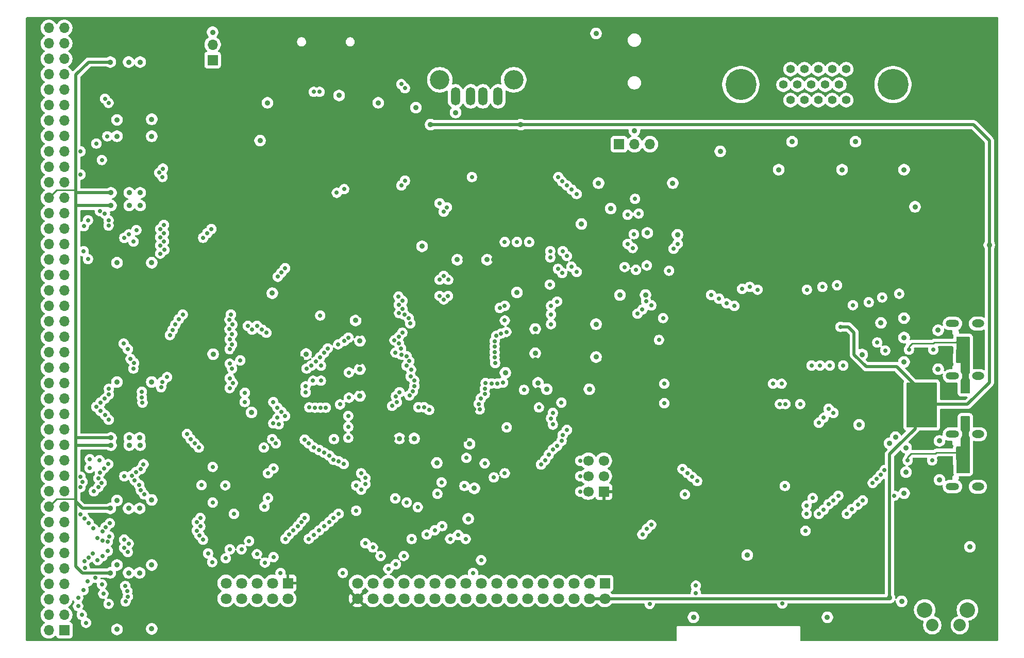
<source format=gbr>
%TF.GenerationSoftware,KiCad,Pcbnew,9.0.0*%
%TF.CreationDate,2025-05-18T10:37:10+02:00*%
%TF.ProjectId,HexAgon,48657841-676f-46e2-9e6b-696361645f70,rev?*%
%TF.SameCoordinates,Original*%
%TF.FileFunction,Copper,L3,Inr*%
%TF.FilePolarity,Positive*%
%FSLAX46Y46*%
G04 Gerber Fmt 4.6, Leading zero omitted, Abs format (unit mm)*
G04 Created by KiCad (PCBNEW 9.0.0) date 2025-05-18 10:37:10*
%MOMM*%
%LPD*%
G01*
G04 APERTURE LIST*
%TA.AperFunction,ComponentPad*%
%ADD10R,1.700000X1.700000*%
%TD*%
%TA.AperFunction,ComponentPad*%
%ADD11O,1.700000X1.700000*%
%TD*%
%TA.AperFunction,ComponentPad*%
%ADD12O,2.200000X1.200000*%
%TD*%
%TA.AperFunction,ComponentPad*%
%ADD13O,2.000000X1.300000*%
%TD*%
%TA.AperFunction,ComponentPad*%
%ADD14C,1.700000*%
%TD*%
%TA.AperFunction,ComponentPad*%
%ADD15C,2.540000*%
%TD*%
%TA.AperFunction,ComponentPad*%
%ADD16C,2.032000*%
%TD*%
%TA.AperFunction,ComponentPad*%
%ADD17R,1.750000X1.750000*%
%TD*%
%TA.AperFunction,ComponentPad*%
%ADD18C,1.800000*%
%TD*%
%TA.AperFunction,ComponentPad*%
%ADD19O,1.500000X3.000000*%
%TD*%
%TA.AperFunction,ComponentPad*%
%ADD20C,3.200000*%
%TD*%
%TA.AperFunction,ComponentPad*%
%ADD21C,1.400000*%
%TD*%
%TA.AperFunction,ComponentPad*%
%ADD22C,5.100000*%
%TD*%
%TA.AperFunction,ViaPad*%
%ADD23C,0.700000*%
%TD*%
%TA.AperFunction,ViaPad*%
%ADD24C,0.900000*%
%TD*%
%TA.AperFunction,Conductor*%
%ADD25C,0.250000*%
%TD*%
%TA.AperFunction,Conductor*%
%ADD26C,0.500000*%
%TD*%
G04 APERTURE END LIST*
D10*
%TO.N,/EZ80/rcA15*%
%TO.C,J2*%
X86040000Y-144540000D03*
D11*
%TO.N,/EZ80/rcA14*%
X83500000Y-144540000D03*
%TO.N,/EZ80/rcA13*%
X86040000Y-142000000D03*
%TO.N,/EZ80/rcA12*%
X83500000Y-142000000D03*
%TO.N,/EZ80/rcA11*%
X86040000Y-139460000D03*
%TO.N,/EZ80/rcA10*%
X83500000Y-139460000D03*
%TO.N,/EZ80/rcA9*%
X86040000Y-136920000D03*
%TO.N,/EZ80/rcA8*%
X83500000Y-136920000D03*
%TO.N,/EZ80/rcA7*%
X86040000Y-134380000D03*
%TO.N,/EZ80/rcA6*%
X83500000Y-134380000D03*
%TO.N,/EZ80/rcA5*%
X86040000Y-131840000D03*
%TO.N,/EZ80/rcA4*%
X83500000Y-131840000D03*
%TO.N,/EZ80/rcA3*%
X86040000Y-129300000D03*
%TO.N,/EZ80/rcA2*%
X83500000Y-129300000D03*
%TO.N,/EZ80/rcA1*%
X86040000Y-126760000D03*
%TO.N,/EZ80/rcA0*%
X83500000Y-126760000D03*
%TO.N,GND*%
X86040000Y-124220000D03*
%TO.N,+5Vrc*%
X83500000Y-124220000D03*
%TO.N,/EZ80/~{rcM1}*%
X86040000Y-121680000D03*
%TO.N,/EZ80/~{rcRESET}*%
X83500000Y-121680000D03*
%TO.N,/EZ80/rcCLOCK*%
X86040000Y-119140000D03*
%TO.N,/EZ80/INT*%
X83500000Y-119140000D03*
%TO.N,/EZ80/~{rcMREQ}*%
X86040000Y-116600000D03*
%TO.N,/EZ80/~{rcWR}*%
X83500000Y-116600000D03*
%TO.N,/EZ80/~{rcRD}*%
X86040000Y-114060000D03*
%TO.N,/EZ80/~{rcIORQ}*%
X83500000Y-114060000D03*
%TO.N,/EZ80/rcD0*%
X86040000Y-111520000D03*
%TO.N,/EZ80/rcD1*%
X83500000Y-111520000D03*
%TO.N,/EZ80/rcD2*%
X86040000Y-108980000D03*
%TO.N,/EZ80/rcD3*%
X83500000Y-108980000D03*
%TO.N,/EZ80/rcD4*%
X86040000Y-106440000D03*
%TO.N,/EZ80/rcD5*%
X83500000Y-106440000D03*
%TO.N,/EZ80/rcD6*%
X86040000Y-103900000D03*
%TO.N,/EZ80/rcD7*%
X83500000Y-103900000D03*
%TO.N,/EZ80/TX*%
X86040000Y-101360000D03*
%TO.N,/EZ80/RX*%
X83500000Y-101360000D03*
%TO.N,/EZ80/USER1*%
X86040000Y-98820000D03*
%TO.N,/EZ80/USER2*%
X83500000Y-98820000D03*
%TO.N,/EZ80/USER3*%
X86040000Y-96280000D03*
%TO.N,/EZ80/USER4*%
X83500000Y-96280000D03*
%TO.N,unconnected-(J2-Pin_41-Pad41)*%
X86040000Y-93740000D03*
%TO.N,unconnected-(J2-Pin_42-Pad42)*%
X83500000Y-93740000D03*
%TO.N,unconnected-(J2-Pin_43-Pad43)*%
X86040000Y-91200000D03*
%TO.N,unconnected-(J2-Pin_44-Pad44)*%
X83500000Y-91200000D03*
%TO.N,unconnected-(J2-Pin_45-Pad45)*%
X86040000Y-88660000D03*
%TO.N,unconnected-(J2-Pin_46-Pad46)*%
X83500000Y-88660000D03*
%TO.N,unconnected-(J2-Pin_47-Pad47)*%
X86040000Y-86120000D03*
%TO.N,unconnected-(J2-Pin_48-Pad48)*%
X83500000Y-86120000D03*
%TO.N,/EZ80/rcA23*%
X86040000Y-83580000D03*
%TO.N,/EZ80/rcA22*%
X83500000Y-83580000D03*
%TO.N,/EZ80/rcA21*%
X86040000Y-81040000D03*
%TO.N,/EZ80/rcA20*%
X83500000Y-81040000D03*
%TO.N,/EZ80/rcA19*%
X86040000Y-78500000D03*
%TO.N,/EZ80/rcA18*%
X83500000Y-78500000D03*
%TO.N,/EZ80/rcA17*%
X86040000Y-75960000D03*
%TO.N,/EZ80/rcA16*%
X83500000Y-75960000D03*
%TO.N,GND*%
X86040000Y-73420000D03*
%TO.N,+5Vrc*%
X83500000Y-73420000D03*
%TO.N,/EZ80/~{rcRFSH}*%
X86040000Y-70880000D03*
%TO.N,/EZ80/rcPAGE*%
X83500000Y-70880000D03*
%TO.N,/EZ80/rcCLOCK2*%
X86040000Y-68340000D03*
%TO.N,/EZ80/~{rcBUSACK}*%
X83500000Y-68340000D03*
%TO.N,/EZ80/~{rcHALT}*%
X86040000Y-65800000D03*
%TO.N,/EZ80/~{rcBUSREQ}*%
X83500000Y-65800000D03*
%TO.N,/EZ80/~{rcWAIT}*%
X86040000Y-63260000D03*
%TO.N,/EZ80/~{rcNMI}*%
X83500000Y-63260000D03*
%TO.N,/EZ80/~{rcCS1}*%
X86040000Y-60720000D03*
%TO.N,/EZ80/~{rcCS2}*%
X83500000Y-60720000D03*
%TO.N,/EZ80/D10*%
X86040000Y-58180000D03*
%TO.N,/EZ80/D11*%
X83500000Y-58180000D03*
%TO.N,/EZ80/D12*%
X86040000Y-55640000D03*
%TO.N,/EZ80/D13*%
X83500000Y-55640000D03*
%TO.N,/EZ80/D14*%
X86040000Y-53100000D03*
%TO.N,/EZ80/D15*%
X83500000Y-53100000D03*
%TO.N,/EZ80/TX2*%
X86040000Y-50560000D03*
%TO.N,/EZ80/RX2*%
X83500000Y-50560000D03*
%TO.N,/EZ80/USER5*%
X86040000Y-48020000D03*
%TO.N,/EZ80/USER6*%
X83500000Y-48020000D03*
%TO.N,/EZ80/USER7*%
X86040000Y-45480000D03*
%TO.N,/EZ80/USER8*%
X83500000Y-45480000D03*
%TD*%
D12*
%TO.N,Net-(USBC_UART0-SHELL)*%
%TO.C,USBC_UART0*%
X231955312Y-94101038D03*
X231955312Y-102741038D03*
D13*
X236135312Y-94101038D03*
X236135312Y-102741038D03*
%TD*%
%TO.N,Net-(USBC_OTG0-SHELL)*%
%TO.C,USBC_OTG0*%
X236135312Y-120920000D03*
X236135312Y-112280000D03*
D12*
X231955312Y-120920000D03*
X231955312Y-112280000D03*
%TD*%
D10*
%TO.N,+3.3V*%
%TO.C,ZDI1*%
X174670000Y-121740000D03*
D14*
%TO.N,/EZ80/~{RESET}*%
X172130000Y-121740000D03*
%TO.N,GND*%
X174670000Y-119200000D03*
%TO.N,/EZ80 ports/EZ80_TCK*%
X172130000Y-119200000D03*
%TO.N,GND*%
X174670000Y-116660000D03*
%TO.N,/EZ80 ports/EZ80_TDI*%
X172130000Y-116660000D03*
%TD*%
D15*
%TO.N,N/C*%
%TO.C,BTN1*%
X227389600Y-141200000D03*
X234400000Y-141200000D03*
D16*
%TO.N,GND*%
X228634200Y-143689200D03*
%TO.N,/EZ80/~{RESET}*%
X233155400Y-143689200D03*
%TD*%
D10*
%TO.N,Net-(X1-HOT_L)*%
%TO.C,J1*%
X177175000Y-64600000D03*
D11*
%TO.N,GND*%
X179715000Y-64600000D03*
%TO.N,Net-(X1-COLD_R)*%
X182255000Y-64600000D03*
%TD*%
D17*
%TO.N,GND*%
%TO.C,GPIO1*%
X174830000Y-136807500D03*
D18*
%TO.N,+5V_USB*%
X174830000Y-139347500D03*
%TO.N,GND*%
X172290000Y-136807500D03*
%TO.N,+5V_USB*%
X172290000Y-139347500D03*
%TO.N,/EZ80/PA0*%
X169750000Y-136807500D03*
%TO.N,/EZ80/PA1*%
X169750000Y-139347500D03*
%TO.N,/EZ80/PA2*%
X167210000Y-136807500D03*
%TO.N,/EZ80/PA3*%
X167210000Y-139347500D03*
%TO.N,/EZ80/PA4*%
X164670000Y-136807500D03*
%TO.N,/EZ80/PA5*%
X164670000Y-139347500D03*
%TO.N,/EZ80/PA6*%
X162130000Y-136807500D03*
%TO.N,/EZ80/PA7*%
X162130000Y-139347500D03*
%TO.N,/EZ80/PD4*%
X159590000Y-136807500D03*
%TO.N,/EZ80/PD5*%
X159590000Y-139347500D03*
%TO.N,/EZ80/PD6*%
X157050000Y-136807500D03*
%TO.N,/EZ80/PD7*%
X157050000Y-139347500D03*
%TO.N,/EZ80/PC0*%
X154510000Y-136807500D03*
%TO.N,/EZ80/PC1*%
X154510000Y-139347500D03*
%TO.N,/EZ80/PC2*%
X151970000Y-136807500D03*
%TO.N,/EZ80/PC3*%
X151970000Y-139347500D03*
%TO.N,/EZ80/PC4*%
X149430000Y-136807500D03*
%TO.N,/EZ80/PC5*%
X149430000Y-139347500D03*
%TO.N,/EZ80/PC6*%
X146890000Y-136807500D03*
%TO.N,/EZ80/PC7*%
X146890000Y-139347500D03*
%TO.N,GND*%
X144350000Y-136807500D03*
%TO.N,/EZ80 ports/GPIO_B5*%
X144350000Y-139347500D03*
%TO.N,/ESP32/ESP_SPI_MOSI*%
X141810000Y-136807500D03*
%TO.N,/EZ80/CLOCK*%
X141810000Y-139347500D03*
%TO.N,/EZ80 ports/EZ80_SDA*%
X139270000Y-136807500D03*
%TO.N,/EZ80 ports/EZ80_SCL*%
X139270000Y-139347500D03*
%TO.N,/ESP32/ESP_SPI_SCLK*%
X136730000Y-136807500D03*
%TO.N,/ESP32/ESP_SPI_MISO*%
X136730000Y-139347500D03*
%TO.N,GND*%
X134190000Y-136807500D03*
%TO.N,+3.3V*%
X134190000Y-139347500D03*
%TD*%
D17*
%TO.N,+3.3V*%
%TO.C,UEXT1*%
X122760000Y-136780830D03*
D18*
%TO.N,GND*%
X122760000Y-139320830D03*
%TO.N,/EZ80/PC0*%
X120220000Y-136780830D03*
%TO.N,/EZ80/PC1*%
X120220000Y-139320830D03*
%TO.N,/EZ80 ports/EZ80_SCL*%
X117680000Y-136780830D03*
%TO.N,/EZ80 ports/EZ80_SDA*%
X117680000Y-139320830D03*
%TO.N,/ESP32/ESP_SPI_MOSI*%
X115140000Y-136780830D03*
%TO.N,/ESP32/ESP_SPI_MISO*%
X115140000Y-139320830D03*
%TO.N,/ESP32/ESP_SPI_SCLK*%
X112600000Y-136780830D03*
%TO.N,/EZ80/PC2*%
X112600000Y-139320830D03*
%TD*%
D10*
%TO.N,Net-(BT1-+)*%
%TO.C,BT1*%
X110400000Y-50775000D03*
D11*
%TO.N,GND*%
X110400000Y-48235000D03*
%TD*%
D19*
%TO.N,+5V_USB*%
%TO.C,USBA_KEYBOARD1*%
X157300000Y-56729000D03*
%TO.N,Net-(FET1-D)*%
X154800000Y-56729000D03*
%TO.N,Net-(FET2-D)*%
X152800000Y-56729000D03*
%TO.N,GND*%
X150300000Y-56729000D03*
D20*
%TO.N,Net-(USBA_KEYBOARD1-SHIELD)*%
X159870000Y-54019000D03*
X147730000Y-54019000D03*
%TD*%
D21*
%TO.N,/Video/R*%
%TO.C,VGA1*%
X205348840Y-57350000D03*
%TO.N,/Video/G*%
X207634840Y-57350000D03*
%TO.N,/Video/B*%
X209920840Y-57350000D03*
%TO.N,unconnected-(VGA1-ID2{slash}RES-Pad4)*%
X212206840Y-57350000D03*
%TO.N,GND*%
X214492840Y-57350000D03*
X204205840Y-54810000D03*
X206491840Y-54810000D03*
X208777840Y-54810000D03*
%TO.N,unconnected-(VGA1-Key{slash}PWR-Pad9)*%
X211063840Y-54810000D03*
%TO.N,GND*%
X213349840Y-54810000D03*
%TO.N,unconnected-(VGA1-ID0{slash}RES-Pad11)*%
X205348840Y-52270000D03*
%TO.N,unconnected-(VGA1-ID1{slash}SDA-Pad12)*%
X207634840Y-52270000D03*
%TO.N,/Video/VGA_HSYNC*%
X209920840Y-52270000D03*
%TO.N,/Video/VGA_VSYNC*%
X212206840Y-52270000D03*
%TO.N,unconnected-(VGA1-ID3{slash}SCL-Pad15)*%
X214492840Y-52270000D03*
D22*
%TO.N,GND*%
X222174840Y-54810000D03*
X197180840Y-54810000D03*
%TD*%
D23*
%TO.N,/ESP32 ports/VBUS2*%
X224600000Y-116600000D03*
D24*
%TO.N,+3.3V*%
X144800000Y-65900000D03*
D23*
%TO.N,/ESP32 ports/D-*%
X219600000Y-97220000D03*
X220900000Y-98530000D03*
%TO.N,/ESP32 ports/VBUS1*%
X224800000Y-98400000D03*
D24*
%TO.N,GND*%
X225800000Y-74900000D03*
X224000000Y-122000000D03*
D23*
%TO.N,/EZ80/A7*%
X101936531Y-104577576D03*
%TO.N,/EZ80/A6*%
X102121690Y-103696826D03*
%TO.N,/EZ80/A5*%
X102927000Y-102900000D03*
%TO.N,/EZ80/A7*%
X113200000Y-104702008D03*
%TO.N,/EZ80/A6*%
X113700000Y-103902008D03*
%TO.N,/EZ80/A5*%
X113200000Y-103102008D03*
%TO.N,/EZ80/A4*%
X103378000Y-95997923D03*
%TO.N,/EZ80/A3*%
X103829000Y-95144739D03*
%TO.N,/EZ80/A2*%
X104280000Y-94270976D03*
%TO.N,/EZ80/A1*%
X104825000Y-93404987D03*
%TO.N,/EZ80/A0*%
X105500000Y-92600000D03*
%TO.N,/EZ80 ports/EZ80_SDA*%
X110200000Y-78550000D03*
%TO.N,/EZ80/A8*%
X115700000Y-107000000D03*
X115700000Y-105502008D03*
%TO.N,/EZ80/A10*%
X108814341Y-129619890D03*
%TO.N,/EZ80/A11*%
X108248597Y-128919934D03*
%TO.N,/EZ80/A10*%
X122340108Y-129509892D03*
%TO.N,/EZ80/A11*%
X122938228Y-128811419D03*
%TO.N,/EZ80/~{RD}*%
X119500000Y-122800000D03*
%TO.N,/EZ80/A11*%
X126300772Y-107887532D03*
%TO.N,/EZ80/A13*%
X126900000Y-103502000D03*
%TO.N,/EZ80/A14*%
X128200000Y-103502000D03*
X128200000Y-101013093D03*
X129000000Y-107925000D03*
%TO.N,/EZ80/A13*%
X128099997Y-107925000D03*
%TO.N,/EZ80/A11*%
X125670406Y-105425000D03*
%TO.N,/EZ80/A12*%
X127199994Y-107925000D03*
X125655478Y-104431299D03*
%TO.N,/EZ80/A15*%
X125525000Y-113200000D03*
X130344184Y-113101000D03*
%TO.N,/EZ80/A12*%
X123682845Y-128136419D03*
X107790119Y-128145465D03*
%TO.N,/EZ80/A13*%
X124385348Y-127443661D03*
X108375000Y-127461419D03*
%TO.N,/EZ80/A14*%
X124960000Y-126751000D03*
X107779707Y-126751000D03*
%TO.N,/EZ80/A15*%
X108375000Y-126076000D03*
X125525000Y-126050000D03*
D24*
%TO.N,GND*%
X100400000Y-60500000D03*
X100400000Y-144300000D03*
X143508000Y-113000000D03*
X152600000Y-113900000D03*
X229600000Y-95200000D03*
X224000000Y-96400000D03*
X100400000Y-84100000D03*
X120200000Y-89100000D03*
X216599999Y-110738341D03*
X94700000Y-60600000D03*
X133900000Y-93600000D03*
X94700000Y-123200000D03*
X224000000Y-68800000D03*
X158500000Y-102200000D03*
X96600000Y-51100000D03*
X98500000Y-74700000D03*
X205600000Y-64200000D03*
X163400000Y-95000000D03*
X98500000Y-72600000D03*
X110487498Y-99125000D03*
X211400000Y-142400000D03*
X134600000Y-101579003D03*
X94700000Y-63300000D03*
X217100000Y-99200000D03*
X224324868Y-114520882D03*
X150324464Y-59400000D03*
X229600000Y-101600000D03*
X224301993Y-118524032D03*
X147241000Y-117000000D03*
X96700000Y-114100000D03*
X98400000Y-112900000D03*
X98500000Y-51100000D03*
X100400000Y-103700000D03*
X173800000Y-71000000D03*
X220200000Y-94000000D03*
X193800000Y-65800000D03*
X177307454Y-89399999D03*
D23*
X228600000Y-116600000D03*
D24*
X94700000Y-144400000D03*
X144800000Y-81400000D03*
X179715000Y-62400000D03*
X152400000Y-126200000D03*
X163850000Y-103862500D03*
X216000000Y-64200000D03*
X100400000Y-133800000D03*
X96600000Y-124500000D03*
X203400000Y-68800000D03*
X96600000Y-135100000D03*
X98500000Y-114100000D03*
X224000000Y-100400000D03*
X172300000Y-104900000D03*
X96700000Y-74700000D03*
X224000000Y-93200000D03*
X150600000Y-83600000D03*
X173400000Y-94200000D03*
X96700000Y-112900000D03*
X94700000Y-133800000D03*
X143800000Y-58600000D03*
X234800000Y-130800000D03*
X100400000Y-123100000D03*
X173400000Y-46400000D03*
X181516163Y-89417871D03*
X170995823Y-77712301D03*
D23*
X228800000Y-98400000D03*
D24*
X98400000Y-135100000D03*
X137600000Y-57800000D03*
X160400000Y-89000000D03*
X116800000Y-108700000D03*
X173400000Y-99600000D03*
X100400000Y-63300000D03*
X119400000Y-57800000D03*
X223600000Y-139800000D03*
X94700000Y-84100000D03*
X155499997Y-83600000D03*
X131200000Y-56600000D03*
X134600000Y-106000000D03*
X186779445Y-79483302D03*
X213800000Y-68800000D03*
X222600000Y-112800000D03*
X229800000Y-119800000D03*
X163400000Y-99000000D03*
X94700000Y-103700000D03*
X229800000Y-113400000D03*
X189400000Y-142400000D03*
X125777819Y-99122181D03*
X198249738Y-132183420D03*
X181800000Y-79200000D03*
X221600000Y-113800000D03*
D23*
X158731593Y-111177000D03*
D24*
X175800000Y-75200000D03*
X118200000Y-64000000D03*
X186000000Y-71000000D03*
X98400000Y-124500000D03*
X141100003Y-113000000D03*
X165300000Y-104900000D03*
X96700000Y-72600000D03*
D23*
X154272272Y-108204733D03*
D24*
X110400000Y-46200000D03*
X153400000Y-121200000D03*
X134600000Y-96946500D03*
D23*
%TO.N,/EZ80/~{RESET}*%
X97600000Y-119885000D03*
X148000000Y-120200000D03*
X170800000Y-121740000D03*
X213200000Y-122400000D03*
X222400000Y-122400000D03*
X134000000Y-120725000D03*
X182200000Y-140200000D03*
X134000000Y-124875000D03*
X204000000Y-140147500D03*
D24*
%TO.N,+3.3V*%
X156600000Y-121600000D03*
X158500000Y-100700000D03*
X135200000Y-69800000D03*
X134600000Y-100479000D03*
X154361040Y-69000000D03*
X146000000Y-121000000D03*
X156600000Y-83600000D03*
X129600000Y-70000000D03*
X228200000Y-131800000D03*
X134723143Y-92706912D03*
X146600000Y-81400000D03*
X118600000Y-108500000D03*
X101500000Y-72600000D03*
X101390000Y-114110000D03*
X163850000Y-104962503D03*
X163400000Y-100100003D03*
X161000000Y-117200000D03*
X170999999Y-79497084D03*
X186761186Y-77712165D03*
D23*
X153372315Y-108195713D03*
D24*
X125000000Y-99900000D03*
X216911000Y-93000000D03*
X151823947Y-113113334D03*
X134600000Y-95746500D03*
X101400000Y-51100000D03*
X101500000Y-74700000D03*
X140000000Y-113000000D03*
X183292441Y-89395110D03*
X142308000Y-113000000D03*
X140400000Y-81400000D03*
X159200000Y-117200000D03*
X148800000Y-117000000D03*
X150961040Y-69000000D03*
X216604150Y-113946040D03*
X110400000Y-59400000D03*
X114155631Y-98971690D03*
X101390000Y-112910000D03*
X230900000Y-88000000D03*
X162200000Y-65930000D03*
X211400000Y-140800000D03*
X149800000Y-121000000D03*
X115300000Y-89100000D03*
X157400000Y-117200000D03*
X134600000Y-104800000D03*
X101400000Y-124500000D03*
X122200000Y-68000000D03*
X151800000Y-83600000D03*
X101400000Y-135100000D03*
X163400000Y-96200000D03*
D23*
%TO.N,Net-(C16-+)*%
X178100000Y-84800000D03*
X181739127Y-84544215D03*
D24*
%TO.N,+5V_USB*%
X161000000Y-61400000D03*
X146200000Y-61400000D03*
D23*
X213556290Y-94637649D03*
D24*
X238000000Y-81200000D03*
X221600000Y-139200000D03*
X225800000Y-109800000D03*
X225800000Y-105200000D03*
D23*
%TO.N,Net-(U9-VNEG)*%
X178575000Y-76201770D03*
X179600000Y-79400000D03*
D24*
%TO.N,+5Vrc*%
X93700000Y-112900000D03*
X93700000Y-72600000D03*
X93600000Y-124500000D03*
X93700000Y-114100000D03*
X93700000Y-74700000D03*
X93600000Y-135100000D03*
X93600000Y-51100000D03*
%TO.N,/ESP32 ports/VBUS2*%
X234000000Y-109800000D03*
X233200000Y-118200000D03*
X233200000Y-114800000D03*
%TO.N,/ESP32 ports/VBUS1*%
X233063060Y-100093254D03*
X234070101Y-104953265D03*
X233050334Y-96718126D03*
D23*
%TO.N,/ESP32 ports/KCLK*%
X167200000Y-70001000D03*
X153000000Y-70000000D03*
%TO.N,/EZ80/PA7*%
X154124535Y-107316941D03*
X164350000Y-117281946D03*
%TO.N,/EZ80/PC7*%
X127004986Y-128825000D03*
X158657641Y-95465885D03*
X127004987Y-114451000D03*
X145576000Y-128800000D03*
%TO.N,/EZ80/PC1*%
X131800000Y-135100000D03*
X153200000Y-135100000D03*
X156726000Y-99690382D03*
X131938914Y-117177000D03*
X121559000Y-135100000D03*
%TO.N,/EZ80/PA1*%
X157206840Y-103977693D03*
X167925000Y-112400000D03*
%TO.N,/EZ80/PC2*%
X131099233Y-116729647D03*
X131100000Y-125375000D03*
X151970000Y-129525000D03*
X113900000Y-125400000D03*
X156726000Y-98790379D03*
%TO.N,/EZ80/PA0*%
X168600000Y-111600000D03*
X158092465Y-103817465D03*
%TO.N,/EZ80/PC6*%
X127900612Y-114902000D03*
X146890000Y-128100000D03*
X127900000Y-128125000D03*
X157797755Y-95731594D03*
%TO.N,/EZ80/PC4*%
X156726000Y-96990373D03*
X129561893Y-115804000D03*
X129547659Y-126725000D03*
X149430000Y-129500000D03*
%TO.N,/EZ80/PA5*%
X165625000Y-115668176D03*
X155114822Y-105700588D03*
%TO.N,/EZ80/PC0*%
X156819348Y-100585530D03*
X120400000Y-117925000D03*
X120400000Y-132500000D03*
X154510000Y-133000000D03*
%TO.N,/EZ80/PC3*%
X150744000Y-128856000D03*
X130260947Y-126050000D03*
X156726000Y-97890376D03*
X130236893Y-116472015D03*
%TO.N,/EZ80/PA3*%
X167025000Y-114221194D03*
X155240814Y-103898558D03*
%TO.N,/EZ80/PD5*%
X161557907Y-105012500D03*
X167700000Y-107100000D03*
%TO.N,/ESP32/ESP_SPI_MOSI*%
X132000000Y-72000000D03*
X158400000Y-91200000D03*
X182475000Y-91114293D03*
X169348101Y-84755695D03*
X167000000Y-90471986D03*
X141810000Y-132300000D03*
X115140000Y-131225000D03*
X169400000Y-72077321D03*
X182451000Y-127200000D03*
X167151000Y-85105594D03*
%TO.N,/EZ80/PA4*%
X166320396Y-114781138D03*
X155120059Y-104790423D03*
%TO.N,/ESP32/ESP_SPI_SCLK*%
X130800000Y-72600000D03*
X113225000Y-131225000D03*
X167822702Y-85777298D03*
X170200000Y-85600000D03*
X166000000Y-91200000D03*
X136730000Y-130925000D03*
X181010000Y-128790000D03*
X181000000Y-91800000D03*
X170200000Y-72800000D03*
%TO.N,/EZ80 ports/GPIO_B5*%
X157564368Y-91534253D03*
X126200000Y-129500000D03*
X126200000Y-113800000D03*
X143100000Y-129525000D03*
%TO.N,/EZ80/CLOCK*%
X108850000Y-79986612D03*
X158400000Y-80700000D03*
X112500000Y-120700000D03*
X98343020Y-120616141D03*
X140500000Y-133700000D03*
X108574000Y-120676000D03*
X112550000Y-132700000D03*
%TO.N,/EZ80/PA6*%
X165025000Y-116555331D03*
X154450000Y-106440653D03*
%TO.N,/EZ80 ports/EZ80_SCL*%
X160400000Y-80700000D03*
X109652715Y-131900000D03*
X109525000Y-79225000D03*
X117680000Y-132025000D03*
X138000000Y-132325000D03*
%TO.N,/EZ80/PA2*%
X156237188Y-103940336D03*
X167725000Y-113384453D03*
%TO.N,/EZ80/PC5*%
X128716310Y-127425000D03*
X148116000Y-127400000D03*
X128743923Y-115353000D03*
X156976724Y-96126000D03*
%TO.N,/EZ80 ports/EZ80_SDA*%
X110327715Y-133317690D03*
X119000000Y-133400000D03*
X162400000Y-80700000D03*
X139270000Y-134425000D03*
%TO.N,/ESP32/ESP_SPI_MISO*%
X128000000Y-56000000D03*
X165874000Y-82200000D03*
X167800000Y-70725000D03*
X135500000Y-130225000D03*
X165800000Y-87687500D03*
X181609032Y-90413552D03*
X142000000Y-55400000D03*
X142000000Y-70600000D03*
X116400000Y-129874000D03*
X167925000Y-82195014D03*
X181754000Y-127846000D03*
%TO.N,/EZ80/rcD0*%
X93339326Y-109898297D03*
%TO.N,/EZ80/rcA8*%
X91100000Y-135900000D03*
%TO.N,/EZ80/rcD2*%
X91990891Y-108465000D03*
%TO.N,/EZ80/~{rcBUSACK}*%
X88700000Y-69600000D03*
X88700000Y-119275000D03*
X92141573Y-120280678D03*
%TO.N,/EZ80/~{rcRESET}*%
X95900000Y-119200000D03*
%TO.N,/EZ80/~{rcWAIT}*%
X93100000Y-63300000D03*
%TO.N,/EZ80/rcD4*%
X91947670Y-107115000D03*
%TO.N,/EZ80/rcA16*%
X91895014Y-75597507D03*
%TO.N,/EZ80/~{rcRD}*%
X93240143Y-117222254D03*
%TO.N,/EZ80/rcA9*%
X92200000Y-136976636D03*
%TO.N,/EZ80/rcA13*%
X89177298Y-137925000D03*
X88900000Y-142000000D03*
X96463174Y-138997594D03*
%TO.N,/EZ80/rcA15*%
X96053224Y-137261598D03*
%TO.N,/EZ80/rcA20*%
X96613163Y-79451000D03*
%TO.N,/EZ80/~{rcMREQ}*%
X91900000Y-118600000D03*
%TO.N,/EZ80/rcA23*%
X93300000Y-77100000D03*
X89925000Y-77100000D03*
X89925000Y-83500000D03*
%TO.N,/EZ80/~{rcWR}*%
X90236288Y-116425000D03*
X90207702Y-117862298D03*
X91800000Y-116600000D03*
%TO.N,/EZ80/rcD7*%
X93358664Y-104832909D03*
%TO.N,/EZ80/rcCLOCK*%
X91620000Y-119547216D03*
%TO.N,/EZ80/rcA10*%
X92450000Y-138550000D03*
%TO.N,/EZ80/rcA6*%
X92827663Y-127575000D03*
X89391401Y-126175000D03*
X89375000Y-133222702D03*
%TO.N,/EZ80/rcD6*%
X93361160Y-105790000D03*
%TO.N,/EZ80/rcA7*%
X93515043Y-126949215D03*
X89400000Y-134300000D03*
X88700000Y-125500000D03*
%TO.N,/EZ80/INT*%
X89007570Y-120120816D03*
%TO.N,/EZ80/rcD3*%
X91275000Y-107800000D03*
%TO.N,/EZ80/rcA22*%
X89200000Y-82200000D03*
X89250000Y-78100000D03*
X93300000Y-78000000D03*
%TO.N,/EZ80/rcD1*%
X92711702Y-109135673D03*
%TO.N,/EZ80/rcA4*%
X93400000Y-129090000D03*
X90800000Y-127800000D03*
X90725000Y-131930733D03*
%TO.N,/EZ80/rcA19*%
X95900000Y-80000000D03*
%TO.N,/EZ80/~{rcCS2}*%
X93300000Y-57800000D03*
%TO.N,/EZ80/rcA18*%
X97400000Y-80600000D03*
%TO.N,/EZ80/~{rcIORQ}*%
X92575000Y-117900000D03*
%TO.N,/EZ80/~{rcHALT}*%
X88700000Y-121005000D03*
X88700000Y-65800000D03*
X91620000Y-121014138D03*
%TO.N,/EZ80/rcA21*%
X97877298Y-78722702D03*
%TO.N,/EZ80/rcA5*%
X92278143Y-128287764D03*
X90066401Y-126875000D03*
X90050000Y-132588031D03*
%TO.N,/EZ80/rcA2*%
X96600000Y-130300000D03*
%TO.N,/EZ80/rcA12*%
X88300000Y-139225000D03*
X96092092Y-139817535D03*
X88300000Y-140575000D03*
%TO.N,/EZ80/rcA3*%
X93200000Y-131500000D03*
X95867638Y-129625000D03*
X93195780Y-129966527D03*
%TO.N,/EZ80/rcA17*%
X92700000Y-76000000D03*
%TO.N,/EZ80/~{rcM1}*%
X90900000Y-121700000D03*
%TO.N,/EZ80/~{rcCS1}*%
X92716241Y-57115000D03*
%TO.N,/EZ80/rcA1*%
X92316393Y-129775000D03*
X95867642Y-130975000D03*
X92304986Y-132325000D03*
%TO.N,/EZ80/rcA0*%
X91500000Y-133000000D03*
X96451231Y-131660146D03*
X91452783Y-129407376D03*
%TO.N,/EZ80/rcD5*%
X92686230Y-106465000D03*
%TO.N,/EZ80/~{rcBUSREQ}*%
X92200000Y-67200000D03*
%TO.N,/EZ80/rcA14*%
X96377722Y-138101066D03*
X89900000Y-136500000D03*
X89600000Y-143300000D03*
%TO.N,/EZ80/rcA11*%
X93300000Y-140189000D03*
%TO.N,/EZ80/~{rcNMI}*%
X91300000Y-64500000D03*
%TO.N,/EZ80 ports/EZ80_SS_SD*%
X168600000Y-71400000D03*
X141400000Y-71400000D03*
X165874000Y-83205620D03*
X141400000Y-54725000D03*
X127000000Y-56000000D03*
X168600000Y-83000000D03*
%TO.N,/ESP32 ports/BOOT_MODE*%
X206925000Y-107325000D03*
X204500003Y-107325000D03*
X188000000Y-122200000D03*
X204410000Y-120800000D03*
%TO.N,/ESP32 ports/DTR*%
X208800000Y-101000000D03*
X214000000Y-101000000D03*
%TO.N,/EZ80/~{IORQ}*%
X135500000Y-119500000D03*
X97793987Y-118525000D03*
%TO.N,/ESP32/R0*%
X220800000Y-118200000D03*
X187600000Y-118000000D03*
%TO.N,/ESP32/R1*%
X220125000Y-119000000D03*
X188400000Y-118675000D03*
%TO.N,/ESP32/G1*%
X199928620Y-88526000D03*
X208040000Y-88526000D03*
%TO.N,/ESP32/R2*%
X219525000Y-119677321D03*
X189200000Y-119326000D03*
%TO.N,/ESP32/G2*%
X210580000Y-88075000D03*
X198649380Y-88075000D03*
%TO.N,/ESP32/R3*%
X218850000Y-120312308D03*
X190000000Y-120001000D03*
%TO.N,/ESP32/G3*%
X213000000Y-87800000D03*
X197400000Y-88400000D03*
%TO.N,Net-(U9-OUTL)*%
X180400000Y-76000000D03*
X179800000Y-73600000D03*
%TO.N,/ESP32/ESP_TxD*%
X215400000Y-124600000D03*
X166000000Y-109700000D03*
X210800000Y-109600000D03*
X210800000Y-124725000D03*
%TO.N,/ESP32/B0*%
X196115000Y-91200000D03*
X215600000Y-91074000D03*
%TO.N,/ESP32/B1*%
X218200000Y-90600000D03*
X194845000Y-90800000D03*
%TO.N,/ESP32/B2*%
X220400000Y-89800000D03*
X193600000Y-90000000D03*
%TO.N,/ESP32/B3*%
X192305000Y-89400000D03*
X223200000Y-89200000D03*
%TO.N,/ESP32/ESP_RTS*%
X211600000Y-123800000D03*
X211600000Y-108125000D03*
X216400000Y-123875000D03*
X164000000Y-107900000D03*
%TO.N,/EZ80/~{MREQ}*%
X135500000Y-120500000D03*
X97121275Y-119122882D03*
%TO.N,/EZ80/~{BUSACK}*%
X152100000Y-116200000D03*
X134800000Y-118725000D03*
X98609439Y-121475807D03*
X134800000Y-121400000D03*
%TO.N,/EZ80/~{BUSREQ}*%
X149075000Y-89562500D03*
X149100000Y-86900000D03*
X101600000Y-69300000D03*
X148915002Y-74979998D03*
%TO.N,/EZ80/~{CS2}*%
X120200000Y-113100000D03*
X132675000Y-111100000D03*
X106773000Y-113075000D03*
X121255413Y-110686754D03*
%TO.N,/EZ80/~{CS3}*%
X132675000Y-112900000D03*
X106200695Y-112266170D03*
%TO.N,/EZ80 ports/EZ80_TCK*%
X170800000Y-119200000D03*
X156600000Y-119400000D03*
%TO.N,/EZ80 ports/EZ80_TDI*%
X158400000Y-118725000D03*
X170800000Y-116660000D03*
%TO.N,/EZ80/~{WAIT}*%
X147700000Y-86900000D03*
X147700000Y-74325000D03*
X102236398Y-68625000D03*
X147696178Y-89550640D03*
%TO.N,/EZ80/~{NMI}*%
X148380614Y-90135064D03*
X148375000Y-75700000D03*
X148375000Y-86263602D03*
X102176168Y-69991401D03*
%TO.N,/ESP32/ESP_CTS*%
X217200000Y-123200000D03*
X212400000Y-108800000D03*
X166300000Y-108800000D03*
X212400000Y-123200000D03*
%TO.N,/EZ80/~{CS0}*%
X113200000Y-96700000D03*
X132705643Y-96416366D03*
%TO.N,/ESP32/ESP_RxD*%
X210000000Y-110400000D03*
X214600000Y-125400000D03*
X210000000Y-125400000D03*
X166300000Y-110700000D03*
%TO.N,/EZ80/~{CS1}*%
X122300000Y-109300000D03*
X107448000Y-113779010D03*
X132675000Y-109300000D03*
X120800000Y-113800000D03*
%TO.N,/EZ80/~{RD}*%
X98581194Y-118025000D03*
X140400000Y-122850000D03*
%TO.N,/EZ80/~{WR}*%
X142300000Y-123525000D03*
X99048335Y-117225000D03*
X110410025Y-117672000D03*
X110410025Y-123525000D03*
%TO.N,/EZ80/~{HALT}*%
X99139710Y-122203005D03*
X155100000Y-117100000D03*
X151775000Y-120800000D03*
X147325000Y-122100000D03*
%TO.N,/ESP32/ESP_SPI_SS*%
X180200000Y-92475000D03*
X166000000Y-92600000D03*
%TO.N,/EZ80/~{M1}*%
X118825571Y-114500000D03*
X108123000Y-114500000D03*
X118900000Y-124200000D03*
X144100000Y-124300000D03*
%TO.N,/ESP32 ports/HOST_TXD*%
X189800000Y-137200000D03*
X209000000Y-122800000D03*
%TO.N,/Audio/ESP_I2S_SD*%
X179400000Y-81675000D03*
X186125000Y-81800000D03*
%TO.N,/Audio/ESP_I2S_BCK*%
X178600000Y-81000000D03*
X186800000Y-81000000D03*
%TO.N,/ESP32/ESP_INT_GENERAL*%
X166000001Y-94199999D03*
X203600000Y-107325000D03*
X184600000Y-107200000D03*
X183725000Y-96800000D03*
%TO.N,/ESP32 ports/HOST_RXD*%
X208000000Y-124000000D03*
X189800000Y-138400000D03*
X210200000Y-101000000D03*
X211800000Y-101000000D03*
%TO.N,/Audio/ESP_I2S_WS*%
X179951379Y-85261895D03*
X185400000Y-85400000D03*
%TO.N,/EZ80/A4*%
X141039800Y-92398562D03*
X113612427Y-95822754D03*
%TO.N,/EZ80/A15*%
X128077298Y-92777298D03*
X142265374Y-99447250D03*
%TO.N,/EZ80/A9*%
X119232362Y-95623116D03*
X140986018Y-96295288D03*
%TO.N,/EZ80/A11*%
X141028346Y-97352289D03*
X128698774Y-98925000D03*
%TO.N,/EZ80/A10*%
X129313678Y-98176529D03*
X140279587Y-96852925D03*
%TO.N,/EZ80/A1*%
X113181717Y-93473130D03*
X141622055Y-90367818D03*
%TO.N,/EZ80/A7*%
X142855998Y-94057056D03*
X117700000Y-94500000D03*
%TO.N,/EZ80/A14*%
X141400000Y-99200000D03*
X126600000Y-101000000D03*
%TO.N,/EZ80/A18*%
X101800000Y-81249000D03*
X143523792Y-103475000D03*
X122300000Y-85000000D03*
%TO.N,/EZ80/A3*%
X141600000Y-91694161D03*
X113181046Y-95032871D03*
%TO.N,/EZ80/A8*%
X118500000Y-95100000D03*
X141561703Y-95603486D03*
%TO.N,/EZ80/A17*%
X102500000Y-82000000D03*
X121700000Y-85725000D03*
X142251152Y-101025000D03*
%TO.N,/EZ80/DATA3*%
X113602493Y-101504986D03*
X142925000Y-102800000D03*
X97377000Y-101500000D03*
%TO.N,/EZ80/DATA0*%
X132000000Y-96975000D03*
X95800000Y-97400000D03*
X113602493Y-97504986D03*
%TO.N,/EZ80/DATA1*%
X131325000Y-107400000D03*
X131046406Y-97501000D03*
X139877527Y-107647351D03*
X113195976Y-98307948D03*
X96475000Y-98300000D03*
%TO.N,/EZ80/A13*%
X127400000Y-100308599D03*
X140451612Y-98862500D03*
%TO.N,/EZ80/A5*%
X116200000Y-94500000D03*
X141909778Y-92629089D03*
%TO.N,/EZ80/DATA7*%
X120375000Y-107025000D03*
X120375000Y-110500000D03*
X98775000Y-105320829D03*
X145976089Y-108312500D03*
%TO.N,/EZ80/DATA6*%
X145148634Y-107870226D03*
X121050000Y-107926435D03*
X121050000Y-109600000D03*
X98775000Y-106220832D03*
%TO.N,/EZ80/A0*%
X113400000Y-92600000D03*
X140957339Y-89667243D03*
%TO.N,/EZ80/A2*%
X113630610Y-94253193D03*
X141000000Y-91018243D03*
%TO.N,/EZ80/A12*%
X141350541Y-98192643D03*
X128031854Y-99633599D03*
%TO.N,/EZ80/DATA4*%
X143000000Y-101700000D03*
X97514342Y-100610541D03*
X125844697Y-101500707D03*
%TO.N,/EZ80/A6*%
X116900000Y-95100000D03*
X142613298Y-93190395D03*
%TO.N,/EZ80/DATA2*%
X132800000Y-106300000D03*
X113200000Y-100700000D03*
X140670805Y-107025000D03*
X132800000Y-102152000D03*
X114946203Y-100153797D03*
X96926000Y-99929469D03*
%TO.N,/EZ80/A16*%
X142691406Y-100240029D03*
X121100000Y-86400000D03*
X101800000Y-82600000D03*
%TO.N,/EZ80/DATA5*%
X98877298Y-107115000D03*
X144205833Y-107858431D03*
X121725000Y-108600000D03*
%TO.N,/EZ80/A20*%
X101800000Y-79898000D03*
X143310000Y-105244451D03*
%TO.N,/EZ80/A23*%
X102388029Y-77865658D03*
X140511171Y-106071671D03*
%TO.N,/EZ80/A22*%
X101800000Y-78547000D03*
X141106283Y-105396510D03*
%TO.N,/EZ80/A19*%
X102394729Y-80573502D03*
X143541822Y-104374820D03*
%TO.N,/EZ80/A21*%
X142738596Y-105939793D03*
X102394728Y-79222498D03*
%TO.N,/ESP32/HSYNC*%
X207800000Y-128200000D03*
X208000000Y-125400000D03*
%TO.N,/ESP32/VSYNC*%
X203875000Y-104000000D03*
X184600000Y-104000000D03*
X184400000Y-93200000D03*
X202465000Y-104000000D03*
X158400000Y-93600000D03*
%TO.N,/EZ80/~{RD}*%
X119500000Y-118725000D03*
%TD*%
D25*
%TO.N,/ESP32 ports/VBUS2*%
X224600000Y-116600000D02*
X224600000Y-116100000D01*
X224600000Y-116100000D02*
X225200000Y-115500000D01*
X225200000Y-115500000D02*
X229100000Y-115500000D01*
X229100000Y-115500000D02*
X229300000Y-115300000D01*
X229300000Y-115300000D02*
X232700000Y-115300000D01*
X232700000Y-115300000D02*
X233200000Y-114800000D01*
%TO.N,/ESP32 ports/VBUS1*%
X224800000Y-98400000D02*
X224800000Y-97900000D01*
X232568460Y-97200000D02*
X233050334Y-96718126D01*
X224800000Y-97900000D02*
X225300000Y-97400000D01*
X225300000Y-97400000D02*
X228800000Y-97400000D01*
X229000000Y-97200000D02*
X232568460Y-97200000D01*
X228800000Y-97400000D02*
X229000000Y-97200000D01*
D26*
%TO.N,+5V_USB*%
X221600000Y-115600000D02*
X221600000Y-139200000D01*
X221452500Y-139347500D02*
X174830000Y-139347500D01*
X225800000Y-111400000D02*
X222800000Y-114400000D01*
X217800000Y-101200000D02*
X215800000Y-99200000D01*
X215800000Y-95600000D02*
X214837649Y-94637649D01*
X161000000Y-61400000D02*
X146200000Y-61400000D01*
X214837649Y-94637649D02*
X213556290Y-94637649D01*
X238000000Y-103800000D02*
X234400000Y-107400000D01*
X221600000Y-139200000D02*
X221452500Y-139347500D01*
X225800000Y-109800000D02*
X225800000Y-111400000D01*
X225800000Y-105200000D02*
X225800000Y-104200000D01*
X238000000Y-81200000D02*
X238000000Y-64000000D01*
X227000000Y-107400000D02*
X225800000Y-106200000D01*
X174830000Y-139347500D02*
X172290000Y-139347500D01*
X238000000Y-64000000D02*
X235400000Y-61400000D01*
X222800000Y-101200000D02*
X217800000Y-101200000D01*
X215800000Y-99200000D02*
X215800000Y-95600000D01*
X225800000Y-106200000D02*
X225800000Y-105200000D01*
X238000000Y-81200000D02*
X238000000Y-103800000D01*
X225800000Y-104200000D02*
X222800000Y-101200000D01*
X235400000Y-61400000D02*
X161000000Y-61400000D01*
X222800000Y-114400000D02*
X221600000Y-115600000D01*
X234400000Y-107400000D02*
X227000000Y-107400000D01*
X225800000Y-108600000D02*
X225800000Y-109800000D01*
X227000000Y-107400000D02*
X225800000Y-108600000D01*
%TO.N,+5Vrc*%
X93600000Y-51100000D02*
X90000000Y-51100000D01*
X89000000Y-135100000D02*
X87900000Y-134000000D01*
X87900000Y-123000000D02*
X87900000Y-123400000D01*
D25*
X83500000Y-124220000D02*
X84779367Y-122940633D01*
D26*
X87900000Y-112900000D02*
X87900000Y-114100000D01*
X93600000Y-135100000D02*
X89000000Y-135100000D01*
X87900000Y-72100000D02*
X87900000Y-72600000D01*
X93700000Y-72600000D02*
X87900000Y-72600000D01*
X87900000Y-53200000D02*
X87900000Y-72100000D01*
X87900000Y-123400000D02*
X89000000Y-124500000D01*
X87900000Y-134000000D02*
X87900000Y-123400000D01*
X90000000Y-51100000D02*
X87900000Y-53200000D01*
X89000000Y-124500000D02*
X93600000Y-124500000D01*
X93700000Y-74700000D02*
X87900000Y-74700000D01*
X87900000Y-74700000D02*
X87900000Y-112900000D01*
X87900000Y-72600000D02*
X87900000Y-74700000D01*
D25*
X84820000Y-72100000D02*
X87900000Y-72100000D01*
X84779367Y-122940633D02*
X87840633Y-122940633D01*
D26*
X87900000Y-114100000D02*
X87900000Y-123000000D01*
D25*
X83500000Y-73420000D02*
X84820000Y-72100000D01*
D26*
X93700000Y-112900000D02*
X87900000Y-112900000D01*
D25*
X87840633Y-122940633D02*
X87900000Y-123000000D01*
D26*
X93700000Y-114100000D02*
X87900000Y-114100000D01*
%TO.N,/ESP32 ports/VBUS1*%
X234070101Y-104953265D02*
X234011683Y-104953265D01*
%TD*%
%TA.AperFunction,Conductor*%
%TO.N,/ESP32 ports/VBUS2*%
G36*
X234742821Y-109332157D02*
G01*
X234788686Y-109384865D01*
X234800000Y-109436612D01*
X234800000Y-111649817D01*
X234786485Y-111706112D01*
X234719101Y-111838360D01*
X234719099Y-111838363D01*
X234663141Y-112010589D01*
X234634812Y-112189448D01*
X234634812Y-112370551D01*
X234663141Y-112549410D01*
X234719099Y-112721636D01*
X234719100Y-112721638D01*
X234786485Y-112853886D01*
X234800000Y-112910181D01*
X234800000Y-118566536D01*
X234780315Y-118633575D01*
X234727511Y-118679330D01*
X234675922Y-118690536D01*
X232694605Y-118689283D01*
X232627578Y-118669556D01*
X232581856Y-118616723D01*
X232570683Y-118565566D01*
X232561433Y-114451279D01*
X232580967Y-114384196D01*
X232633668Y-114338323D01*
X232684799Y-114327003D01*
X233285061Y-114323941D01*
X233290881Y-113041945D01*
X233310869Y-112975000D01*
X233314541Y-112969654D01*
X233396544Y-112856788D01*
X233475185Y-112702445D01*
X233528714Y-112537701D01*
X233555812Y-112366611D01*
X233555812Y-112193389D01*
X233528714Y-112022299D01*
X233475185Y-111857555D01*
X233396544Y-111703212D01*
X233377504Y-111677006D01*
X233321442Y-111599842D01*
X233297962Y-111534036D01*
X233297761Y-111526413D01*
X233307239Y-109438649D01*
X233327228Y-109371703D01*
X233380239Y-109326188D01*
X233430976Y-109315215D01*
X234675743Y-109312612D01*
X234742821Y-109332157D01*
G37*
%TD.AperFunction*%
%TD*%
%TA.AperFunction,Conductor*%
%TO.N,+3.3V*%
G36*
X135546420Y-137564205D02*
G01*
X135560318Y-137580245D01*
X135661752Y-137719858D01*
X135661756Y-137719863D01*
X135817636Y-137875743D01*
X135817641Y-137875747D01*
X135957254Y-137977182D01*
X135999920Y-138032512D01*
X136005899Y-138102125D01*
X135973293Y-138163920D01*
X135957254Y-138177818D01*
X135817641Y-138279252D01*
X135817636Y-138279256D01*
X135661756Y-138435136D01*
X135560008Y-138575181D01*
X135504678Y-138617846D01*
X135435065Y-138623825D01*
X135373270Y-138591219D01*
X135359371Y-138575180D01*
X135341066Y-138549985D01*
X135341065Y-138549985D01*
X134672962Y-139218089D01*
X134655925Y-139154507D01*
X134590099Y-139040493D01*
X134497007Y-138947401D01*
X134382993Y-138881575D01*
X134319407Y-138864537D01*
X134987513Y-138196432D01*
X134962319Y-138178128D01*
X134919653Y-138122798D01*
X134913674Y-138053185D01*
X134946279Y-137991389D01*
X134962313Y-137977494D01*
X135102365Y-137875742D01*
X135258242Y-137719865D01*
X135289445Y-137676918D01*
X135359682Y-137580245D01*
X135415011Y-137537579D01*
X135484625Y-137531600D01*
X135546420Y-137564205D01*
G37*
%TD.AperFunction*%
%TA.AperFunction,Conductor*%
G36*
X239415539Y-43747185D02*
G01*
X239461294Y-43799989D01*
X239472500Y-43851500D01*
X239472500Y-146148500D01*
X239452815Y-146215539D01*
X239400011Y-146261294D01*
X239348500Y-146272500D01*
X207051500Y-146272500D01*
X206984461Y-146252815D01*
X206938706Y-146200011D01*
X206927500Y-146148500D01*
X206927500Y-143974640D01*
X206927498Y-143974634D01*
X206908090Y-143927779D01*
X206908089Y-143927778D01*
X206908089Y-143927777D01*
X206872223Y-143891911D01*
X206872222Y-143891910D01*
X206872220Y-143891909D01*
X206825365Y-143872501D01*
X206825361Y-143872500D01*
X205825361Y-143872500D01*
X187825361Y-143872500D01*
X186825361Y-143872500D01*
X186774639Y-143872500D01*
X186774638Y-143872500D01*
X186774634Y-143872501D01*
X186727779Y-143891909D01*
X186727775Y-143891912D01*
X186691912Y-143927775D01*
X186691909Y-143927779D01*
X186672501Y-143974634D01*
X186672500Y-143974640D01*
X186672500Y-146148441D01*
X186652815Y-146215480D01*
X186600011Y-146261235D01*
X186548471Y-146272441D01*
X185835802Y-146272274D01*
X185835802Y-146272273D01*
X185825139Y-146272271D01*
X185825128Y-146272267D01*
X185800412Y-146272267D01*
X185800408Y-146272267D01*
X185800376Y-146272266D01*
X185762673Y-146272258D01*
X185762579Y-146272267D01*
X80574639Y-146272500D01*
X79851500Y-146272500D01*
X79784461Y-146252815D01*
X79738706Y-146200011D01*
X79727500Y-146148500D01*
X79727500Y-45373713D01*
X82149500Y-45373713D01*
X82149500Y-45586286D01*
X82182412Y-45794088D01*
X82182754Y-45796243D01*
X82223858Y-45922749D01*
X82248444Y-45998414D01*
X82344951Y-46187820D01*
X82469890Y-46359786D01*
X82620213Y-46510109D01*
X82792182Y-46635050D01*
X82800946Y-46639516D01*
X82851742Y-46687491D01*
X82868536Y-46755312D01*
X82845998Y-46821447D01*
X82800946Y-46860484D01*
X82792182Y-46864949D01*
X82620213Y-46989890D01*
X82469890Y-47140213D01*
X82344951Y-47312179D01*
X82248444Y-47501585D01*
X82182753Y-47703760D01*
X82149500Y-47913713D01*
X82149500Y-48126286D01*
X82163856Y-48216930D01*
X82182754Y-48336243D01*
X82242419Y-48519873D01*
X82248444Y-48538414D01*
X82344951Y-48727820D01*
X82469890Y-48899786D01*
X82620213Y-49050109D01*
X82792182Y-49175050D01*
X82800946Y-49179516D01*
X82851742Y-49227491D01*
X82868536Y-49295312D01*
X82845998Y-49361447D01*
X82800946Y-49400484D01*
X82792182Y-49404949D01*
X82620213Y-49529890D01*
X82469890Y-49680213D01*
X82344951Y-49852179D01*
X82248444Y-50041585D01*
X82182753Y-50243760D01*
X82152478Y-50434912D01*
X82149500Y-50453713D01*
X82149500Y-50666287D01*
X82182754Y-50876243D01*
X82245547Y-51069500D01*
X82248444Y-51078414D01*
X82344951Y-51267820D01*
X82469890Y-51439786D01*
X82620213Y-51590109D01*
X82792182Y-51715050D01*
X82800946Y-51719516D01*
X82851742Y-51767491D01*
X82868536Y-51835312D01*
X82845998Y-51901447D01*
X82800946Y-51940484D01*
X82792182Y-51944949D01*
X82620213Y-52069890D01*
X82469890Y-52220213D01*
X82344951Y-52392179D01*
X82248444Y-52581585D01*
X82182753Y-52783760D01*
X82149500Y-52993713D01*
X82149500Y-53206286D01*
X82177416Y-53382545D01*
X82182754Y-53416243D01*
X82245547Y-53609500D01*
X82248444Y-53618414D01*
X82344951Y-53807820D01*
X82469890Y-53979786D01*
X82620213Y-54130109D01*
X82792182Y-54255050D01*
X82800946Y-54259516D01*
X82851742Y-54307491D01*
X82868536Y-54375312D01*
X82845998Y-54441447D01*
X82800946Y-54480484D01*
X82792182Y-54484949D01*
X82620213Y-54609890D01*
X82469890Y-54760213D01*
X82344951Y-54932179D01*
X82248444Y-55121585D01*
X82182753Y-55323760D01*
X82157410Y-55483771D01*
X82149500Y-55533713D01*
X82149500Y-55746287D01*
X82156427Y-55790021D01*
X82180523Y-55942162D01*
X82182754Y-55956243D01*
X82246913Y-56153704D01*
X82248444Y-56158414D01*
X82344951Y-56347820D01*
X82469890Y-56519786D01*
X82620213Y-56670109D01*
X82792182Y-56795050D01*
X82800946Y-56799516D01*
X82851742Y-56847491D01*
X82868536Y-56915312D01*
X82845998Y-56981447D01*
X82800946Y-57020484D01*
X82792182Y-57024949D01*
X82620213Y-57149890D01*
X82469890Y-57300213D01*
X82344951Y-57472179D01*
X82248444Y-57661585D01*
X82182753Y-57863760D01*
X82153560Y-58048080D01*
X82149500Y-58073713D01*
X82149500Y-58286287D01*
X82152726Y-58306654D01*
X82177416Y-58462545D01*
X82182754Y-58496243D01*
X82232875Y-58650500D01*
X82248444Y-58698414D01*
X82344951Y-58887820D01*
X82469890Y-59059786D01*
X82620213Y-59210109D01*
X82792182Y-59335050D01*
X82800946Y-59339516D01*
X82851742Y-59387491D01*
X82868536Y-59455312D01*
X82845998Y-59521447D01*
X82800946Y-59560484D01*
X82792182Y-59564949D01*
X82620213Y-59689890D01*
X82469890Y-59840213D01*
X82344951Y-60012179D01*
X82248444Y-60201585D01*
X82182753Y-60403760D01*
X82166500Y-60506379D01*
X82149500Y-60613713D01*
X82149500Y-60826287D01*
X82182754Y-61036243D01*
X82248407Y-61238302D01*
X82248444Y-61238414D01*
X82344951Y-61427820D01*
X82469890Y-61599786D01*
X82620213Y-61750109D01*
X82792182Y-61875050D01*
X82800946Y-61879516D01*
X82851742Y-61927491D01*
X82868536Y-61995312D01*
X82845998Y-62061447D01*
X82800946Y-62100484D01*
X82792182Y-62104949D01*
X82620213Y-62229890D01*
X82469890Y-62380213D01*
X82344951Y-62552179D01*
X82248444Y-62741585D01*
X82182753Y-62943760D01*
X82160221Y-63086025D01*
X82149500Y-63153713D01*
X82149500Y-63366287D01*
X82153645Y-63392455D01*
X82181748Y-63569896D01*
X82182754Y-63576243D01*
X82239288Y-63750237D01*
X82248444Y-63778414D01*
X82344951Y-63967820D01*
X82469890Y-64139786D01*
X82620213Y-64290109D01*
X82792182Y-64415050D01*
X82800946Y-64419516D01*
X82851742Y-64467491D01*
X82868536Y-64535312D01*
X82845998Y-64601447D01*
X82800946Y-64640484D01*
X82792182Y-64644949D01*
X82620213Y-64769890D01*
X82469890Y-64920213D01*
X82344951Y-65092179D01*
X82248444Y-65281585D01*
X82182753Y-65483760D01*
X82159574Y-65630109D01*
X82149500Y-65693713D01*
X82149500Y-65906287D01*
X82182754Y-66116243D01*
X82226291Y-66250237D01*
X82248444Y-66318414D01*
X82344951Y-66507820D01*
X82469890Y-66679786D01*
X82620213Y-66830109D01*
X82792182Y-66955050D01*
X82800946Y-66959516D01*
X82851742Y-67007491D01*
X82868536Y-67075312D01*
X82845998Y-67141447D01*
X82800946Y-67180484D01*
X82792182Y-67184949D01*
X82620213Y-67309890D01*
X82469890Y-67460213D01*
X82344951Y-67632179D01*
X82248444Y-67821585D01*
X82248443Y-67821587D01*
X82248443Y-67821588D01*
X82230000Y-67878349D01*
X82182753Y-68023760D01*
X82149500Y-68233713D01*
X82149500Y-68446286D01*
X82177884Y-68625500D01*
X82182754Y-68656243D01*
X82223674Y-68782182D01*
X82248444Y-68858414D01*
X82344951Y-69047820D01*
X82469890Y-69219786D01*
X82620213Y-69370109D01*
X82792182Y-69495050D01*
X82800946Y-69499516D01*
X82851742Y-69547491D01*
X82868536Y-69615312D01*
X82845998Y-69681447D01*
X82800946Y-69720484D01*
X82792182Y-69724949D01*
X82620213Y-69849890D01*
X82469890Y-70000213D01*
X82344951Y-70172179D01*
X82248444Y-70361585D01*
X82182753Y-70563760D01*
X82152511Y-70754703D01*
X82149500Y-70773713D01*
X82149500Y-70986287D01*
X82159534Y-71049644D01*
X82180187Y-71180040D01*
X82182754Y-71196243D01*
X82244255Y-71385524D01*
X82248444Y-71398414D01*
X82344951Y-71587820D01*
X82469890Y-71759786D01*
X82620213Y-71910109D01*
X82792182Y-72035050D01*
X82800946Y-72039516D01*
X82851742Y-72087491D01*
X82868536Y-72155312D01*
X82845998Y-72221447D01*
X82800946Y-72260484D01*
X82792182Y-72264949D01*
X82620213Y-72389890D01*
X82469890Y-72540213D01*
X82344951Y-72712179D01*
X82248444Y-72901585D01*
X82182753Y-73103760D01*
X82166574Y-73205911D01*
X82149500Y-73313713D01*
X82149500Y-73526287D01*
X82154961Y-73560768D01*
X82174442Y-73683768D01*
X82182754Y-73736243D01*
X82219090Y-73848074D01*
X82248444Y-73938414D01*
X82344951Y-74127820D01*
X82469890Y-74299786D01*
X82620213Y-74450109D01*
X82792182Y-74575050D01*
X82800946Y-74579516D01*
X82851742Y-74627491D01*
X82868536Y-74695312D01*
X82845998Y-74761447D01*
X82800946Y-74800484D01*
X82792182Y-74804949D01*
X82620213Y-74929890D01*
X82469890Y-75080213D01*
X82344951Y-75252179D01*
X82248444Y-75441585D01*
X82248443Y-75441587D01*
X82248443Y-75441588D01*
X82246338Y-75448067D01*
X82182753Y-75643760D01*
X82149500Y-75853713D01*
X82149500Y-76066286D01*
X82182402Y-76274026D01*
X82182754Y-76276243D01*
X82239163Y-76449852D01*
X82248444Y-76478414D01*
X82344951Y-76667820D01*
X82469890Y-76839786D01*
X82620213Y-76990109D01*
X82792182Y-77115050D01*
X82800946Y-77119516D01*
X82851742Y-77167491D01*
X82868536Y-77235312D01*
X82845998Y-77301447D01*
X82800946Y-77340484D01*
X82792182Y-77344949D01*
X82620213Y-77469890D01*
X82469890Y-77620213D01*
X82344951Y-77792179D01*
X82248444Y-77981585D01*
X82182753Y-78183760D01*
X82156727Y-78348082D01*
X82149500Y-78393713D01*
X82149500Y-78606287D01*
X82153853Y-78633768D01*
X82181206Y-78806473D01*
X82182754Y-78816243D01*
X82241530Y-78997137D01*
X82248444Y-79018414D01*
X82344951Y-79207820D01*
X82469890Y-79379786D01*
X82620213Y-79530109D01*
X82792182Y-79655050D01*
X82800946Y-79659516D01*
X82851742Y-79707491D01*
X82868536Y-79775312D01*
X82845998Y-79841447D01*
X82800946Y-79880484D01*
X82792182Y-79884949D01*
X82620213Y-80009890D01*
X82469890Y-80160213D01*
X82344951Y-80332179D01*
X82248444Y-80521585D01*
X82182753Y-80723760D01*
X82151237Y-80922748D01*
X82149500Y-80933713D01*
X82149500Y-81146287D01*
X82157326Y-81195698D01*
X82182351Y-81353704D01*
X82182754Y-81356243D01*
X82246335Y-81551925D01*
X82248444Y-81558414D01*
X82344951Y-81747820D01*
X82469890Y-81919786D01*
X82620213Y-82070109D01*
X82792182Y-82195050D01*
X82800946Y-82199516D01*
X82851742Y-82247491D01*
X82868536Y-82315312D01*
X82845998Y-82381447D01*
X82800946Y-82420484D01*
X82792182Y-82424949D01*
X82620213Y-82549890D01*
X82469890Y-82700213D01*
X82344951Y-82872179D01*
X82248444Y-83061585D01*
X82182753Y-83263760D01*
X82158605Y-83416228D01*
X82149500Y-83473713D01*
X82149500Y-83686287D01*
X82151217Y-83697128D01*
X82180749Y-83883589D01*
X82182754Y-83896243D01*
X82247357Y-84095071D01*
X82248444Y-84098414D01*
X82344951Y-84287820D01*
X82469890Y-84459786D01*
X82620213Y-84610109D01*
X82792182Y-84735050D01*
X82800946Y-84739516D01*
X82851742Y-84787491D01*
X82868536Y-84855312D01*
X82845998Y-84921447D01*
X82800946Y-84960484D01*
X82792182Y-84964949D01*
X82620213Y-85089890D01*
X82469890Y-85240213D01*
X82344951Y-85412179D01*
X82248444Y-85601585D01*
X82182753Y-85803760D01*
X82149500Y-86013713D01*
X82149500Y-86226286D01*
X82179835Y-86417817D01*
X82182754Y-86436243D01*
X82244994Y-86627798D01*
X82248444Y-86638414D01*
X82344951Y-86827820D01*
X82469890Y-86999786D01*
X82620213Y-87150109D01*
X82792182Y-87275050D01*
X82800946Y-87279516D01*
X82851742Y-87327491D01*
X82868536Y-87395312D01*
X82845998Y-87461447D01*
X82800946Y-87500484D01*
X82792182Y-87504949D01*
X82620213Y-87629890D01*
X82469890Y-87780213D01*
X82344951Y-87952179D01*
X82248444Y-88141585D01*
X82182753Y-88343760D01*
X82149500Y-88553713D01*
X82149500Y-88766286D01*
X82181391Y-88967642D01*
X82182754Y-88976243D01*
X82242343Y-89159639D01*
X82248444Y-89178414D01*
X82344951Y-89367820D01*
X82469890Y-89539786D01*
X82620213Y-89690109D01*
X82792182Y-89815050D01*
X82800946Y-89819516D01*
X82851742Y-89867491D01*
X82868536Y-89935312D01*
X82845998Y-90001447D01*
X82800946Y-90040484D01*
X82792182Y-90044949D01*
X82620213Y-90169890D01*
X82469890Y-90320213D01*
X82344951Y-90492179D01*
X82248444Y-90681585D01*
X82182753Y-90883760D01*
X82156727Y-91048082D01*
X82149500Y-91093713D01*
X82149500Y-91306287D01*
X82152002Y-91322082D01*
X82175205Y-91468584D01*
X82182754Y-91516243D01*
X82243092Y-91701944D01*
X82248444Y-91718414D01*
X82344951Y-91907820D01*
X82469890Y-92079786D01*
X82620213Y-92230109D01*
X82792182Y-92355050D01*
X82800946Y-92359516D01*
X82851742Y-92407491D01*
X82868536Y-92475312D01*
X82845998Y-92541447D01*
X82800946Y-92580484D01*
X82792182Y-92584949D01*
X82620213Y-92709890D01*
X82469890Y-92860213D01*
X82344951Y-93032179D01*
X82248444Y-93221585D01*
X82248443Y-93221587D01*
X82248443Y-93221588D01*
X82246279Y-93228247D01*
X82182753Y-93423760D01*
X82153200Y-93610350D01*
X82149500Y-93633713D01*
X82149500Y-93846287D01*
X82159534Y-93909644D01*
X82182509Y-94054700D01*
X82182754Y-94056243D01*
X82246335Y-94251925D01*
X82248444Y-94258414D01*
X82344951Y-94447820D01*
X82469890Y-94619786D01*
X82620213Y-94770109D01*
X82792182Y-94895050D01*
X82800946Y-94899516D01*
X82851742Y-94947491D01*
X82868536Y-95015312D01*
X82845998Y-95081447D01*
X82800946Y-95120484D01*
X82792182Y-95124949D01*
X82620213Y-95249890D01*
X82469890Y-95400213D01*
X82344951Y-95572179D01*
X82248444Y-95761585D01*
X82248443Y-95761587D01*
X82248443Y-95761588D01*
X82234042Y-95805911D01*
X82182753Y-95963760D01*
X82152014Y-96157838D01*
X82149500Y-96173713D01*
X82149500Y-96386287D01*
X82156873Y-96432837D01*
X82181370Y-96587510D01*
X82182754Y-96596243D01*
X82245298Y-96788734D01*
X82248444Y-96798414D01*
X82344951Y-96987820D01*
X82469890Y-97159786D01*
X82620213Y-97310109D01*
X82792182Y-97435050D01*
X82800946Y-97439516D01*
X82851742Y-97487491D01*
X82868536Y-97555312D01*
X82845998Y-97621447D01*
X82800946Y-97660484D01*
X82792182Y-97664949D01*
X82620213Y-97789890D01*
X82469890Y-97940213D01*
X82344951Y-98112179D01*
X82248444Y-98301585D01*
X82248443Y-98301587D01*
X82248443Y-98301588D01*
X82219158Y-98391719D01*
X82182753Y-98503760D01*
X82149500Y-98713713D01*
X82149500Y-98926286D01*
X82178689Y-99110582D01*
X82182754Y-99136243D01*
X82247652Y-99335979D01*
X82248444Y-99338414D01*
X82344951Y-99527820D01*
X82469890Y-99699786D01*
X82620213Y-99850109D01*
X82792182Y-99975050D01*
X82800946Y-99979516D01*
X82851742Y-100027491D01*
X82868536Y-100095312D01*
X82845998Y-100161447D01*
X82800946Y-100200484D01*
X82792182Y-100204949D01*
X82620213Y-100329890D01*
X82469890Y-100480213D01*
X82344951Y-100652179D01*
X82248444Y-100841585D01*
X82182753Y-101043760D01*
X82151305Y-101242318D01*
X82149500Y-101253713D01*
X82149500Y-101466287D01*
X82153957Y-101494425D01*
X82182529Y-101674827D01*
X82182754Y-101676243D01*
X82248063Y-101877243D01*
X82248444Y-101878414D01*
X82344951Y-102067820D01*
X82469890Y-102239786D01*
X82620213Y-102390109D01*
X82792182Y-102515050D01*
X82800946Y-102519516D01*
X82851742Y-102567491D01*
X82868536Y-102635312D01*
X82845998Y-102701447D01*
X82800946Y-102740484D01*
X82792182Y-102744949D01*
X82620213Y-102869890D01*
X82469890Y-103020213D01*
X82344951Y-103192179D01*
X82248444Y-103381585D01*
X82182753Y-103583760D01*
X82153149Y-103770672D01*
X82149500Y-103793713D01*
X82149500Y-104006287D01*
X82153760Y-104033185D01*
X82174261Y-104162624D01*
X82182754Y-104216243D01*
X82234286Y-104374842D01*
X82248444Y-104418414D01*
X82344951Y-104607820D01*
X82469890Y-104779786D01*
X82620213Y-104930109D01*
X82792182Y-105055050D01*
X82800946Y-105059516D01*
X82851742Y-105107491D01*
X82868536Y-105175312D01*
X82845998Y-105241447D01*
X82800946Y-105280484D01*
X82792182Y-105284949D01*
X82620213Y-105409890D01*
X82469890Y-105560213D01*
X82344951Y-105732179D01*
X82248444Y-105921585D01*
X82248443Y-105921587D01*
X82248443Y-105921588D01*
X82233635Y-105967162D01*
X82182753Y-106123760D01*
X82160300Y-106265525D01*
X82149500Y-106333713D01*
X82149500Y-106546287D01*
X82155185Y-106582182D01*
X82182068Y-106751917D01*
X82182754Y-106756243D01*
X82246335Y-106951925D01*
X82248444Y-106958414D01*
X82344951Y-107147820D01*
X82469890Y-107319786D01*
X82620213Y-107470109D01*
X82792182Y-107595050D01*
X82800946Y-107599516D01*
X82851742Y-107647491D01*
X82868536Y-107715312D01*
X82845998Y-107781447D01*
X82800946Y-107820484D01*
X82792182Y-107824949D01*
X82620213Y-107949890D01*
X82469890Y-108100213D01*
X82344951Y-108272179D01*
X82248444Y-108461585D01*
X82182753Y-108663760D01*
X82156852Y-108827292D01*
X82149500Y-108873713D01*
X82149500Y-109086287D01*
X82151202Y-109097032D01*
X82182404Y-109294038D01*
X82182754Y-109296243D01*
X82247475Y-109495434D01*
X82248444Y-109498414D01*
X82344951Y-109687820D01*
X82469890Y-109859786D01*
X82620213Y-110010109D01*
X82792182Y-110135050D01*
X82800946Y-110139516D01*
X82851742Y-110187491D01*
X82868536Y-110255312D01*
X82845998Y-110321447D01*
X82800946Y-110360484D01*
X82792182Y-110364949D01*
X82620213Y-110489890D01*
X82469890Y-110640213D01*
X82344951Y-110812179D01*
X82248444Y-111001585D01*
X82182753Y-111203760D01*
X82159286Y-111351925D01*
X82149500Y-111413713D01*
X82149500Y-111626287D01*
X82158604Y-111683767D01*
X82170774Y-111760609D01*
X82182754Y-111836243D01*
X82244897Y-112027500D01*
X82248444Y-112038414D01*
X82344951Y-112227820D01*
X82469890Y-112399786D01*
X82620213Y-112550109D01*
X82792182Y-112675050D01*
X82800946Y-112679516D01*
X82851742Y-112727491D01*
X82868536Y-112795312D01*
X82845998Y-112861447D01*
X82800946Y-112900484D01*
X82792182Y-112904949D01*
X82620213Y-113029890D01*
X82469890Y-113180213D01*
X82344951Y-113352179D01*
X82248444Y-113541585D01*
X82182753Y-113743760D01*
X82149500Y-113953713D01*
X82149500Y-114166286D01*
X82180155Y-114359838D01*
X82182754Y-114376243D01*
X82239288Y-114550237D01*
X82248444Y-114578414D01*
X82344951Y-114767820D01*
X82469890Y-114939786D01*
X82620213Y-115090109D01*
X82792182Y-115215050D01*
X82800946Y-115219516D01*
X82851742Y-115267491D01*
X82868536Y-115335312D01*
X82845998Y-115401447D01*
X82800946Y-115440484D01*
X82792182Y-115444949D01*
X82620213Y-115569890D01*
X82469890Y-115720213D01*
X82344951Y-115892179D01*
X82248444Y-116081585D01*
X82248443Y-116081587D01*
X82248443Y-116081588D01*
X82240283Y-116106703D01*
X82182753Y-116283760D01*
X82154107Y-116464626D01*
X82149500Y-116493713D01*
X82149500Y-116706287D01*
X82155182Y-116742162D01*
X82181191Y-116906379D01*
X82182754Y-116916243D01*
X82244265Y-117105555D01*
X82248444Y-117118414D01*
X82344951Y-117307820D01*
X82469890Y-117479786D01*
X82620213Y-117630109D01*
X82792182Y-117755050D01*
X82800946Y-117759516D01*
X82851742Y-117807491D01*
X82868536Y-117875312D01*
X82845998Y-117941447D01*
X82800946Y-117980484D01*
X82792182Y-117984949D01*
X82620213Y-118109890D01*
X82469890Y-118260213D01*
X82344951Y-118432179D01*
X82248444Y-118621585D01*
X82182753Y-118823760D01*
X82152368Y-119015606D01*
X82149500Y-119033713D01*
X82149500Y-119246287D01*
X82154446Y-119277515D01*
X82181221Y-119446568D01*
X82182754Y-119456243D01*
X82248256Y-119657838D01*
X82248444Y-119658414D01*
X82344951Y-119847820D01*
X82469890Y-120019786D01*
X82620213Y-120170109D01*
X82792182Y-120295050D01*
X82800946Y-120299516D01*
X82851742Y-120347491D01*
X82868536Y-120415312D01*
X82845998Y-120481447D01*
X82800946Y-120520484D01*
X82792182Y-120524949D01*
X82620213Y-120649890D01*
X82469890Y-120800213D01*
X82344951Y-120972179D01*
X82248444Y-121161585D01*
X82182753Y-121363760D01*
X82152014Y-121557838D01*
X82149500Y-121573713D01*
X82149500Y-121786287D01*
X82152608Y-121805907D01*
X82176210Y-121954930D01*
X82182754Y-121996243D01*
X82245506Y-122189374D01*
X82248444Y-122198414D01*
X82344951Y-122387820D01*
X82469890Y-122559786D01*
X82620213Y-122710109D01*
X82792182Y-122835050D01*
X82800946Y-122839516D01*
X82851742Y-122887491D01*
X82868536Y-122955312D01*
X82845998Y-123021447D01*
X82800946Y-123060484D01*
X82792182Y-123064949D01*
X82620213Y-123189890D01*
X82469890Y-123340213D01*
X82344951Y-123512179D01*
X82248444Y-123701585D01*
X82182753Y-123903760D01*
X82156164Y-124071636D01*
X82149500Y-124113713D01*
X82149500Y-124326287D01*
X82157295Y-124375500D01*
X82182539Y-124534890D01*
X82182754Y-124536243D01*
X82244526Y-124726358D01*
X82248444Y-124738414D01*
X82344951Y-124927820D01*
X82469890Y-125099786D01*
X82620213Y-125250109D01*
X82792182Y-125375050D01*
X82800946Y-125379516D01*
X82851742Y-125427491D01*
X82868536Y-125495312D01*
X82845998Y-125561447D01*
X82800946Y-125600484D01*
X82792182Y-125604949D01*
X82620213Y-125729890D01*
X82469890Y-125880213D01*
X82344951Y-126052179D01*
X82248444Y-126241585D01*
X82248443Y-126241587D01*
X82248443Y-126241588D01*
X82230087Y-126298082D01*
X82182753Y-126443760D01*
X82155131Y-126618160D01*
X82149500Y-126653713D01*
X82149500Y-126866287D01*
X82152122Y-126882842D01*
X82179952Y-127058556D01*
X82182754Y-127076243D01*
X82247927Y-127276825D01*
X82248444Y-127278414D01*
X82344951Y-127467820D01*
X82469890Y-127639786D01*
X82620213Y-127790109D01*
X82792182Y-127915050D01*
X82800946Y-127919516D01*
X82851742Y-127967491D01*
X82868536Y-128035312D01*
X82845998Y-128101447D01*
X82800946Y-128140484D01*
X82792182Y-128144949D01*
X82620213Y-128269890D01*
X82469890Y-128420213D01*
X82344951Y-128592179D01*
X82248444Y-128781585D01*
X82182753Y-128983760D01*
X82149500Y-129193713D01*
X82149500Y-129406286D01*
X82181570Y-129608771D01*
X82182754Y-129616243D01*
X82245787Y-129810239D01*
X82248444Y-129818414D01*
X82344951Y-130007820D01*
X82469890Y-130179786D01*
X82620213Y-130330109D01*
X82792182Y-130455050D01*
X82800946Y-130459516D01*
X82851742Y-130507491D01*
X82868536Y-130575312D01*
X82845998Y-130641447D01*
X82800946Y-130680484D01*
X82792182Y-130684949D01*
X82620213Y-130809890D01*
X82469890Y-130960213D01*
X82344951Y-131132179D01*
X82248444Y-131321585D01*
X82182753Y-131523760D01*
X82150293Y-131728704D01*
X82149500Y-131733713D01*
X82149500Y-131946287D01*
X82155437Y-131983771D01*
X82175234Y-132108768D01*
X82182754Y-132156243D01*
X82246952Y-132353824D01*
X82248444Y-132358414D01*
X82344951Y-132547820D01*
X82469890Y-132719786D01*
X82620213Y-132870109D01*
X82792182Y-132995050D01*
X82800946Y-132999516D01*
X82851742Y-133047491D01*
X82868536Y-133115312D01*
X82845998Y-133181447D01*
X82800946Y-133220484D01*
X82792182Y-133224949D01*
X82620213Y-133349890D01*
X82469890Y-133500213D01*
X82344951Y-133672179D01*
X82248444Y-133861585D01*
X82182753Y-134063760D01*
X82149500Y-134273713D01*
X82149500Y-134486286D01*
X82179085Y-134673082D01*
X82182754Y-134696243D01*
X82237045Y-134863334D01*
X82248444Y-134898414D01*
X82344951Y-135087820D01*
X82469890Y-135259786D01*
X82620213Y-135410109D01*
X82792182Y-135535050D01*
X82800946Y-135539516D01*
X82851742Y-135587491D01*
X82868536Y-135655312D01*
X82845998Y-135721447D01*
X82800946Y-135760484D01*
X82792182Y-135764949D01*
X82620213Y-135889890D01*
X82469890Y-136040213D01*
X82344951Y-136212179D01*
X82248444Y-136401585D01*
X82182753Y-136603760D01*
X82152125Y-136797137D01*
X82149500Y-136813713D01*
X82149500Y-137026287D01*
X82154904Y-137060404D01*
X82180928Y-137224718D01*
X82182754Y-137236243D01*
X82227248Y-137373182D01*
X82248444Y-137438414D01*
X82344951Y-137627820D01*
X82469890Y-137799786D01*
X82620213Y-137950109D01*
X82792182Y-138075050D01*
X82800946Y-138079516D01*
X82851742Y-138127491D01*
X82868536Y-138195312D01*
X82845998Y-138261447D01*
X82800946Y-138300484D01*
X82792182Y-138304949D01*
X82620213Y-138429890D01*
X82469890Y-138580213D01*
X82344951Y-138752179D01*
X82248444Y-138941585D01*
X82248443Y-138941587D01*
X82248443Y-138941588D01*
X82244780Y-138952863D01*
X82182753Y-139143760D01*
X82151686Y-139339912D01*
X82149500Y-139353713D01*
X82149500Y-139566287D01*
X82150003Y-139569460D01*
X82181315Y-139767162D01*
X82182754Y-139776243D01*
X82241225Y-139956198D01*
X82248444Y-139978414D01*
X82344951Y-140167820D01*
X82469890Y-140339786D01*
X82620213Y-140490109D01*
X82792182Y-140615050D01*
X82800946Y-140619516D01*
X82851742Y-140667491D01*
X82868536Y-140735312D01*
X82845998Y-140801447D01*
X82800946Y-140840484D01*
X82792182Y-140844949D01*
X82620213Y-140969890D01*
X82469890Y-141120213D01*
X82344951Y-141292179D01*
X82248444Y-141481585D01*
X82182753Y-141683760D01*
X82149500Y-141893713D01*
X82149500Y-142106287D01*
X82159534Y-142169644D01*
X82181294Y-142307030D01*
X82182754Y-142316243D01*
X82240386Y-142493616D01*
X82248444Y-142518414D01*
X82344951Y-142707820D01*
X82469890Y-142879786D01*
X82620213Y-143030109D01*
X82792182Y-143155050D01*
X82800946Y-143159516D01*
X82851742Y-143207491D01*
X82868536Y-143275312D01*
X82845998Y-143341447D01*
X82800946Y-143380484D01*
X82792182Y-143384949D01*
X82620213Y-143509890D01*
X82469890Y-143660213D01*
X82344951Y-143832179D01*
X82248444Y-144021585D01*
X82248443Y-144021587D01*
X82248443Y-144021588D01*
X82241059Y-144044315D01*
X82182753Y-144223760D01*
X82149500Y-144433713D01*
X82149500Y-144646286D01*
X82181802Y-144850237D01*
X82182754Y-144856243D01*
X82231384Y-145005911D01*
X82248444Y-145058414D01*
X82344951Y-145247820D01*
X82469890Y-145419786D01*
X82620213Y-145570109D01*
X82792179Y-145695048D01*
X82792181Y-145695049D01*
X82792184Y-145695051D01*
X82981588Y-145791557D01*
X83183757Y-145857246D01*
X83393713Y-145890500D01*
X83393714Y-145890500D01*
X83606286Y-145890500D01*
X83606287Y-145890500D01*
X83816243Y-145857246D01*
X84018412Y-145791557D01*
X84207816Y-145695051D01*
X84379792Y-145570104D01*
X84493329Y-145456566D01*
X84554648Y-145423084D01*
X84624340Y-145428068D01*
X84680274Y-145469939D01*
X84697189Y-145500917D01*
X84746202Y-145632328D01*
X84746206Y-145632335D01*
X84832452Y-145747544D01*
X84832455Y-145747547D01*
X84947664Y-145833793D01*
X84947671Y-145833797D01*
X85082517Y-145884091D01*
X85082516Y-145884091D01*
X85089444Y-145884835D01*
X85142127Y-145890500D01*
X86937872Y-145890499D01*
X86997483Y-145884091D01*
X87132331Y-145833796D01*
X87247546Y-145747546D01*
X87333796Y-145632331D01*
X87384091Y-145497483D01*
X87390500Y-145437873D01*
X87390499Y-144306379D01*
X93749500Y-144306379D01*
X93749500Y-144493620D01*
X93786025Y-144677243D01*
X93786027Y-144677251D01*
X93857676Y-144850228D01*
X93857681Y-144850237D01*
X93961697Y-145005907D01*
X93961700Y-145005911D01*
X94094088Y-145138299D01*
X94094092Y-145138302D01*
X94249762Y-145242318D01*
X94249771Y-145242323D01*
X94263042Y-145247820D01*
X94422749Y-145313973D01*
X94603227Y-145349872D01*
X94606379Y-145350499D01*
X94606383Y-145350500D01*
X94606384Y-145350500D01*
X94793617Y-145350500D01*
X94793618Y-145350499D01*
X94977251Y-145313973D01*
X95150231Y-145242322D01*
X95305908Y-145138302D01*
X95438302Y-145005908D01*
X95542322Y-144850231D01*
X95613973Y-144677251D01*
X95650500Y-144493616D01*
X95650500Y-144306384D01*
X95634209Y-144224482D01*
X95634209Y-144224479D01*
X95630609Y-144206379D01*
X99449500Y-144206379D01*
X99449500Y-144393620D01*
X99486025Y-144577243D01*
X99486027Y-144577251D01*
X99557676Y-144750228D01*
X99557681Y-144750237D01*
X99661697Y-144905907D01*
X99661700Y-144905911D01*
X99794088Y-145038299D01*
X99794092Y-145038302D01*
X99949762Y-145142318D01*
X99949768Y-145142321D01*
X99949769Y-145142322D01*
X100122749Y-145213973D01*
X100292891Y-145247816D01*
X100306379Y-145250499D01*
X100306383Y-145250500D01*
X100306384Y-145250500D01*
X100493617Y-145250500D01*
X100493618Y-145250499D01*
X100677251Y-145213973D01*
X100850231Y-145142322D01*
X101005908Y-145038302D01*
X101138302Y-144905908D01*
X101242322Y-144750231D01*
X101313973Y-144577251D01*
X101350500Y-144393616D01*
X101350500Y-144206384D01*
X101313973Y-144022749D01*
X101242322Y-143849769D01*
X101242321Y-143849768D01*
X101242318Y-143849762D01*
X101138302Y-143694092D01*
X101138299Y-143694088D01*
X101005911Y-143561700D01*
X101005907Y-143561697D01*
X100850237Y-143457681D01*
X100850228Y-143457676D01*
X100677251Y-143386027D01*
X100677243Y-143386025D01*
X100493620Y-143349500D01*
X100493616Y-143349500D01*
X100306384Y-143349500D01*
X100306379Y-143349500D01*
X100122756Y-143386025D01*
X100122748Y-143386027D01*
X99949771Y-143457676D01*
X99949762Y-143457681D01*
X99794092Y-143561697D01*
X99794088Y-143561700D01*
X99661700Y-143694088D01*
X99661697Y-143694092D01*
X99557681Y-143849762D01*
X99557676Y-143849771D01*
X99486027Y-144022748D01*
X99486025Y-144022756D01*
X99449500Y-144206379D01*
X95630609Y-144206379D01*
X95613974Y-144122754D01*
X95613973Y-144122753D01*
X95613973Y-144122749D01*
X95552624Y-143974639D01*
X95542323Y-143949771D01*
X95542318Y-143949762D01*
X95438302Y-143794092D01*
X95438299Y-143794088D01*
X95305911Y-143661700D01*
X95305907Y-143661697D01*
X95150237Y-143557681D01*
X95150228Y-143557676D01*
X94977251Y-143486027D01*
X94977243Y-143486025D01*
X94793620Y-143449500D01*
X94793616Y-143449500D01*
X94606384Y-143449500D01*
X94606379Y-143449500D01*
X94422756Y-143486025D01*
X94422748Y-143486027D01*
X94249771Y-143557676D01*
X94249762Y-143557681D01*
X94094092Y-143661697D01*
X94094088Y-143661700D01*
X93961700Y-143794088D01*
X93961697Y-143794092D01*
X93857681Y-143949762D01*
X93857676Y-143949771D01*
X93786027Y-144122748D01*
X93786025Y-144122756D01*
X93749500Y-144306379D01*
X87390499Y-144306379D01*
X87390499Y-143642128D01*
X87384091Y-143582517D01*
X87382810Y-143579083D01*
X87333797Y-143447671D01*
X87333793Y-143447664D01*
X87247547Y-143332455D01*
X87247544Y-143332452D01*
X87132335Y-143246206D01*
X87132328Y-143246202D01*
X87000917Y-143197189D01*
X86944983Y-143155318D01*
X86920566Y-143089853D01*
X86935418Y-143021580D01*
X86956563Y-142993332D01*
X87070104Y-142879792D01*
X87082681Y-142862482D01*
X87195048Y-142707820D01*
X87195047Y-142707820D01*
X87195051Y-142707816D01*
X87291557Y-142518412D01*
X87357246Y-142316243D01*
X87390500Y-142106287D01*
X87390500Y-141893713D01*
X87357246Y-141683757D01*
X87291557Y-141481588D01*
X87195051Y-141292184D01*
X87195049Y-141292181D01*
X87195048Y-141292179D01*
X87070109Y-141120213D01*
X86919786Y-140969890D01*
X86747820Y-140844951D01*
X86747115Y-140844591D01*
X86739054Y-140840485D01*
X86688259Y-140792512D01*
X86671463Y-140724692D01*
X86693999Y-140658556D01*
X86739054Y-140619515D01*
X86747816Y-140615051D01*
X86779736Y-140591860D01*
X86919786Y-140490109D01*
X86919788Y-140490106D01*
X86919792Y-140490104D01*
X87070104Y-140339792D01*
X87070106Y-140339788D01*
X87070109Y-140339786D01*
X87195048Y-140167820D01*
X87195047Y-140167820D01*
X87195051Y-140167816D01*
X87291557Y-139978412D01*
X87357246Y-139776243D01*
X87362908Y-139740490D01*
X87371263Y-139722865D01*
X87374847Y-139703692D01*
X87385921Y-139691945D01*
X87392836Y-139677359D01*
X87409393Y-139667049D01*
X87422776Y-139652854D01*
X87438444Y-139648959D01*
X87452147Y-139640427D01*
X87471650Y-139640705D01*
X87490583Y-139635999D01*
X87505867Y-139641192D01*
X87522010Y-139641423D01*
X87538270Y-139652203D01*
X87556737Y-139658479D01*
X87573252Y-139675397D01*
X87580243Y-139680032D01*
X87582418Y-139682690D01*
X87585624Y-139686719D01*
X87639374Y-139767162D01*
X87689503Y-139817291D01*
X87693886Y-139822800D01*
X87704509Y-139848908D01*
X87718015Y-139873642D01*
X87717500Y-139880835D01*
X87720219Y-139887517D01*
X87715041Y-139915219D01*
X87713031Y-139943334D01*
X87708457Y-139950450D01*
X87707383Y-139956198D01*
X87699153Y-139964926D01*
X87684530Y-139987681D01*
X87639376Y-140032834D01*
X87639373Y-140032837D01*
X87546295Y-140172139D01*
X87482184Y-140326917D01*
X87482182Y-140326925D01*
X87449500Y-140491228D01*
X87449500Y-140658771D01*
X87482182Y-140823074D01*
X87482184Y-140823082D01*
X87546295Y-140977860D01*
X87639373Y-141117162D01*
X87757837Y-141235626D01*
X87842475Y-141292179D01*
X87897137Y-141328703D01*
X88051918Y-141392816D01*
X88073717Y-141397152D01*
X88135627Y-141429534D01*
X88170203Y-141490249D01*
X88166465Y-141560019D01*
X88152631Y-141587657D01*
X88146296Y-141597138D01*
X88082184Y-141751917D01*
X88082182Y-141751925D01*
X88049500Y-141916228D01*
X88049500Y-142083771D01*
X88082182Y-142248074D01*
X88082184Y-142248082D01*
X88146295Y-142402860D01*
X88239373Y-142542162D01*
X88357837Y-142660626D01*
X88450494Y-142722537D01*
X88497137Y-142753703D01*
X88497138Y-142753703D01*
X88497139Y-142753704D01*
X88532201Y-142768227D01*
X88651918Y-142817816D01*
X88678078Y-142823019D01*
X88713663Y-142830098D01*
X88775574Y-142862482D01*
X88810148Y-142923198D01*
X88806409Y-142992967D01*
X88804034Y-142999166D01*
X88782184Y-143051918D01*
X88782182Y-143051925D01*
X88749500Y-143216228D01*
X88749500Y-143383771D01*
X88782182Y-143548074D01*
X88782184Y-143548082D01*
X88846295Y-143702860D01*
X88939373Y-143842162D01*
X89057837Y-143960626D01*
X89078811Y-143974640D01*
X89197137Y-144053703D01*
X89351918Y-144117816D01*
X89516228Y-144150499D01*
X89516232Y-144150500D01*
X89516233Y-144150500D01*
X89683768Y-144150500D01*
X89683769Y-144150499D01*
X89848082Y-144117816D01*
X90002863Y-144053703D01*
X90142162Y-143960626D01*
X90260626Y-143842162D01*
X90353703Y-143702863D01*
X90417816Y-143548082D01*
X90450500Y-143383767D01*
X90450500Y-143216233D01*
X90417816Y-143051918D01*
X90353703Y-142897137D01*
X90300702Y-142817815D01*
X90260626Y-142757837D01*
X90142162Y-142639373D01*
X90002860Y-142546295D01*
X89848082Y-142482184D01*
X89848076Y-142482182D01*
X89786335Y-142469901D01*
X89767668Y-142460136D01*
X89747253Y-142454926D01*
X89737328Y-142444266D01*
X89724424Y-142437516D01*
X89713998Y-142419206D01*
X89699643Y-142403788D01*
X89697057Y-142389456D01*
X89689850Y-142376800D01*
X89690977Y-142355763D01*
X89687237Y-142335029D01*
X89693380Y-142310961D01*
X89693591Y-142307030D01*
X89693840Y-142306379D01*
X188449500Y-142306379D01*
X188449500Y-142493620D01*
X188486025Y-142677243D01*
X188486027Y-142677251D01*
X188557676Y-142850228D01*
X188557681Y-142850237D01*
X188661697Y-143005907D01*
X188661700Y-143005911D01*
X188794088Y-143138299D01*
X188794092Y-143138302D01*
X188949762Y-143242318D01*
X188949771Y-143242323D01*
X188972064Y-143251557D01*
X189122749Y-143313973D01*
X189301357Y-143349500D01*
X189306379Y-143350499D01*
X189306383Y-143350500D01*
X189306384Y-143350500D01*
X189493617Y-143350500D01*
X189493618Y-143350499D01*
X189677251Y-143313973D01*
X189850231Y-143242322D01*
X190005908Y-143138302D01*
X190138302Y-143005908D01*
X190242322Y-142850231D01*
X190313973Y-142677251D01*
X190350500Y-142493616D01*
X190350500Y-142306384D01*
X190350499Y-142306379D01*
X210449500Y-142306379D01*
X210449500Y-142493620D01*
X210486025Y-142677243D01*
X210486027Y-142677251D01*
X210557676Y-142850228D01*
X210557681Y-142850237D01*
X210661697Y-143005907D01*
X210661700Y-143005911D01*
X210794088Y-143138299D01*
X210794092Y-143138302D01*
X210949762Y-143242318D01*
X210949771Y-143242323D01*
X210972064Y-143251557D01*
X211122749Y-143313973D01*
X211301357Y-143349500D01*
X211306379Y-143350499D01*
X211306383Y-143350500D01*
X211306384Y-143350500D01*
X211493617Y-143350500D01*
X211493618Y-143350499D01*
X211677251Y-143313973D01*
X211850231Y-143242322D01*
X212005908Y-143138302D01*
X212138302Y-143005908D01*
X212242322Y-142850231D01*
X212313973Y-142677251D01*
X212350500Y-142493616D01*
X212350500Y-142306384D01*
X212313973Y-142122749D01*
X212242322Y-141949769D01*
X212242321Y-141949768D01*
X212242318Y-141949762D01*
X212138302Y-141794092D01*
X212138299Y-141794088D01*
X212005911Y-141661700D01*
X212005907Y-141661697D01*
X211850237Y-141557681D01*
X211850228Y-141557676D01*
X211677251Y-141486027D01*
X211677243Y-141486025D01*
X211493620Y-141449500D01*
X211493616Y-141449500D01*
X211306384Y-141449500D01*
X211306379Y-141449500D01*
X211122756Y-141486025D01*
X211122748Y-141486027D01*
X210949771Y-141557676D01*
X210949762Y-141557681D01*
X210794092Y-141661697D01*
X210794088Y-141661700D01*
X210661700Y-141794088D01*
X210661697Y-141794092D01*
X210557681Y-141949762D01*
X210557676Y-141949771D01*
X210486027Y-142122748D01*
X210486025Y-142122756D01*
X210449500Y-142306379D01*
X190350499Y-142306379D01*
X190313973Y-142122749D01*
X190242322Y-141949769D01*
X190242321Y-141949768D01*
X190242318Y-141949762D01*
X190138302Y-141794092D01*
X190138299Y-141794088D01*
X190005911Y-141661700D01*
X190005907Y-141661697D01*
X189850237Y-141557681D01*
X189850228Y-141557676D01*
X189677251Y-141486027D01*
X189677243Y-141486025D01*
X189493620Y-141449500D01*
X189493616Y-141449500D01*
X189306384Y-141449500D01*
X189306379Y-141449500D01*
X189122756Y-141486025D01*
X189122748Y-141486027D01*
X188949771Y-141557676D01*
X188949762Y-141557681D01*
X188794092Y-141661697D01*
X188794088Y-141661700D01*
X188661700Y-141794088D01*
X188661697Y-141794092D01*
X188557681Y-141949762D01*
X188557676Y-141949771D01*
X188486027Y-142122748D01*
X188486025Y-142122756D01*
X188449500Y-142306379D01*
X89693840Y-142306379D01*
X89695966Y-142300831D01*
X89703018Y-142283806D01*
X89717816Y-142248082D01*
X89750500Y-142083767D01*
X89750500Y-141916233D01*
X89717816Y-141751918D01*
X89653703Y-141597137D01*
X89614422Y-141538349D01*
X89560626Y-141457837D01*
X89442162Y-141339373D01*
X89302860Y-141246295D01*
X89148082Y-141182184D01*
X89148074Y-141182182D01*
X89126281Y-141177847D01*
X89064370Y-141145462D01*
X89029796Y-141084747D01*
X89029839Y-141083947D01*
X225619100Y-141083947D01*
X225619100Y-141316052D01*
X225645607Y-141517386D01*
X225649394Y-141546149D01*
X225663057Y-141597139D01*
X225709462Y-141770328D01*
X225798277Y-141984745D01*
X225798285Y-141984762D01*
X225914320Y-142185743D01*
X225914321Y-142185745D01*
X226055609Y-142369875D01*
X226055615Y-142369882D01*
X226219717Y-142533984D01*
X226219724Y-142533990D01*
X226403854Y-142675278D01*
X226403856Y-142675279D01*
X226604837Y-142791314D01*
X226604840Y-142791315D01*
X226604848Y-142791320D01*
X226819270Y-142880137D01*
X227043451Y-142940206D01*
X227125376Y-142950991D01*
X227189271Y-142979257D01*
X227227743Y-143037581D01*
X227228575Y-143107446D01*
X227227121Y-143112248D01*
X227155041Y-143334087D01*
X227155041Y-143334088D01*
X227117700Y-143569849D01*
X227117700Y-143808550D01*
X227155041Y-144044311D01*
X227155041Y-144044312D01*
X227155042Y-144044315D01*
X227228805Y-144271334D01*
X227337173Y-144484019D01*
X227477479Y-144677133D01*
X227646267Y-144845921D01*
X227839381Y-144986227D01*
X228052066Y-145094595D01*
X228279085Y-145168358D01*
X228514849Y-145205700D01*
X228514850Y-145205700D01*
X228753550Y-145205700D01*
X228753551Y-145205700D01*
X228989315Y-145168358D01*
X229216334Y-145094595D01*
X229429019Y-144986227D01*
X229622133Y-144845921D01*
X229790921Y-144677133D01*
X229931227Y-144484019D01*
X230039595Y-144271334D01*
X230113358Y-144044315D01*
X230150700Y-143808551D01*
X230150700Y-143569849D01*
X231638900Y-143569849D01*
X231638900Y-143808550D01*
X231676241Y-144044311D01*
X231676241Y-144044312D01*
X231676242Y-144044315D01*
X231750005Y-144271334D01*
X231858373Y-144484019D01*
X231998679Y-144677133D01*
X232167467Y-144845921D01*
X232360581Y-144986227D01*
X232573266Y-145094595D01*
X232800285Y-145168358D01*
X233036049Y-145205700D01*
X233036050Y-145205700D01*
X233274750Y-145205700D01*
X233274751Y-145205700D01*
X233510515Y-145168358D01*
X233737534Y-145094595D01*
X233950219Y-144986227D01*
X234143333Y-144845921D01*
X234312121Y-144677133D01*
X234452427Y-144484019D01*
X234560795Y-144271334D01*
X234634558Y-144044315D01*
X234671900Y-143808551D01*
X234671900Y-143569849D01*
X234634558Y-143334085D01*
X234562477Y-143112245D01*
X234560483Y-143042407D01*
X234596563Y-142982574D01*
X234659264Y-142951746D01*
X234664196Y-142950995D01*
X234746149Y-142940206D01*
X234970330Y-142880137D01*
X235184752Y-142791320D01*
X235340735Y-142701264D01*
X235385743Y-142675279D01*
X235385745Y-142675278D01*
X235404840Y-142660626D01*
X235569877Y-142533989D01*
X235733989Y-142369877D01*
X235875276Y-142185748D01*
X235991320Y-141984752D01*
X236080137Y-141770330D01*
X236140206Y-141546149D01*
X236170500Y-141316045D01*
X236170500Y-141083955D01*
X236140206Y-140853851D01*
X236080137Y-140629670D01*
X235991320Y-140415248D01*
X235991314Y-140415237D01*
X235875279Y-140214256D01*
X235875278Y-140214254D01*
X235733990Y-140030124D01*
X235733984Y-140030117D01*
X235569882Y-139866015D01*
X235569875Y-139866009D01*
X235385745Y-139724721D01*
X235385743Y-139724720D01*
X235184762Y-139608685D01*
X235184754Y-139608681D01*
X235184752Y-139608680D01*
X235082407Y-139566287D01*
X234970328Y-139519862D01*
X234828203Y-139481780D01*
X234746149Y-139459794D01*
X234717386Y-139456007D01*
X234516052Y-139429500D01*
X234516045Y-139429500D01*
X234283955Y-139429500D01*
X234283947Y-139429500D01*
X234053851Y-139459794D01*
X233829671Y-139519862D01*
X233615254Y-139608677D01*
X233615237Y-139608685D01*
X233414256Y-139724720D01*
X233414254Y-139724721D01*
X233230124Y-139866009D01*
X233230117Y-139866015D01*
X233066015Y-140030117D01*
X233066009Y-140030124D01*
X232924721Y-140214254D01*
X232924720Y-140214256D01*
X232808685Y-140415237D01*
X232808677Y-140415254D01*
X232719862Y-140629671D01*
X232659794Y-140853851D01*
X232629500Y-141083947D01*
X232629500Y-141316052D01*
X232656007Y-141517386D01*
X232659794Y-141546149D01*
X232673457Y-141597139D01*
X232719862Y-141770328D01*
X232808677Y-141984745D01*
X232808681Y-141984755D01*
X232840315Y-142039546D01*
X232856788Y-142107447D01*
X232833935Y-142173473D01*
X232779014Y-142216664D01*
X232771246Y-142219477D01*
X232573263Y-142283806D01*
X232360580Y-142392173D01*
X232288881Y-142444266D01*
X232167467Y-142532479D01*
X232167465Y-142532481D01*
X232167464Y-142532481D01*
X231998681Y-142701264D01*
X231998681Y-142701265D01*
X231998679Y-142701267D01*
X231957578Y-142757838D01*
X231858373Y-142894380D01*
X231750006Y-143107063D01*
X231676241Y-143334087D01*
X231676241Y-143334088D01*
X231638900Y-143569849D01*
X230150700Y-143569849D01*
X230113358Y-143334085D01*
X230039595Y-143107066D01*
X229931227Y-142894381D01*
X229790921Y-142701267D01*
X229622133Y-142532479D01*
X229429019Y-142392173D01*
X229216334Y-142283805D01*
X229018353Y-142219477D01*
X228960677Y-142180039D01*
X228933479Y-142115681D01*
X228945394Y-142046834D01*
X228949265Y-142039580D01*
X228980920Y-141984752D01*
X229069737Y-141770330D01*
X229129806Y-141546149D01*
X229160100Y-141316045D01*
X229160100Y-141083955D01*
X229129806Y-140853851D01*
X229069737Y-140629670D01*
X228980920Y-140415248D01*
X228980914Y-140415237D01*
X228864879Y-140214256D01*
X228864878Y-140214254D01*
X228723590Y-140030124D01*
X228723584Y-140030117D01*
X228559482Y-139866015D01*
X228559475Y-139866009D01*
X228375345Y-139724721D01*
X228375343Y-139724720D01*
X228174362Y-139608685D01*
X228174354Y-139608681D01*
X228174352Y-139608680D01*
X228072007Y-139566287D01*
X227959928Y-139519862D01*
X227817803Y-139481780D01*
X227735749Y-139459794D01*
X227706986Y-139456007D01*
X227505652Y-139429500D01*
X227505645Y-139429500D01*
X227273555Y-139429500D01*
X227273547Y-139429500D01*
X227043451Y-139459794D01*
X226819271Y-139519862D01*
X226604854Y-139608677D01*
X226604837Y-139608685D01*
X226403856Y-139724720D01*
X226403854Y-139724721D01*
X226219724Y-139866009D01*
X226219717Y-139866015D01*
X226055615Y-140030117D01*
X226055609Y-140030124D01*
X225914321Y-140214254D01*
X225914320Y-140214256D01*
X225798285Y-140415237D01*
X225798277Y-140415254D01*
X225709462Y-140629671D01*
X225649394Y-140853851D01*
X225619100Y-141083947D01*
X89029839Y-141083947D01*
X89033535Y-141014977D01*
X89047368Y-140987343D01*
X89053703Y-140977863D01*
X89117816Y-140823082D01*
X89150500Y-140658767D01*
X89150500Y-140491233D01*
X89117816Y-140326918D01*
X89053703Y-140172137D01*
X89008312Y-140104205D01*
X88960626Y-140032837D01*
X88960623Y-140032834D01*
X88915470Y-139987682D01*
X88881984Y-139926359D01*
X88886968Y-139856668D01*
X88915470Y-139812318D01*
X88960626Y-139767162D01*
X88972801Y-139748941D01*
X89053703Y-139627863D01*
X89117816Y-139473082D01*
X89150500Y-139308767D01*
X89150500Y-139141233D01*
X89117816Y-138976918D01*
X89109848Y-138957681D01*
X89105404Y-138946952D01*
X89097935Y-138877483D01*
X89129210Y-138815004D01*
X89189299Y-138779352D01*
X89219965Y-138775500D01*
X89261066Y-138775500D01*
X89261067Y-138775499D01*
X89425380Y-138742816D01*
X89580161Y-138678703D01*
X89719460Y-138585626D01*
X89837924Y-138467162D01*
X89931001Y-138327863D01*
X89995114Y-138173082D01*
X90027798Y-138008767D01*
X90027798Y-137841233D01*
X89995114Y-137676918D01*
X89937379Y-137537535D01*
X89928670Y-137516509D01*
X89930277Y-137515843D01*
X89917720Y-137455535D01*
X89942718Y-137390290D01*
X89999022Y-137348918D01*
X90017129Y-137343864D01*
X90033586Y-137340590D01*
X90148082Y-137317816D01*
X90302863Y-137253703D01*
X90442162Y-137160626D01*
X90560626Y-137042162D01*
X90653703Y-136902863D01*
X90700913Y-136788886D01*
X90744754Y-136734484D01*
X90811048Y-136712419D01*
X90845878Y-136716952D01*
X90845943Y-136716628D01*
X90850790Y-136717592D01*
X90851480Y-136717682D01*
X90851904Y-136717810D01*
X90851918Y-136717816D01*
X90851932Y-136717818D01*
X90851933Y-136717819D01*
X91016228Y-136750499D01*
X91016232Y-136750500D01*
X91016233Y-136750500D01*
X91183764Y-136750500D01*
X91183767Y-136750500D01*
X91203799Y-136746515D01*
X91273387Y-136752741D01*
X91328565Y-136795602D01*
X91351812Y-136861491D01*
X91350004Y-136886796D01*
X91350097Y-136886806D01*
X91349757Y-136890256D01*
X91349611Y-136892303D01*
X91349501Y-136892855D01*
X91349500Y-136892868D01*
X91349500Y-137060407D01*
X91382182Y-137224710D01*
X91382184Y-137224718D01*
X91446295Y-137379496D01*
X91539373Y-137518798D01*
X91657837Y-137637262D01*
X91719071Y-137678177D01*
X91797137Y-137730339D01*
X91797138Y-137730339D01*
X91797139Y-137730340D01*
X91797219Y-137730373D01*
X91816414Y-137738323D01*
X91870817Y-137782162D01*
X91892884Y-137848456D01*
X91875607Y-137916155D01*
X91856645Y-137940566D01*
X91789373Y-138007838D01*
X91696295Y-138147139D01*
X91632184Y-138301917D01*
X91632182Y-138301925D01*
X91599500Y-138466228D01*
X91599500Y-138633771D01*
X91632182Y-138798074D01*
X91632184Y-138798082D01*
X91696295Y-138952860D01*
X91789373Y-139092162D01*
X91907837Y-139210626D01*
X92000494Y-139272537D01*
X92047137Y-139303703D01*
X92201918Y-139367816D01*
X92327819Y-139392859D01*
X92366228Y-139400499D01*
X92366232Y-139400500D01*
X92366233Y-139400500D01*
X92533768Y-139400500D01*
X92533768Y-139400499D01*
X92572180Y-139392859D01*
X92641771Y-139399086D01*
X92696949Y-139441948D01*
X92720194Y-139507838D01*
X92704127Y-139575835D01*
X92684054Y-139602156D01*
X92639373Y-139646837D01*
X92546295Y-139786139D01*
X92482184Y-139940917D01*
X92482182Y-139940925D01*
X92449500Y-140105228D01*
X92449500Y-140272771D01*
X92482182Y-140437074D01*
X92482184Y-140437082D01*
X92546295Y-140591860D01*
X92639373Y-140731162D01*
X92757837Y-140849626D01*
X92850494Y-140911537D01*
X92897137Y-140942703D01*
X92897138Y-140942703D01*
X92897139Y-140942704D01*
X92932201Y-140957227D01*
X93051918Y-141006816D01*
X93216228Y-141039499D01*
X93216232Y-141039500D01*
X93216233Y-141039500D01*
X93383768Y-141039500D01*
X93383769Y-141039499D01*
X93548082Y-141006816D01*
X93702863Y-140942703D01*
X93842162Y-140849626D01*
X93960626Y-140731162D01*
X94053703Y-140591863D01*
X94117816Y-140437082D01*
X94150500Y-140272767D01*
X94150500Y-140105233D01*
X94117816Y-139940918D01*
X94061894Y-139805911D01*
X94053704Y-139786139D01*
X94047092Y-139776244D01*
X94000410Y-139706379D01*
X93960626Y-139646837D01*
X93842162Y-139528373D01*
X93702860Y-139435295D01*
X93548082Y-139371184D01*
X93548074Y-139371182D01*
X93383771Y-139338500D01*
X93383767Y-139338500D01*
X93216233Y-139338500D01*
X93177816Y-139346141D01*
X93108225Y-139339912D01*
X93053048Y-139297048D01*
X93029805Y-139231158D01*
X93045874Y-139163161D01*
X93065947Y-139136841D01*
X93110626Y-139092162D01*
X93145150Y-139040493D01*
X93203703Y-138952863D01*
X93267816Y-138798082D01*
X93300500Y-138633767D01*
X93300500Y-138466233D01*
X93267816Y-138301918D01*
X93205686Y-138151925D01*
X93203704Y-138147139D01*
X93197096Y-138137250D01*
X93157173Y-138077500D01*
X93110626Y-138007837D01*
X92992162Y-137889373D01*
X92852860Y-137796295D01*
X92852858Y-137796294D01*
X92833584Y-137788311D01*
X92779180Y-137744471D01*
X92757115Y-137678177D01*
X92774394Y-137610477D01*
X92793351Y-137586072D01*
X92860626Y-137518798D01*
X92953703Y-137379499D01*
X93017816Y-137224718D01*
X93027143Y-137177826D01*
X95202724Y-137177826D01*
X95202724Y-137345369D01*
X95235406Y-137509672D01*
X95235408Y-137509680D01*
X95299519Y-137664458D01*
X95392597Y-137803760D01*
X95493447Y-137904610D01*
X95526932Y-137965933D01*
X95527340Y-138011189D01*
X95527819Y-138011237D01*
X95527380Y-138015684D01*
X95527388Y-138016461D01*
X95527222Y-138017293D01*
X95527222Y-138184837D01*
X95559904Y-138349140D01*
X95559906Y-138349148D01*
X95615667Y-138483767D01*
X95624019Y-138503929D01*
X95637772Y-138524511D01*
X95663165Y-138562515D01*
X95684042Y-138629192D01*
X95674624Y-138678856D01*
X95645358Y-138749512D01*
X95645356Y-138749519D01*
X95612674Y-138913822D01*
X95612674Y-139048705D01*
X95592989Y-139115744D01*
X95557565Y-139151807D01*
X95549930Y-139156908D01*
X95549926Y-139156911D01*
X95431465Y-139275372D01*
X95338387Y-139414674D01*
X95274276Y-139569452D01*
X95274274Y-139569460D01*
X95241592Y-139733763D01*
X95241592Y-139901306D01*
X95274274Y-140065609D01*
X95274276Y-140065617D01*
X95338387Y-140220395D01*
X95431465Y-140359697D01*
X95549929Y-140478161D01*
X95639937Y-140538302D01*
X95689229Y-140571238D01*
X95844010Y-140635351D01*
X96005590Y-140667491D01*
X96008320Y-140668034D01*
X96008324Y-140668035D01*
X96008325Y-140668035D01*
X96175860Y-140668035D01*
X96175861Y-140668034D01*
X96340174Y-140635351D01*
X96494955Y-140571238D01*
X96634254Y-140478161D01*
X96752718Y-140359697D01*
X96845795Y-140220398D01*
X96909908Y-140065617D01*
X96942592Y-139901302D01*
X96942592Y-139766423D01*
X96962277Y-139699384D01*
X96997699Y-139663322D01*
X97005336Y-139658220D01*
X97123800Y-139539756D01*
X97216877Y-139400457D01*
X97280990Y-139245676D01*
X97313674Y-139081361D01*
X97313674Y-138913827D01*
X97280990Y-138749512D01*
X97233047Y-138633768D01*
X97216879Y-138594735D01*
X97216878Y-138594733D01*
X97216877Y-138594731D01*
X97177728Y-138536142D01*
X97156852Y-138469468D01*
X97166271Y-138419801D01*
X97195538Y-138349148D01*
X97228222Y-138184833D01*
X97228222Y-138017299D01*
X97195538Y-137852984D01*
X97131425Y-137698203D01*
X97090705Y-137637262D01*
X97038348Y-137558903D01*
X96937498Y-137458053D01*
X96904013Y-137396730D01*
X96903609Y-137351475D01*
X96903127Y-137351428D01*
X96903568Y-137346941D01*
X96903562Y-137346178D01*
X96903724Y-137345363D01*
X96903724Y-137177830D01*
X96903723Y-137177826D01*
X96895294Y-137135451D01*
X96871040Y-137013516D01*
X96806927Y-136858735D01*
X96798856Y-136846656D01*
X96724001Y-136734626D01*
X96713852Y-136719438D01*
X96713847Y-136719432D01*
X96665023Y-136670608D01*
X111199500Y-136670608D01*
X111199500Y-136891052D01*
X111203724Y-136917721D01*
X111233985Y-137108782D01*
X111302103Y-137318433D01*
X111302104Y-137318436D01*
X111341998Y-137396730D01*
X111397129Y-137504930D01*
X111402187Y-137514855D01*
X111531752Y-137693188D01*
X111531756Y-137693193D01*
X111687636Y-137849073D01*
X111687641Y-137849077D01*
X111827254Y-137950512D01*
X111869920Y-138005842D01*
X111875899Y-138075455D01*
X111843293Y-138137250D01*
X111827254Y-138151148D01*
X111687641Y-138252582D01*
X111687636Y-138252586D01*
X111531756Y-138408466D01*
X111531752Y-138408471D01*
X111402187Y-138586804D01*
X111302104Y-138783223D01*
X111302103Y-138783226D01*
X111233985Y-138992877D01*
X111199500Y-139210608D01*
X111199500Y-139431051D01*
X111233985Y-139648782D01*
X111302103Y-139858433D01*
X111302104Y-139858436D01*
X111356365Y-139964926D01*
X111397129Y-140044930D01*
X111402187Y-140054855D01*
X111531752Y-140233188D01*
X111531756Y-140233193D01*
X111687636Y-140389073D01*
X111687641Y-140389077D01*
X111828247Y-140491232D01*
X111865978Y-140518645D01*
X111994375Y-140584067D01*
X112062393Y-140618725D01*
X112062396Y-140618726D01*
X112113561Y-140635350D01*
X112272049Y-140686845D01*
X112489778Y-140721330D01*
X112489779Y-140721330D01*
X112710221Y-140721330D01*
X112710222Y-140721330D01*
X112927951Y-140686845D01*
X113137606Y-140618725D01*
X113334022Y-140518645D01*
X113512365Y-140389072D01*
X113668242Y-140233195D01*
X113712603Y-140172137D01*
X113769682Y-140093575D01*
X113825011Y-140050909D01*
X113894625Y-140044930D01*
X113956420Y-140077535D01*
X113970318Y-140093575D01*
X114071752Y-140233188D01*
X114071756Y-140233193D01*
X114227636Y-140389073D01*
X114227641Y-140389077D01*
X114368247Y-140491232D01*
X114405978Y-140518645D01*
X114534375Y-140584067D01*
X114602393Y-140618725D01*
X114602396Y-140618726D01*
X114653561Y-140635350D01*
X114812049Y-140686845D01*
X115029778Y-140721330D01*
X115029779Y-140721330D01*
X115250221Y-140721330D01*
X115250222Y-140721330D01*
X115467951Y-140686845D01*
X115677606Y-140618725D01*
X115874022Y-140518645D01*
X116052365Y-140389072D01*
X116208242Y-140233195D01*
X116252603Y-140172137D01*
X116309682Y-140093575D01*
X116365011Y-140050909D01*
X116434625Y-140044930D01*
X116496420Y-140077535D01*
X116510318Y-140093575D01*
X116611752Y-140233188D01*
X116611756Y-140233193D01*
X116767636Y-140389073D01*
X116767641Y-140389077D01*
X116908247Y-140491232D01*
X116945978Y-140518645D01*
X117074375Y-140584067D01*
X117142393Y-140618725D01*
X117142396Y-140618726D01*
X117193561Y-140635350D01*
X117352049Y-140686845D01*
X117569778Y-140721330D01*
X117569779Y-140721330D01*
X117790221Y-140721330D01*
X117790222Y-140721330D01*
X118007951Y-140686845D01*
X118217606Y-140618725D01*
X118414022Y-140518645D01*
X118592365Y-140389072D01*
X118748242Y-140233195D01*
X118792603Y-140172137D01*
X118849682Y-140093575D01*
X118905011Y-140050909D01*
X118974625Y-140044930D01*
X119036420Y-140077535D01*
X119050318Y-140093575D01*
X119151752Y-140233188D01*
X119151756Y-140233193D01*
X119307636Y-140389073D01*
X119307641Y-140389077D01*
X119448247Y-140491232D01*
X119485978Y-140518645D01*
X119614375Y-140584067D01*
X119682393Y-140618725D01*
X119682396Y-140618726D01*
X119733561Y-140635350D01*
X119892049Y-140686845D01*
X120109778Y-140721330D01*
X120109779Y-140721330D01*
X120330221Y-140721330D01*
X120330222Y-140721330D01*
X120547951Y-140686845D01*
X120757606Y-140618725D01*
X120954022Y-140518645D01*
X121132365Y-140389072D01*
X121288242Y-140233195D01*
X121332603Y-140172137D01*
X121389682Y-140093575D01*
X121445011Y-140050909D01*
X121514625Y-140044930D01*
X121576420Y-140077535D01*
X121590318Y-140093575D01*
X121691752Y-140233188D01*
X121691756Y-140233193D01*
X121847636Y-140389073D01*
X121847641Y-140389077D01*
X121988247Y-140491232D01*
X122025978Y-140518645D01*
X122154375Y-140584067D01*
X122222393Y-140618725D01*
X122222396Y-140618726D01*
X122273561Y-140635350D01*
X122432049Y-140686845D01*
X122649778Y-140721330D01*
X122649779Y-140721330D01*
X122870221Y-140721330D01*
X122870222Y-140721330D01*
X123087951Y-140686845D01*
X123297606Y-140618725D01*
X123494022Y-140518645D01*
X123672365Y-140389072D01*
X123828242Y-140233195D01*
X123957815Y-140054852D01*
X124057895Y-139858436D01*
X124126015Y-139648781D01*
X124160500Y-139431052D01*
X124160500Y-139210608D01*
X124126015Y-138992879D01*
X124070539Y-138822139D01*
X124057896Y-138783226D01*
X124057895Y-138783223D01*
X124006745Y-138682838D01*
X123957815Y-138586808D01*
X123897600Y-138503929D01*
X123828247Y-138408471D01*
X123828243Y-138408466D01*
X123752683Y-138332906D01*
X123719198Y-138271583D01*
X123724182Y-138201891D01*
X123766054Y-138145958D01*
X123797031Y-138129043D01*
X123877086Y-138099184D01*
X123877093Y-138099180D01*
X123992187Y-138013020D01*
X123992190Y-138013017D01*
X124078350Y-137897923D01*
X124078354Y-137897916D01*
X124128596Y-137763209D01*
X124128598Y-137763202D01*
X124134999Y-137703674D01*
X124135000Y-137703657D01*
X124135000Y-137030830D01*
X123193012Y-137030830D01*
X123225925Y-136973823D01*
X123260000Y-136846656D01*
X123260000Y-136715004D01*
X123255250Y-136697278D01*
X132789500Y-136697278D01*
X132789500Y-136917722D01*
X132797697Y-136969477D01*
X132823985Y-137135452D01*
X132892103Y-137345103D01*
X132892104Y-137345106D01*
X132944570Y-137448074D01*
X132989572Y-137536394D01*
X132992187Y-137541525D01*
X133121752Y-137719858D01*
X133121756Y-137719863D01*
X133277640Y-137875747D01*
X133417679Y-137977490D01*
X133460345Y-138032819D01*
X133466324Y-138102433D01*
X133433719Y-138164228D01*
X133417679Y-138178126D01*
X133392485Y-138196430D01*
X133392485Y-138196432D01*
X134060590Y-138864537D01*
X133997007Y-138881575D01*
X133882993Y-138947401D01*
X133789901Y-139040493D01*
X133724075Y-139154507D01*
X133707037Y-139218090D01*
X133038932Y-138549985D01*
X133038931Y-138549985D01*
X132992616Y-138613733D01*
X132892567Y-138810089D01*
X132824473Y-139019664D01*
X132790000Y-139237318D01*
X132790000Y-139457681D01*
X132824473Y-139675335D01*
X132892567Y-139884910D01*
X132992611Y-140081256D01*
X133038932Y-140145013D01*
X133707037Y-139476908D01*
X133724075Y-139540493D01*
X133789901Y-139654507D01*
X133882993Y-139747599D01*
X133997007Y-139813425D01*
X134060590Y-139830462D01*
X133392485Y-140498565D01*
X133392485Y-140498566D01*
X133456243Y-140544888D01*
X133652589Y-140644932D01*
X133862164Y-140713026D01*
X134079819Y-140747500D01*
X134300181Y-140747500D01*
X134517835Y-140713026D01*
X134727410Y-140644932D01*
X134923760Y-140544886D01*
X134987513Y-140498566D01*
X134987514Y-140498566D01*
X134319409Y-139830462D01*
X134382993Y-139813425D01*
X134497007Y-139747599D01*
X134590099Y-139654507D01*
X134655925Y-139540493D01*
X134672962Y-139476909D01*
X135341066Y-140145014D01*
X135341066Y-140145013D01*
X135359372Y-140119819D01*
X135414701Y-140077153D01*
X135484315Y-140071174D01*
X135546110Y-140103779D01*
X135560008Y-140119819D01*
X135661752Y-140259858D01*
X135661756Y-140259863D01*
X135817636Y-140415743D01*
X135817641Y-140415747D01*
X135959270Y-140518645D01*
X135995978Y-140545315D01*
X136087327Y-140591860D01*
X136192393Y-140645395D01*
X136192396Y-140645396D01*
X136297221Y-140679455D01*
X136402049Y-140713515D01*
X136619778Y-140748000D01*
X136619779Y-140748000D01*
X136840221Y-140748000D01*
X136840222Y-140748000D01*
X137057951Y-140713515D01*
X137267606Y-140645395D01*
X137464022Y-140545315D01*
X137642365Y-140415742D01*
X137798242Y-140259865D01*
X137819020Y-140231267D01*
X137899682Y-140120245D01*
X137955011Y-140077579D01*
X138024625Y-140071600D01*
X138086420Y-140104205D01*
X138100318Y-140120245D01*
X138201752Y-140259858D01*
X138201756Y-140259863D01*
X138357636Y-140415743D01*
X138357641Y-140415747D01*
X138499270Y-140518645D01*
X138535978Y-140545315D01*
X138627327Y-140591860D01*
X138732393Y-140645395D01*
X138732396Y-140645396D01*
X138837221Y-140679455D01*
X138942049Y-140713515D01*
X139159778Y-140748000D01*
X139159779Y-140748000D01*
X139380221Y-140748000D01*
X139380222Y-140748000D01*
X139597951Y-140713515D01*
X139807606Y-140645395D01*
X140004022Y-140545315D01*
X140182365Y-140415742D01*
X140338242Y-140259865D01*
X140359020Y-140231267D01*
X140439682Y-140120245D01*
X140495011Y-140077579D01*
X140564625Y-140071600D01*
X140626420Y-140104205D01*
X140640318Y-140120245D01*
X140741752Y-140259858D01*
X140741756Y-140259863D01*
X140897636Y-140415743D01*
X140897641Y-140415747D01*
X141039270Y-140518645D01*
X141075978Y-140545315D01*
X141167327Y-140591860D01*
X141272393Y-140645395D01*
X141272396Y-140645396D01*
X141377221Y-140679455D01*
X141482049Y-140713515D01*
X141699778Y-140748000D01*
X141699779Y-140748000D01*
X141920221Y-140748000D01*
X141920222Y-140748000D01*
X142137951Y-140713515D01*
X142347606Y-140645395D01*
X142544022Y-140545315D01*
X142722365Y-140415742D01*
X142878242Y-140259865D01*
X142899020Y-140231267D01*
X142979682Y-140120245D01*
X143035011Y-140077579D01*
X143104625Y-140071600D01*
X143166420Y-140104205D01*
X143180318Y-140120245D01*
X143281752Y-140259858D01*
X143281756Y-140259863D01*
X143437636Y-140415743D01*
X143437641Y-140415747D01*
X143579270Y-140518645D01*
X143615978Y-140545315D01*
X143707327Y-140591860D01*
X143812393Y-140645395D01*
X143812396Y-140645396D01*
X143917221Y-140679455D01*
X144022049Y-140713515D01*
X144239778Y-140748000D01*
X144239779Y-140748000D01*
X144460221Y-140748000D01*
X144460222Y-140748000D01*
X144677951Y-140713515D01*
X144887606Y-140645395D01*
X145084022Y-140545315D01*
X145262365Y-140415742D01*
X145418242Y-140259865D01*
X145439020Y-140231267D01*
X145519682Y-140120245D01*
X145575011Y-140077579D01*
X145644625Y-140071600D01*
X145706420Y-140104205D01*
X145720318Y-140120245D01*
X145821752Y-140259858D01*
X145821756Y-140259863D01*
X145977636Y-140415743D01*
X145977641Y-140415747D01*
X146119270Y-140518645D01*
X146155978Y-140545315D01*
X146247327Y-140591860D01*
X146352393Y-140645395D01*
X146352396Y-140645396D01*
X146457221Y-140679455D01*
X146562049Y-140713515D01*
X146779778Y-140748000D01*
X146779779Y-140748000D01*
X147000221Y-140748000D01*
X147000222Y-140748000D01*
X147217951Y-140713515D01*
X147427606Y-140645395D01*
X147624022Y-140545315D01*
X147802365Y-140415742D01*
X147958242Y-140259865D01*
X147979020Y-140231267D01*
X148059682Y-140120245D01*
X148115011Y-140077579D01*
X148184625Y-140071600D01*
X148246420Y-140104205D01*
X148260318Y-140120245D01*
X148361752Y-140259858D01*
X148361756Y-140259863D01*
X148517636Y-140415743D01*
X148517641Y-140415747D01*
X148659270Y-140518645D01*
X148695978Y-140545315D01*
X148787327Y-140591860D01*
X148892393Y-140645395D01*
X148892396Y-140645396D01*
X148997221Y-140679455D01*
X149102049Y-140713515D01*
X149319778Y-140748000D01*
X149319779Y-140748000D01*
X149540221Y-140748000D01*
X149540222Y-140748000D01*
X149757951Y-140713515D01*
X149967606Y-140645395D01*
X150164022Y-140545315D01*
X150342365Y-140415742D01*
X150498242Y-140259865D01*
X150519020Y-140231267D01*
X150599682Y-140120245D01*
X150655011Y-140077579D01*
X150724625Y-140071600D01*
X150786420Y-140104205D01*
X150800318Y-140120245D01*
X150901752Y-140259858D01*
X150901756Y-140259863D01*
X151057636Y-140415743D01*
X151057641Y-140415747D01*
X151199270Y-140518645D01*
X151235978Y-140545315D01*
X151327327Y-140591860D01*
X151432393Y-140645395D01*
X151432396Y-140645396D01*
X151537221Y-140679455D01*
X151642049Y-140713515D01*
X151859778Y-140748000D01*
X151859779Y-140748000D01*
X152080221Y-140748000D01*
X152080222Y-140748000D01*
X152297951Y-140713515D01*
X152507606Y-140645395D01*
X152704022Y-140545315D01*
X152882365Y-140415742D01*
X153038242Y-140259865D01*
X153059020Y-140231267D01*
X153139682Y-140120245D01*
X153195011Y-140077579D01*
X153264625Y-140071600D01*
X153326420Y-140104205D01*
X153340318Y-140120245D01*
X153441752Y-140259858D01*
X153441756Y-140259863D01*
X153597636Y-140415743D01*
X153597641Y-140415747D01*
X153739270Y-140518645D01*
X153775978Y-140545315D01*
X153867327Y-140591860D01*
X153972393Y-140645395D01*
X153972396Y-140645396D01*
X154077221Y-140679455D01*
X154182049Y-140713515D01*
X154399778Y-140748000D01*
X154399779Y-140748000D01*
X154620221Y-140748000D01*
X154620222Y-140748000D01*
X154837951Y-140713515D01*
X155047606Y-140645395D01*
X155244022Y-140545315D01*
X155422365Y-140415742D01*
X155578242Y-140259865D01*
X155599020Y-140231267D01*
X155679682Y-140120245D01*
X155735011Y-140077579D01*
X155804625Y-140071600D01*
X155866420Y-140104205D01*
X155880318Y-140120245D01*
X155981752Y-140259858D01*
X155981756Y-140259863D01*
X156137636Y-140415743D01*
X156137641Y-140415747D01*
X156279270Y-140518645D01*
X156315978Y-140545315D01*
X156407327Y-140591860D01*
X156512393Y-140645395D01*
X156512396Y-140645396D01*
X156617221Y-140679455D01*
X156722049Y-140713515D01*
X156939778Y-140748000D01*
X156939779Y-140748000D01*
X157160221Y-140748000D01*
X157160222Y-140748000D01*
X157377951Y-140713515D01*
X157587606Y-140645395D01*
X157784022Y-140545315D01*
X157962365Y-140415742D01*
X158118242Y-140259865D01*
X158139020Y-140231267D01*
X158219682Y-140120245D01*
X158275011Y-140077579D01*
X158344625Y-140071600D01*
X158406420Y-140104205D01*
X158420318Y-140120245D01*
X158521752Y-140259858D01*
X158521756Y-140259863D01*
X158677636Y-140415743D01*
X158677641Y-140415747D01*
X158819270Y-140518645D01*
X158855978Y-140545315D01*
X158947327Y-140591860D01*
X159052393Y-140645395D01*
X159052396Y-140645396D01*
X159157221Y-140679455D01*
X159262049Y-140713515D01*
X159479778Y-140748000D01*
X159479779Y-140748000D01*
X159700221Y-140748000D01*
X159700222Y-140748000D01*
X159917951Y-140713515D01*
X160127606Y-140645395D01*
X160324022Y-140545315D01*
X160502365Y-140415742D01*
X160658242Y-140259865D01*
X160679020Y-140231267D01*
X160759682Y-140120245D01*
X160815011Y-140077579D01*
X160884625Y-140071600D01*
X160946420Y-140104205D01*
X160960318Y-140120245D01*
X161061752Y-140259858D01*
X161061756Y-140259863D01*
X161217636Y-140415743D01*
X161217641Y-140415747D01*
X161359270Y-140518645D01*
X161395978Y-140545315D01*
X161487327Y-140591860D01*
X161592393Y-140645395D01*
X161592396Y-140645396D01*
X161697221Y-140679455D01*
X161802049Y-140713515D01*
X162019778Y-140748000D01*
X162019779Y-140748000D01*
X162240221Y-140748000D01*
X162240222Y-140748000D01*
X162457951Y-140713515D01*
X162667606Y-140645395D01*
X162864022Y-140545315D01*
X163042365Y-140415742D01*
X163198242Y-140259865D01*
X163219020Y-140231267D01*
X163299682Y-140120245D01*
X163355011Y-140077579D01*
X163424625Y-140071600D01*
X163486420Y-140104205D01*
X163500318Y-140120245D01*
X163601752Y-140259858D01*
X163601756Y-140259863D01*
X163757636Y-140415743D01*
X163757641Y-140415747D01*
X163899270Y-140518645D01*
X163935978Y-140545315D01*
X164027327Y-140591860D01*
X164132393Y-140645395D01*
X164132396Y-140645396D01*
X164237221Y-140679455D01*
X164342049Y-140713515D01*
X164559778Y-140748000D01*
X164559779Y-140748000D01*
X164780221Y-140748000D01*
X164780222Y-140748000D01*
X164997951Y-140713515D01*
X165207606Y-140645395D01*
X165404022Y-140545315D01*
X165582365Y-140415742D01*
X165738242Y-140259865D01*
X165759020Y-140231267D01*
X165839682Y-140120245D01*
X165895011Y-140077579D01*
X165964625Y-140071600D01*
X166026420Y-140104205D01*
X166040318Y-140120245D01*
X166141752Y-140259858D01*
X166141756Y-140259863D01*
X166297636Y-140415743D01*
X166297641Y-140415747D01*
X166439270Y-140518645D01*
X166475978Y-140545315D01*
X166567327Y-140591860D01*
X166672393Y-140645395D01*
X166672396Y-140645396D01*
X166777221Y-140679455D01*
X166882049Y-140713515D01*
X167099778Y-140748000D01*
X167099779Y-140748000D01*
X167320221Y-140748000D01*
X167320222Y-140748000D01*
X167537951Y-140713515D01*
X167747606Y-140645395D01*
X167944022Y-140545315D01*
X168122365Y-140415742D01*
X168278242Y-140259865D01*
X168299020Y-140231267D01*
X168379682Y-140120245D01*
X168435011Y-140077579D01*
X168504625Y-140071600D01*
X168566420Y-140104205D01*
X168580318Y-140120245D01*
X168681752Y-140259858D01*
X168681756Y-140259863D01*
X168837636Y-140415743D01*
X168837641Y-140415747D01*
X168979270Y-140518645D01*
X169015978Y-140545315D01*
X169107327Y-140591860D01*
X169212393Y-140645395D01*
X169212396Y-140645396D01*
X169317221Y-140679455D01*
X169422049Y-140713515D01*
X169639778Y-140748000D01*
X169639779Y-140748000D01*
X169860221Y-140748000D01*
X169860222Y-140748000D01*
X170077951Y-140713515D01*
X170287606Y-140645395D01*
X170484022Y-140545315D01*
X170662365Y-140415742D01*
X170818242Y-140259865D01*
X170839020Y-140231267D01*
X170919682Y-140120245D01*
X170975011Y-140077579D01*
X171044625Y-140071600D01*
X171106420Y-140104205D01*
X171120318Y-140120245D01*
X171221752Y-140259858D01*
X171221756Y-140259863D01*
X171377636Y-140415743D01*
X171377641Y-140415747D01*
X171519270Y-140518645D01*
X171555978Y-140545315D01*
X171647327Y-140591860D01*
X171752393Y-140645395D01*
X171752396Y-140645396D01*
X171857221Y-140679455D01*
X171962049Y-140713515D01*
X172179778Y-140748000D01*
X172179779Y-140748000D01*
X172400221Y-140748000D01*
X172400222Y-140748000D01*
X172617951Y-140713515D01*
X172827606Y-140645395D01*
X173024022Y-140545315D01*
X173202365Y-140415742D01*
X173358242Y-140259865D01*
X173365242Y-140250231D01*
X173391380Y-140214254D01*
X173438705Y-140149115D01*
X173443037Y-140145774D01*
X173445311Y-140140797D01*
X173470410Y-140124666D01*
X173494035Y-140106449D01*
X173500708Y-140105195D01*
X173504089Y-140103023D01*
X173539024Y-140098000D01*
X173580976Y-140098000D01*
X173648015Y-140117685D01*
X173681294Y-140149115D01*
X173694881Y-140167816D01*
X173761754Y-140259861D01*
X173917636Y-140415743D01*
X173917641Y-140415747D01*
X174059270Y-140518645D01*
X174095978Y-140545315D01*
X174187327Y-140591860D01*
X174292393Y-140645395D01*
X174292396Y-140645396D01*
X174397221Y-140679455D01*
X174502049Y-140713515D01*
X174719778Y-140748000D01*
X174719779Y-140748000D01*
X174940221Y-140748000D01*
X174940222Y-140748000D01*
X175157951Y-140713515D01*
X175367606Y-140645395D01*
X175564022Y-140545315D01*
X175742365Y-140415742D01*
X175898242Y-140259865D01*
X175905242Y-140250231D01*
X175931380Y-140214254D01*
X175978705Y-140149115D01*
X176034035Y-140106449D01*
X176079024Y-140098000D01*
X181225500Y-140098000D01*
X181292539Y-140117685D01*
X181338294Y-140170489D01*
X181349500Y-140222000D01*
X181349500Y-140283771D01*
X181382182Y-140448074D01*
X181382184Y-140448082D01*
X181446295Y-140602860D01*
X181539373Y-140742162D01*
X181657837Y-140860626D01*
X181718567Y-140901204D01*
X181797137Y-140953703D01*
X181797138Y-140953703D01*
X181797139Y-140953704D01*
X181825173Y-140965316D01*
X181951918Y-141017816D01*
X182060927Y-141039499D01*
X182116228Y-141050499D01*
X182116232Y-141050500D01*
X182116233Y-141050500D01*
X182283768Y-141050500D01*
X182283769Y-141050499D01*
X182448082Y-141017816D01*
X182602863Y-140953703D01*
X182742162Y-140860626D01*
X182860626Y-140742162D01*
X182953703Y-140602863D01*
X183017816Y-140448082D01*
X183050500Y-140283767D01*
X183050500Y-140222000D01*
X183070185Y-140154961D01*
X183122989Y-140109206D01*
X183174500Y-140098000D01*
X203025500Y-140098000D01*
X203092539Y-140117685D01*
X203138294Y-140170489D01*
X203149500Y-140222000D01*
X203149500Y-140231271D01*
X203182182Y-140395574D01*
X203182184Y-140395582D01*
X203246295Y-140550360D01*
X203339373Y-140689662D01*
X203457837Y-140808126D01*
X203512947Y-140844949D01*
X203597137Y-140901203D01*
X203751918Y-140965316D01*
X203916228Y-140997999D01*
X203916232Y-140998000D01*
X203916233Y-140998000D01*
X204083768Y-140998000D01*
X204083769Y-140997999D01*
X204248082Y-140965316D01*
X204402863Y-140901203D01*
X204542162Y-140808126D01*
X204660626Y-140689662D01*
X204753703Y-140550363D01*
X204817816Y-140395582D01*
X204850500Y-140231267D01*
X204850500Y-140222000D01*
X204870185Y-140154961D01*
X204922989Y-140109206D01*
X204974500Y-140098000D01*
X221259522Y-140098000D01*
X221306974Y-140107438D01*
X221322749Y-140113973D01*
X221478799Y-140145013D01*
X221506379Y-140150499D01*
X221506383Y-140150500D01*
X221506384Y-140150500D01*
X221693617Y-140150500D01*
X221693618Y-140150499D01*
X221877251Y-140113973D01*
X222050231Y-140042322D01*
X222205908Y-139938302D01*
X222338302Y-139805908D01*
X222404802Y-139706384D01*
X222422398Y-139680050D01*
X222476010Y-139635245D01*
X222545335Y-139626538D01*
X222608363Y-139656692D01*
X222645082Y-139716135D01*
X222649500Y-139748941D01*
X222649500Y-139893620D01*
X222686025Y-140077243D01*
X222686027Y-140077251D01*
X222757676Y-140250228D01*
X222757681Y-140250237D01*
X222861697Y-140405907D01*
X222861700Y-140405911D01*
X222994088Y-140538299D01*
X222994092Y-140538302D01*
X223149762Y-140642318D01*
X223149768Y-140642321D01*
X223149769Y-140642322D01*
X223322749Y-140713973D01*
X223464466Y-140742162D01*
X223506379Y-140750499D01*
X223506383Y-140750500D01*
X223506384Y-140750500D01*
X223693617Y-140750500D01*
X223693618Y-140750499D01*
X223877251Y-140713973D01*
X224050231Y-140642322D01*
X224205908Y-140538302D01*
X224338302Y-140405908D01*
X224442322Y-140250231D01*
X224513973Y-140077251D01*
X224550500Y-139893616D01*
X224550500Y-139706384D01*
X224513973Y-139522749D01*
X224452136Y-139373461D01*
X224442323Y-139349771D01*
X224442318Y-139349762D01*
X224338302Y-139194092D01*
X224338299Y-139194088D01*
X224205911Y-139061700D01*
X224205907Y-139061697D01*
X224050237Y-138957681D01*
X224050228Y-138957676D01*
X223877251Y-138886027D01*
X223877243Y-138886025D01*
X223693620Y-138849500D01*
X223693616Y-138849500D01*
X223506384Y-138849500D01*
X223506379Y-138849500D01*
X223322756Y-138886025D01*
X223322748Y-138886027D01*
X223149771Y-138957676D01*
X223149762Y-138957681D01*
X222994092Y-139061697D01*
X222994088Y-139061700D01*
X222861700Y-139194088D01*
X222861697Y-139194092D01*
X222777602Y-139319949D01*
X222723990Y-139364754D01*
X222654665Y-139373461D01*
X222591637Y-139343306D01*
X222554918Y-139283863D01*
X222550500Y-139251058D01*
X222550500Y-139106383D01*
X222550499Y-139106379D01*
X222539027Y-139048705D01*
X222513973Y-138922749D01*
X222442322Y-138749769D01*
X222442155Y-138749519D01*
X222371398Y-138643622D01*
X222350520Y-138576945D01*
X222350500Y-138574732D01*
X222350500Y-130706379D01*
X233849500Y-130706379D01*
X233849500Y-130893620D01*
X233886025Y-131077243D01*
X233886027Y-131077251D01*
X233957676Y-131250228D01*
X233957681Y-131250237D01*
X234061697Y-131405907D01*
X234061700Y-131405911D01*
X234194088Y-131538299D01*
X234194092Y-131538302D01*
X234349762Y-131642318D01*
X234349771Y-131642323D01*
X234377583Y-131653843D01*
X234522749Y-131713973D01*
X234658051Y-131740886D01*
X234706379Y-131750499D01*
X234706383Y-131750500D01*
X234706384Y-131750500D01*
X234893617Y-131750500D01*
X234893618Y-131750499D01*
X235077251Y-131713973D01*
X235250231Y-131642322D01*
X235405908Y-131538302D01*
X235538302Y-131405908D01*
X235642322Y-131250231D01*
X235713973Y-131077251D01*
X235750500Y-130893616D01*
X235750500Y-130706384D01*
X235713973Y-130522749D01*
X235656405Y-130383768D01*
X235642323Y-130349771D01*
X235642318Y-130349762D01*
X235538302Y-130194092D01*
X235538299Y-130194088D01*
X235405911Y-130061700D01*
X235405907Y-130061697D01*
X235250237Y-129957681D01*
X235250228Y-129957676D01*
X235077251Y-129886027D01*
X235077243Y-129886025D01*
X234893620Y-129849500D01*
X234893616Y-129849500D01*
X234706384Y-129849500D01*
X234706379Y-129849500D01*
X234522756Y-129886025D01*
X234522748Y-129886027D01*
X234349771Y-129957676D01*
X234349762Y-129957681D01*
X234194092Y-130061697D01*
X234194088Y-130061700D01*
X234061700Y-130194088D01*
X234061697Y-130194092D01*
X233957681Y-130349762D01*
X233957676Y-130349771D01*
X233886027Y-130522748D01*
X233886025Y-130522756D01*
X233849500Y-130706379D01*
X222350500Y-130706379D01*
X222350500Y-123374500D01*
X222370185Y-123307461D01*
X222422989Y-123261706D01*
X222474500Y-123250500D01*
X222483768Y-123250500D01*
X222483769Y-123250499D01*
X222648082Y-123217816D01*
X222802863Y-123153703D01*
X222942162Y-123060626D01*
X223060626Y-122942162D01*
X223153703Y-122802863D01*
X223172002Y-122758683D01*
X223215841Y-122704281D01*
X223282135Y-122682215D01*
X223349834Y-122699493D01*
X223374244Y-122718455D01*
X223394088Y-122738299D01*
X223394092Y-122738302D01*
X223549762Y-122842318D01*
X223549768Y-122842321D01*
X223549769Y-122842322D01*
X223722749Y-122913973D01*
X223895379Y-122948311D01*
X223906379Y-122950499D01*
X223906383Y-122950500D01*
X223906384Y-122950500D01*
X224093617Y-122950500D01*
X224093618Y-122950499D01*
X224277251Y-122913973D01*
X224450231Y-122842322D01*
X224605908Y-122738302D01*
X224738302Y-122605908D01*
X224842322Y-122450231D01*
X224913973Y-122277251D01*
X224950500Y-122093616D01*
X224950500Y-121906384D01*
X224913973Y-121722749D01*
X224846385Y-121559578D01*
X224842323Y-121549771D01*
X224842318Y-121549762D01*
X224738302Y-121394092D01*
X224738299Y-121394088D01*
X224605911Y-121261700D01*
X224605907Y-121261697D01*
X224450237Y-121157681D01*
X224450228Y-121157676D01*
X224277251Y-121086027D01*
X224277243Y-121086025D01*
X224093620Y-121049500D01*
X224093616Y-121049500D01*
X223906384Y-121049500D01*
X223906379Y-121049500D01*
X223722756Y-121086025D01*
X223722748Y-121086027D01*
X223549771Y-121157676D01*
X223549762Y-121157681D01*
X223394092Y-121261697D01*
X223394088Y-121261700D01*
X223261700Y-121394088D01*
X223261697Y-121394092D01*
X223157681Y-121549762D01*
X223157678Y-121549768D01*
X223107268Y-121671467D01*
X223063426Y-121725870D01*
X222997132Y-121747934D01*
X222929433Y-121730654D01*
X222923817Y-121727115D01*
X222802865Y-121646298D01*
X222802861Y-121646296D01*
X222648082Y-121582184D01*
X222648074Y-121582182D01*
X222483771Y-121549500D01*
X222483767Y-121549500D01*
X222474500Y-121549500D01*
X222407461Y-121529815D01*
X222361706Y-121477011D01*
X222350500Y-121425500D01*
X222350500Y-115962228D01*
X222370185Y-115895189D01*
X222386815Y-115874551D01*
X223278413Y-114982953D01*
X223278416Y-114982952D01*
X223298688Y-114962678D01*
X223320644Y-114950691D01*
X223360005Y-114929198D01*
X223360008Y-114929198D01*
X223360011Y-114929197D01*
X223392436Y-114931517D01*
X223429697Y-114934182D01*
X223429699Y-114934183D01*
X223429702Y-114934184D01*
X223454706Y-114952903D01*
X223485631Y-114976052D01*
X223489467Y-114981473D01*
X223586565Y-115126789D01*
X223586568Y-115126793D01*
X223718956Y-115259181D01*
X223718960Y-115259184D01*
X223874630Y-115363200D01*
X223874636Y-115363203D01*
X223874637Y-115363204D01*
X224047617Y-115434855D01*
X224097786Y-115444834D01*
X224102277Y-115447183D01*
X224107347Y-115447133D01*
X224132924Y-115463214D01*
X224159695Y-115477218D01*
X224162203Y-115481623D01*
X224166497Y-115484323D01*
X224179321Y-115511682D01*
X224194270Y-115537933D01*
X224193998Y-115542995D01*
X224196151Y-115547587D01*
X224192147Y-115577537D01*
X224190531Y-115607703D01*
X224187383Y-115613180D01*
X224186894Y-115616841D01*
X224177016Y-115631219D01*
X224168108Y-115646720D01*
X224164833Y-115650575D01*
X224114142Y-115701267D01*
X224089922Y-115737515D01*
X224085957Y-115743449D01*
X224045687Y-115803714D01*
X224030251Y-115840982D01*
X224024730Y-115854312D01*
X223998537Y-115917548D01*
X223994196Y-115939374D01*
X223992528Y-115947758D01*
X223992528Y-115947759D01*
X223985731Y-115981928D01*
X223953345Y-116043839D01*
X223951798Y-116045414D01*
X223939371Y-116057841D01*
X223846295Y-116197139D01*
X223782184Y-116351917D01*
X223782182Y-116351925D01*
X223749500Y-116516228D01*
X223749500Y-116683771D01*
X223782182Y-116848074D01*
X223782184Y-116848082D01*
X223846295Y-117002860D01*
X223939373Y-117142162D01*
X224057837Y-117260626D01*
X224129886Y-117308767D01*
X224178724Y-117341400D01*
X224202202Y-117357087D01*
X224201042Y-117358821D01*
X224244118Y-117401127D01*
X224259585Y-117469264D01*
X224235759Y-117534945D01*
X224180205Y-117577319D01*
X224160018Y-117583150D01*
X224024747Y-117610057D01*
X224024741Y-117610059D01*
X223851764Y-117681708D01*
X223851755Y-117681713D01*
X223696085Y-117785729D01*
X223696081Y-117785732D01*
X223563693Y-117918120D01*
X223563690Y-117918124D01*
X223459674Y-118073794D01*
X223459669Y-118073803D01*
X223388020Y-118246780D01*
X223388018Y-118246788D01*
X223351493Y-118430411D01*
X223351493Y-118617652D01*
X223388018Y-118801275D01*
X223388020Y-118801283D01*
X223459669Y-118974260D01*
X223459674Y-118974269D01*
X223563690Y-119129939D01*
X223563693Y-119129943D01*
X223696081Y-119262331D01*
X223696085Y-119262334D01*
X223851755Y-119366350D01*
X223851764Y-119366355D01*
X223889974Y-119382182D01*
X224024742Y-119438005D01*
X224152659Y-119463449D01*
X224208372Y-119474531D01*
X224208376Y-119474532D01*
X224208377Y-119474532D01*
X224395610Y-119474532D01*
X224395611Y-119474531D01*
X224579244Y-119438005D01*
X224752224Y-119366354D01*
X224907901Y-119262334D01*
X225040295Y-119129940D01*
X225144315Y-118974263D01*
X225215966Y-118801283D01*
X225252493Y-118617648D01*
X225252493Y-118430416D01*
X225215966Y-118246781D01*
X225155069Y-118099763D01*
X225144316Y-118073803D01*
X225144311Y-118073794D01*
X225040295Y-117918124D01*
X225040292Y-117918120D01*
X224907904Y-117785732D01*
X224907900Y-117785729D01*
X224752230Y-117681713D01*
X224752224Y-117681710D01*
X224730571Y-117672741D01*
X224676168Y-117628899D01*
X224654104Y-117562605D01*
X224671384Y-117494906D01*
X224722521Y-117447296D01*
X224753827Y-117436564D01*
X224848082Y-117417816D01*
X225002863Y-117353703D01*
X225142162Y-117260626D01*
X225260626Y-117142162D01*
X225353703Y-117002863D01*
X225417816Y-116848082D01*
X225450500Y-116683767D01*
X225450500Y-116516233D01*
X225417816Y-116351918D01*
X225395294Y-116297547D01*
X225393152Y-116277619D01*
X225386165Y-116258838D01*
X225389494Y-116243595D01*
X225387826Y-116228080D01*
X225396797Y-116210157D01*
X225401074Y-116190578D01*
X225417690Y-116168418D01*
X225419101Y-116165601D01*
X225422230Y-116162358D01*
X225422845Y-116161745D01*
X225484196Y-116128312D01*
X225510453Y-116125500D01*
X227690391Y-116125500D01*
X227757430Y-116145185D01*
X227803185Y-116197989D01*
X227813129Y-116267147D01*
X227804953Y-116296947D01*
X227782184Y-116351918D01*
X227782183Y-116351921D01*
X227782182Y-116351925D01*
X227749500Y-116516228D01*
X227749500Y-116683771D01*
X227782182Y-116848074D01*
X227782184Y-116848082D01*
X227846295Y-117002860D01*
X227939373Y-117142162D01*
X228057837Y-117260626D01*
X228129886Y-117308767D01*
X228197137Y-117353703D01*
X228197138Y-117353703D01*
X228197139Y-117353704D01*
X228209493Y-117358821D01*
X228351918Y-117417816D01*
X228482957Y-117443881D01*
X228516228Y-117450499D01*
X228516232Y-117450500D01*
X228516233Y-117450500D01*
X228683768Y-117450500D01*
X228683769Y-117450499D01*
X228848082Y-117417816D01*
X229002863Y-117353703D01*
X229142162Y-117260626D01*
X229260626Y-117142162D01*
X229353703Y-117002863D01*
X229417816Y-116848082D01*
X229450500Y-116683767D01*
X229450500Y-116516233D01*
X229417816Y-116351918D01*
X229355540Y-116201574D01*
X229352147Y-116170014D01*
X229347068Y-116138672D01*
X229348439Y-116135521D01*
X229348072Y-116132106D01*
X229362282Y-116103718D01*
X229374953Y-116074607D01*
X229378407Y-116071503D01*
X229379347Y-116069627D01*
X229401201Y-116051027D01*
X229457859Y-116013169D01*
X229498733Y-115985858D01*
X229508649Y-115975942D01*
X229522773Y-115961819D01*
X229584096Y-115928334D01*
X229610454Y-115925500D01*
X231935524Y-115925500D01*
X232002563Y-115945185D01*
X232048318Y-115997989D01*
X232059524Y-116049221D01*
X232065184Y-118566709D01*
X232073866Y-118646297D01*
X232076825Y-118673428D01*
X232078607Y-118681585D01*
X232087999Y-118724591D01*
X232121904Y-118826425D01*
X232121907Y-118826431D01*
X232154916Y-118877865D01*
X232174559Y-118944917D01*
X232154832Y-119011944D01*
X232122428Y-119042826D01*
X232123746Y-119044543D01*
X232117294Y-119049493D01*
X232014805Y-119151982D01*
X232014800Y-119151988D01*
X231942329Y-119277511D01*
X231941317Y-119281289D01*
X231904812Y-119417525D01*
X231904812Y-119562475D01*
X231930365Y-119657838D01*
X231931857Y-119663406D01*
X231930194Y-119733256D01*
X231891032Y-119791119D01*
X231826803Y-119818623D01*
X231812082Y-119819500D01*
X231368701Y-119819500D01*
X231329040Y-119825781D01*
X231197614Y-119846597D01*
X231197611Y-119846598D01*
X231088090Y-119882184D01*
X231032861Y-119900129D01*
X230930794Y-119952134D01*
X230862125Y-119965030D01*
X230797384Y-119938753D01*
X230757128Y-119881646D01*
X230750500Y-119841649D01*
X230750500Y-119706383D01*
X230750499Y-119706379D01*
X230749724Y-119702485D01*
X230713973Y-119522749D01*
X230646049Y-119358766D01*
X230642323Y-119349771D01*
X230642318Y-119349762D01*
X230538302Y-119194092D01*
X230538299Y-119194088D01*
X230405911Y-119061700D01*
X230405907Y-119061697D01*
X230250237Y-118957681D01*
X230250228Y-118957676D01*
X230077251Y-118886027D01*
X230077243Y-118886025D01*
X229893620Y-118849500D01*
X229893616Y-118849500D01*
X229706384Y-118849500D01*
X229706379Y-118849500D01*
X229522756Y-118886025D01*
X229522748Y-118886027D01*
X229349771Y-118957676D01*
X229349762Y-118957681D01*
X229194092Y-119061697D01*
X229194088Y-119061700D01*
X229061700Y-119194088D01*
X229061697Y-119194092D01*
X228957681Y-119349762D01*
X228957676Y-119349771D01*
X228886027Y-119522748D01*
X228886025Y-119522756D01*
X228849500Y-119706379D01*
X228849500Y-119893620D01*
X228886025Y-120077243D01*
X228886027Y-120077251D01*
X228957676Y-120250228D01*
X228957681Y-120250237D01*
X229061697Y-120405907D01*
X229061700Y-120405911D01*
X229194088Y-120538299D01*
X229194092Y-120538302D01*
X229349762Y-120642318D01*
X229349771Y-120642323D01*
X229368054Y-120649896D01*
X229522749Y-120713973D01*
X229664441Y-120742157D01*
X229706379Y-120750499D01*
X229706383Y-120750500D01*
X229706384Y-120750500D01*
X229893617Y-120750500D01*
X229893618Y-120750499D01*
X230077251Y-120713973D01*
X230189980Y-120667278D01*
X230259447Y-120659810D01*
X230321926Y-120691085D01*
X230357579Y-120751173D01*
X230359904Y-120801233D01*
X230354812Y-120833389D01*
X230354812Y-121006611D01*
X230356775Y-121019004D01*
X230379205Y-121160626D01*
X230381910Y-121177701D01*
X230435439Y-121342445D01*
X230514080Y-121496788D01*
X230615898Y-121636928D01*
X230738384Y-121759414D01*
X230878524Y-121861232D01*
X231032867Y-121939873D01*
X231197611Y-121993402D01*
X231368701Y-122020500D01*
X231368702Y-122020500D01*
X232541922Y-122020500D01*
X232541923Y-122020500D01*
X232713013Y-121993402D01*
X232877757Y-121939873D01*
X233032100Y-121861232D01*
X233172240Y-121759414D01*
X233294726Y-121636928D01*
X233396544Y-121496788D01*
X233475185Y-121342445D01*
X233528714Y-121177701D01*
X233555812Y-121006611D01*
X233555812Y-120833389D01*
X233555188Y-120829448D01*
X234634812Y-120829448D01*
X234634812Y-121010551D01*
X234663141Y-121189410D01*
X234719099Y-121361636D01*
X234719100Y-121361639D01*
X234763767Y-121449300D01*
X234798678Y-121517817D01*
X234801318Y-121522997D01*
X234907753Y-121669494D01*
X234907757Y-121669499D01*
X235035812Y-121797554D01*
X235035817Y-121797558D01*
X235163599Y-121890396D01*
X235182318Y-121903996D01*
X235277104Y-121952292D01*
X235343672Y-121986211D01*
X235343675Y-121986212D01*
X235429788Y-122014191D01*
X235515903Y-122042171D01*
X235598741Y-122055291D01*
X235694761Y-122070500D01*
X235694766Y-122070500D01*
X236575863Y-122070500D01*
X236662571Y-122056765D01*
X236754721Y-122042171D01*
X236926951Y-121986211D01*
X237088306Y-121903996D01*
X237234813Y-121797553D01*
X237362865Y-121669501D01*
X237469308Y-121522994D01*
X237551523Y-121361639D01*
X237607483Y-121189409D01*
X237622077Y-121097259D01*
X237635812Y-121010551D01*
X237635812Y-120829448D01*
X237617522Y-120713973D01*
X237607483Y-120650591D01*
X237569181Y-120532707D01*
X237551524Y-120478363D01*
X237551523Y-120478360D01*
X237515413Y-120407491D01*
X237469308Y-120317006D01*
X237449862Y-120290241D01*
X237362870Y-120170505D01*
X237362866Y-120170500D01*
X237234811Y-120042445D01*
X237234806Y-120042441D01*
X237088309Y-119936006D01*
X237088308Y-119936005D01*
X237088306Y-119936004D01*
X237031740Y-119907182D01*
X236926951Y-119853788D01*
X236926948Y-119853787D01*
X236754722Y-119797829D01*
X236575863Y-119769500D01*
X236575858Y-119769500D01*
X235694766Y-119769500D01*
X235694761Y-119769500D01*
X235515901Y-119797829D01*
X235343675Y-119853787D01*
X235343672Y-119853788D01*
X235182314Y-119936006D01*
X235035817Y-120042441D01*
X235035812Y-120042445D01*
X234907757Y-120170500D01*
X234907753Y-120170505D01*
X234801318Y-120317002D01*
X234719100Y-120478360D01*
X234719099Y-120478363D01*
X234663141Y-120650589D01*
X234634812Y-120829448D01*
X233555188Y-120829448D01*
X233528714Y-120662299D01*
X233475185Y-120497555D01*
X233396544Y-120343212D01*
X233294726Y-120203072D01*
X233172240Y-120080586D01*
X233032100Y-119978768D01*
X233009402Y-119967203D01*
X232975971Y-119950169D01*
X232925175Y-119902194D01*
X232908380Y-119834373D01*
X232924880Y-119777683D01*
X232929605Y-119769500D01*
X232968296Y-119702485D01*
X233005812Y-119562475D01*
X233005812Y-119417525D01*
X232988023Y-119351136D01*
X232989684Y-119281289D01*
X233028846Y-119223426D01*
X233093074Y-119195921D01*
X233107867Y-119195044D01*
X234675602Y-119196036D01*
X234783223Y-119184517D01*
X234834812Y-119173311D01*
X234937504Y-119139149D01*
X235058543Y-119061361D01*
X235111347Y-119015606D01*
X235205567Y-118906872D01*
X235265338Y-118775995D01*
X235285023Y-118708956D01*
X235285024Y-118708952D01*
X235305500Y-118566536D01*
X235305500Y-113504478D01*
X235325185Y-113437439D01*
X235377989Y-113391684D01*
X235447147Y-113381740D01*
X235467810Y-113386544D01*
X235515903Y-113402171D01*
X235523524Y-113403378D01*
X235694761Y-113430500D01*
X235694766Y-113430500D01*
X236575863Y-113430500D01*
X236662571Y-113416765D01*
X236754721Y-113402171D01*
X236926951Y-113346211D01*
X237088306Y-113263996D01*
X237234813Y-113157553D01*
X237362865Y-113029501D01*
X237469308Y-112882994D01*
X237551523Y-112721639D01*
X237607483Y-112549409D01*
X237623264Y-112449769D01*
X237635812Y-112370551D01*
X237635812Y-112189448D01*
X237615578Y-112061700D01*
X237607483Y-112010591D01*
X237568014Y-111889116D01*
X237551524Y-111838363D01*
X237551523Y-111838360D01*
X237501086Y-111739374D01*
X237469308Y-111677006D01*
X237446996Y-111646296D01*
X237362870Y-111530505D01*
X237362866Y-111530500D01*
X237234811Y-111402445D01*
X237234806Y-111402441D01*
X237088309Y-111296006D01*
X237088308Y-111296005D01*
X237088306Y-111296004D01*
X237017894Y-111260127D01*
X236926951Y-111213788D01*
X236926948Y-111213787D01*
X236754722Y-111157829D01*
X236575863Y-111129500D01*
X236575858Y-111129500D01*
X235694766Y-111129500D01*
X235694761Y-111129500D01*
X235515899Y-111157829D01*
X235467817Y-111173452D01*
X235397976Y-111175447D01*
X235338143Y-111139366D01*
X235307316Y-111076665D01*
X235305500Y-111055521D01*
X235305500Y-109436620D01*
X235305500Y-109436612D01*
X235293834Y-109328640D01*
X235282520Y-109276893D01*
X235248065Y-109173912D01*
X235241019Y-109162999D01*
X235170031Y-109053044D01*
X235170029Y-109053042D01*
X235170025Y-109053035D01*
X235124160Y-109000327D01*
X235124158Y-109000325D01*
X235015235Y-108906339D01*
X235015228Y-108906335D01*
X234884242Y-108846842D01*
X234884230Y-108846838D01*
X234817165Y-108827297D01*
X234817160Y-108827295D01*
X234817154Y-108827294D01*
X234817149Y-108827293D01*
X234817145Y-108827292D01*
X234817140Y-108827291D01*
X234817122Y-108827288D01*
X234674693Y-108807113D01*
X234674686Y-108807113D01*
X233706533Y-108809137D01*
X233429917Y-108809716D01*
X233324120Y-108821138D01*
X233273390Y-108832109D01*
X233273384Y-108832111D01*
X233172334Y-108865421D01*
X233172332Y-108865421D01*
X233172329Y-108865423D01*
X233050943Y-108942658D01*
X232997935Y-108988170D01*
X232903224Y-109096473D01*
X232842856Y-109227083D01*
X232842856Y-109227084D01*
X232822870Y-109294020D01*
X232822868Y-109294028D01*
X232822865Y-109294038D01*
X232822864Y-109294048D01*
X232801744Y-109436343D01*
X232801743Y-109436355D01*
X232794304Y-111074851D01*
X232774315Y-111141800D01*
X232721304Y-111187315D01*
X232652101Y-111196944D01*
X232650908Y-111196761D01*
X232541923Y-111179500D01*
X231368701Y-111179500D01*
X231341754Y-111183768D01*
X231197614Y-111206597D01*
X231032864Y-111260128D01*
X230878523Y-111338768D01*
X230848439Y-111360626D01*
X230738384Y-111440586D01*
X230738382Y-111440588D01*
X230738381Y-111440588D01*
X230615900Y-111563069D01*
X230615900Y-111563070D01*
X230615898Y-111563072D01*
X230585022Y-111605569D01*
X230514080Y-111703211D01*
X230435440Y-111857552D01*
X230381909Y-112022302D01*
X230354812Y-112193389D01*
X230354812Y-112366611D01*
X230354811Y-112366611D01*
X230359904Y-112398762D01*
X230350949Y-112468055D01*
X230305953Y-112521507D01*
X230239201Y-112542146D01*
X230189978Y-112532720D01*
X230077251Y-112486027D01*
X230077243Y-112486025D01*
X229893620Y-112449500D01*
X229893616Y-112449500D01*
X229706384Y-112449500D01*
X229706379Y-112449500D01*
X229522756Y-112486025D01*
X229522748Y-112486027D01*
X229349771Y-112557676D01*
X229349762Y-112557681D01*
X229194092Y-112661697D01*
X229194088Y-112661700D01*
X229061700Y-112794088D01*
X229061697Y-112794092D01*
X228957681Y-112949762D01*
X228957676Y-112949771D01*
X228886027Y-113122748D01*
X228886025Y-113122756D01*
X228849500Y-113306379D01*
X228849500Y-113493620D01*
X228886025Y-113677243D01*
X228886027Y-113677251D01*
X228957676Y-113850228D01*
X228957681Y-113850237D01*
X229061697Y-114005907D01*
X229061700Y-114005911D01*
X229194088Y-114138299D01*
X229194092Y-114138302D01*
X229349762Y-114242318D01*
X229349771Y-114242323D01*
X229388956Y-114258554D01*
X229522749Y-114313973D01*
X229664466Y-114342162D01*
X229706379Y-114350499D01*
X229706383Y-114350500D01*
X229706384Y-114350500D01*
X229893617Y-114350500D01*
X229893618Y-114350499D01*
X230077251Y-114313973D01*
X230250231Y-114242322D01*
X230405908Y-114138302D01*
X230538302Y-114005908D01*
X230642322Y-113850231D01*
X230713973Y-113677251D01*
X230750500Y-113493616D01*
X230750500Y-113358350D01*
X230770185Y-113291311D01*
X230822989Y-113245556D01*
X230892147Y-113235612D01*
X230930794Y-113247864D01*
X231032867Y-113299873D01*
X231197611Y-113353402D01*
X231368701Y-113380500D01*
X231812082Y-113380500D01*
X231879121Y-113400185D01*
X231924876Y-113452989D01*
X231934820Y-113522147D01*
X231931858Y-113536589D01*
X231904812Y-113637525D01*
X231904812Y-113782475D01*
X231941345Y-113918815D01*
X231942329Y-113922488D01*
X232014800Y-114048011D01*
X232014805Y-114048017D01*
X232070496Y-114103708D01*
X232077325Y-114116214D01*
X232087975Y-114125683D01*
X232093736Y-114146269D01*
X232103981Y-114165031D01*
X232103328Y-114180543D01*
X232106805Y-114192967D01*
X232101874Y-114215078D01*
X232101338Y-114227836D01*
X232099004Y-114235425D01*
X232095625Y-114242869D01*
X232076182Y-114309636D01*
X232076092Y-114309932D01*
X232055934Y-114452406D01*
X232055933Y-114452415D01*
X232056154Y-114550221D01*
X232036620Y-114617305D01*
X231983919Y-114663178D01*
X231932154Y-114674500D01*
X229238394Y-114674500D01*
X229177971Y-114686518D01*
X229117546Y-114698537D01*
X229098604Y-114706384D01*
X229098603Y-114706384D01*
X229003721Y-114745684D01*
X229003708Y-114745691D01*
X228901267Y-114814141D01*
X228901263Y-114814144D01*
X228877227Y-114838181D01*
X228815904Y-114871666D01*
X228789546Y-114874500D01*
X225374745Y-114874500D01*
X225307706Y-114854815D01*
X225261951Y-114802011D01*
X225252007Y-114732853D01*
X225253128Y-114726309D01*
X225269833Y-114642325D01*
X225275368Y-114614498D01*
X225275368Y-114427266D01*
X225238841Y-114243631D01*
X225167190Y-114070651D01*
X225167189Y-114070650D01*
X225167186Y-114070644D01*
X225063170Y-113914974D01*
X225063167Y-113914970D01*
X224930779Y-113782582D01*
X224930775Y-113782579D01*
X224785458Y-113685481D01*
X224740653Y-113631869D01*
X224731946Y-113562544D01*
X224762100Y-113499516D01*
X224766668Y-113494698D01*
X225513307Y-112748060D01*
X226382952Y-111878415D01*
X226427439Y-111811835D01*
X226461667Y-111760609D01*
X226515280Y-111715804D01*
X226564769Y-111705500D01*
X229275990Y-111705500D01*
X229276000Y-111705500D01*
X229383456Y-111693947D01*
X229434967Y-111682741D01*
X229469197Y-111671347D01*
X229537497Y-111648616D01*
X229537501Y-111648613D01*
X229537504Y-111648613D01*
X229658543Y-111570825D01*
X229711347Y-111525070D01*
X229805567Y-111416336D01*
X229865338Y-111285459D01*
X229885023Y-111218420D01*
X229885024Y-111218416D01*
X229905500Y-111076000D01*
X229905500Y-108274500D01*
X229925185Y-108207461D01*
X229977989Y-108161706D01*
X230029500Y-108150500D01*
X234473920Y-108150500D01*
X234571462Y-108131096D01*
X234618913Y-108121658D01*
X234755495Y-108065084D01*
X234830468Y-108014989D01*
X234878416Y-107982952D01*
X238582952Y-104278416D01*
X238624496Y-104216239D01*
X238640801Y-104191837D01*
X238640802Y-104191835D01*
X238653867Y-104172282D01*
X238665084Y-104155495D01*
X238721658Y-104018913D01*
X238734149Y-103956116D01*
X238750500Y-103873920D01*
X238750500Y-81825267D01*
X238770185Y-81758228D01*
X238771398Y-81756376D01*
X238816912Y-81688259D01*
X238842322Y-81650231D01*
X238913973Y-81477251D01*
X238950500Y-81293616D01*
X238950500Y-81106384D01*
X238913973Y-80922749D01*
X238842322Y-80749769D01*
X238836005Y-80740315D01*
X238771398Y-80643622D01*
X238750520Y-80576945D01*
X238750500Y-80574732D01*
X238750500Y-63926079D01*
X238721659Y-63781092D01*
X238721658Y-63781091D01*
X238721658Y-63781087D01*
X238697494Y-63722749D01*
X238665087Y-63644511D01*
X238665080Y-63644498D01*
X238582952Y-63521585D01*
X238569031Y-63507664D01*
X238478416Y-63417049D01*
X237833380Y-62772013D01*
X235878421Y-60817052D01*
X235878414Y-60817046D01*
X235804729Y-60767812D01*
X235804729Y-60767813D01*
X235755491Y-60734913D01*
X235618917Y-60678343D01*
X235618907Y-60678340D01*
X235473920Y-60649500D01*
X235473918Y-60649500D01*
X161625267Y-60649500D01*
X161558228Y-60629815D01*
X161556376Y-60628602D01*
X161450236Y-60557681D01*
X161450228Y-60557676D01*
X161277251Y-60486027D01*
X161277243Y-60486025D01*
X161093620Y-60449500D01*
X161093616Y-60449500D01*
X160906384Y-60449500D01*
X160906379Y-60449500D01*
X160722756Y-60486025D01*
X160722748Y-60486027D01*
X160549771Y-60557676D01*
X160549763Y-60557681D01*
X160443624Y-60628602D01*
X160376947Y-60649480D01*
X160374733Y-60649500D01*
X146825267Y-60649500D01*
X146758228Y-60629815D01*
X146756376Y-60628602D01*
X146650236Y-60557681D01*
X146650228Y-60557676D01*
X146477251Y-60486027D01*
X146477243Y-60486025D01*
X146293620Y-60449500D01*
X146293616Y-60449500D01*
X146106384Y-60449500D01*
X146106379Y-60449500D01*
X145922756Y-60486025D01*
X145922748Y-60486027D01*
X145749771Y-60557676D01*
X145749762Y-60557681D01*
X145594092Y-60661697D01*
X145594088Y-60661700D01*
X145461700Y-60794088D01*
X145461697Y-60794092D01*
X145357681Y-60949762D01*
X145357676Y-60949771D01*
X145286027Y-61122748D01*
X145286025Y-61122756D01*
X145249500Y-61306379D01*
X145249500Y-61493620D01*
X145286025Y-61677243D01*
X145286027Y-61677251D01*
X145357676Y-61850228D01*
X145357681Y-61850237D01*
X145461697Y-62005907D01*
X145461700Y-62005911D01*
X145594088Y-62138299D01*
X145594092Y-62138302D01*
X145749762Y-62242318D01*
X145749768Y-62242321D01*
X145749769Y-62242322D01*
X145922749Y-62313973D01*
X146101357Y-62349500D01*
X146106379Y-62350499D01*
X146106383Y-62350500D01*
X146106384Y-62350500D01*
X146293617Y-62350500D01*
X146293618Y-62350499D01*
X146477251Y-62313973D01*
X146650231Y-62242322D01*
X146756376Y-62171397D01*
X146823053Y-62150520D01*
X146825267Y-62150500D01*
X160374733Y-62150500D01*
X160441772Y-62170185D01*
X160443623Y-62171397D01*
X160549769Y-62242322D01*
X160722749Y-62313973D01*
X160901357Y-62349500D01*
X160906379Y-62350499D01*
X160906383Y-62350500D01*
X160906384Y-62350500D01*
X161093617Y-62350500D01*
X161093618Y-62350499D01*
X161277251Y-62313973D01*
X161450231Y-62242322D01*
X161556376Y-62171397D01*
X161623053Y-62150520D01*
X161625267Y-62150500D01*
X178644413Y-62150500D01*
X178711452Y-62170185D01*
X178757207Y-62222989D01*
X178767151Y-62292147D01*
X178766030Y-62298693D01*
X178764500Y-62306384D01*
X178764500Y-62493620D01*
X178801025Y-62677243D01*
X178801027Y-62677251D01*
X178872676Y-62850228D01*
X178872681Y-62850237D01*
X178976697Y-63005907D01*
X178976700Y-63005911D01*
X179109089Y-63138300D01*
X179109092Y-63138302D01*
X179149468Y-63165280D01*
X179194274Y-63218892D01*
X179202981Y-63288217D01*
X179172827Y-63351245D01*
X179136874Y-63378867D01*
X179007182Y-63444949D01*
X178835215Y-63569889D01*
X178721673Y-63683431D01*
X178660350Y-63716915D01*
X178590658Y-63711931D01*
X178534725Y-63670059D01*
X178517810Y-63639082D01*
X178468797Y-63507671D01*
X178468793Y-63507664D01*
X178382547Y-63392455D01*
X178382544Y-63392452D01*
X178267335Y-63306206D01*
X178267328Y-63306202D01*
X178132482Y-63255908D01*
X178132483Y-63255908D01*
X178072883Y-63249501D01*
X178072881Y-63249500D01*
X178072873Y-63249500D01*
X178072864Y-63249500D01*
X176277129Y-63249500D01*
X176277123Y-63249501D01*
X176217516Y-63255908D01*
X176082671Y-63306202D01*
X176082664Y-63306206D01*
X175967455Y-63392452D01*
X175967452Y-63392455D01*
X175881206Y-63507664D01*
X175881202Y-63507671D01*
X175830908Y-63642517D01*
X175824501Y-63702116D01*
X175824500Y-63702135D01*
X175824500Y-65497870D01*
X175824501Y-65497876D01*
X175830908Y-65557483D01*
X175881202Y-65692328D01*
X175881206Y-65692335D01*
X175967452Y-65807544D01*
X175967455Y-65807547D01*
X176082664Y-65893793D01*
X176082671Y-65893797D01*
X176217517Y-65944091D01*
X176217516Y-65944091D01*
X176224444Y-65944835D01*
X176277127Y-65950500D01*
X178072872Y-65950499D01*
X178132483Y-65944091D01*
X178267331Y-65893796D01*
X178382546Y-65807546D01*
X178468796Y-65692331D01*
X178517810Y-65560916D01*
X178559681Y-65504984D01*
X178625145Y-65480566D01*
X178693418Y-65495417D01*
X178721673Y-65516569D01*
X178835213Y-65630109D01*
X179007179Y-65755048D01*
X179007181Y-65755049D01*
X179007184Y-65755051D01*
X179196588Y-65851557D01*
X179398757Y-65917246D01*
X179608713Y-65950500D01*
X179608714Y-65950500D01*
X179821286Y-65950500D01*
X179821287Y-65950500D01*
X180031243Y-65917246D01*
X180233412Y-65851557D01*
X180422816Y-65755051D01*
X180509138Y-65692335D01*
X180594786Y-65630109D01*
X180594788Y-65630106D01*
X180594792Y-65630104D01*
X180745104Y-65479792D01*
X180745106Y-65479788D01*
X180745109Y-65479786D01*
X180870048Y-65307820D01*
X180870047Y-65307820D01*
X180870051Y-65307816D01*
X180874514Y-65299054D01*
X180922488Y-65248259D01*
X180990308Y-65231463D01*
X181056444Y-65253999D01*
X181095486Y-65299056D01*
X181099951Y-65307820D01*
X181224890Y-65479786D01*
X181375213Y-65630109D01*
X181547179Y-65755048D01*
X181547181Y-65755049D01*
X181547184Y-65755051D01*
X181736588Y-65851557D01*
X181938757Y-65917246D01*
X182148713Y-65950500D01*
X182148714Y-65950500D01*
X182361286Y-65950500D01*
X182361287Y-65950500D01*
X182571243Y-65917246D01*
X182773412Y-65851557D01*
X182962816Y-65755051D01*
X183029808Y-65706379D01*
X192849500Y-65706379D01*
X192849500Y-65893620D01*
X192886025Y-66077243D01*
X192886027Y-66077251D01*
X192957676Y-66250228D01*
X192957681Y-66250237D01*
X193061697Y-66405907D01*
X193061700Y-66405911D01*
X193194088Y-66538299D01*
X193194092Y-66538302D01*
X193349762Y-66642318D01*
X193349768Y-66642321D01*
X193349769Y-66642322D01*
X193522749Y-66713973D01*
X193706379Y-66750499D01*
X193706383Y-66750500D01*
X193706384Y-66750500D01*
X193893617Y-66750500D01*
X193893618Y-66750499D01*
X194077251Y-66713973D01*
X194250231Y-66642322D01*
X194405908Y-66538302D01*
X194538302Y-66405908D01*
X194642322Y-66250231D01*
X194713973Y-66077251D01*
X194750500Y-65893616D01*
X194750500Y-65706384D01*
X194713973Y-65522749D01*
X194642625Y-65350500D01*
X194642323Y-65349771D01*
X194642318Y-65349762D01*
X194538302Y-65194092D01*
X194538299Y-65194088D01*
X194405911Y-65061700D01*
X194405907Y-65061697D01*
X194250237Y-64957681D01*
X194250228Y-64957676D01*
X194077251Y-64886027D01*
X194077243Y-64886025D01*
X193893620Y-64849500D01*
X193893616Y-64849500D01*
X193706384Y-64849500D01*
X193706379Y-64849500D01*
X193522756Y-64886025D01*
X193522748Y-64886027D01*
X193349771Y-64957676D01*
X193349762Y-64957681D01*
X193194092Y-65061697D01*
X193194088Y-65061700D01*
X193061700Y-65194088D01*
X193061697Y-65194092D01*
X192957681Y-65349762D01*
X192957676Y-65349771D01*
X192886027Y-65522748D01*
X192886025Y-65522756D01*
X192849500Y-65706379D01*
X183029808Y-65706379D01*
X183049138Y-65692335D01*
X183134786Y-65630109D01*
X183134788Y-65630106D01*
X183134792Y-65630104D01*
X183285104Y-65479792D01*
X183285106Y-65479788D01*
X183285109Y-65479786D01*
X183410048Y-65307820D01*
X183410047Y-65307820D01*
X183410051Y-65307816D01*
X183506557Y-65118412D01*
X183572246Y-64916243D01*
X183605500Y-64706287D01*
X183605500Y-64493713D01*
X183572246Y-64283757D01*
X183514612Y-64106379D01*
X204649500Y-64106379D01*
X204649500Y-64293620D01*
X204686025Y-64477243D01*
X204686027Y-64477251D01*
X204757676Y-64650228D01*
X204757681Y-64650237D01*
X204861697Y-64805907D01*
X204861700Y-64805911D01*
X204994088Y-64938299D01*
X204994092Y-64938302D01*
X205149762Y-65042318D01*
X205149771Y-65042323D01*
X205159365Y-65046297D01*
X205322749Y-65113973D01*
X205483751Y-65145998D01*
X205506379Y-65150499D01*
X205506383Y-65150500D01*
X205506384Y-65150500D01*
X205693617Y-65150500D01*
X205693618Y-65150499D01*
X205877251Y-65113973D01*
X206050231Y-65042322D01*
X206205908Y-64938302D01*
X206338302Y-64805908D01*
X206442322Y-64650231D01*
X206513973Y-64477251D01*
X206550500Y-64293616D01*
X206550500Y-64106384D01*
X206550499Y-64106379D01*
X215049500Y-64106379D01*
X215049500Y-64293620D01*
X215086025Y-64477243D01*
X215086027Y-64477251D01*
X215157676Y-64650228D01*
X215157681Y-64650237D01*
X215261697Y-64805907D01*
X215261700Y-64805911D01*
X215394088Y-64938299D01*
X215394092Y-64938302D01*
X215549762Y-65042318D01*
X215549771Y-65042323D01*
X215559365Y-65046297D01*
X215722749Y-65113973D01*
X215883751Y-65145998D01*
X215906379Y-65150499D01*
X215906383Y-65150500D01*
X215906384Y-65150500D01*
X216093617Y-65150500D01*
X216093618Y-65150499D01*
X216277251Y-65113973D01*
X216450231Y-65042322D01*
X216605908Y-64938302D01*
X216738302Y-64805908D01*
X216842322Y-64650231D01*
X216913973Y-64477251D01*
X216950500Y-64293616D01*
X216950500Y-64106384D01*
X216913973Y-63922749D01*
X216858554Y-63788956D01*
X216842323Y-63749771D01*
X216842318Y-63749762D01*
X216738302Y-63594092D01*
X216738299Y-63594088D01*
X216605911Y-63461700D01*
X216605907Y-63461697D01*
X216450237Y-63357681D01*
X216450228Y-63357676D01*
X216277251Y-63286027D01*
X216277243Y-63286025D01*
X216093620Y-63249500D01*
X216093616Y-63249500D01*
X215906384Y-63249500D01*
X215906379Y-63249500D01*
X215722756Y-63286025D01*
X215722748Y-63286027D01*
X215549771Y-63357676D01*
X215549762Y-63357681D01*
X215394092Y-63461697D01*
X215394088Y-63461700D01*
X215261700Y-63594088D01*
X215261697Y-63594092D01*
X215157681Y-63749762D01*
X215157676Y-63749771D01*
X215086027Y-63922748D01*
X215086025Y-63922756D01*
X215049500Y-64106379D01*
X206550499Y-64106379D01*
X206513973Y-63922749D01*
X206458554Y-63788956D01*
X206442323Y-63749771D01*
X206442318Y-63749762D01*
X206338302Y-63594092D01*
X206338299Y-63594088D01*
X206205911Y-63461700D01*
X206205907Y-63461697D01*
X206050237Y-63357681D01*
X206050228Y-63357676D01*
X205877251Y-63286027D01*
X205877243Y-63286025D01*
X205693620Y-63249500D01*
X205693616Y-63249500D01*
X205506384Y-63249500D01*
X205506379Y-63249500D01*
X205322756Y-63286025D01*
X205322748Y-63286027D01*
X205149771Y-63357676D01*
X205149762Y-63357681D01*
X204994092Y-63461697D01*
X204994088Y-63461700D01*
X204861700Y-63594088D01*
X204861697Y-63594092D01*
X204757681Y-63749762D01*
X204757676Y-63749771D01*
X204686027Y-63922748D01*
X204686025Y-63922756D01*
X204649500Y-64106379D01*
X183514612Y-64106379D01*
X183506557Y-64081588D01*
X183410051Y-63892184D01*
X183410049Y-63892181D01*
X183410048Y-63892179D01*
X183285109Y-63720213D01*
X183134786Y-63569890D01*
X182962820Y-63444951D01*
X182773414Y-63348444D01*
X182773413Y-63348443D01*
X182773412Y-63348443D01*
X182571243Y-63282754D01*
X182571241Y-63282753D01*
X182571240Y-63282753D01*
X182409957Y-63257208D01*
X182361287Y-63249500D01*
X182148713Y-63249500D01*
X182100042Y-63257208D01*
X181938760Y-63282753D01*
X181736585Y-63348444D01*
X181547179Y-63444951D01*
X181375213Y-63569890D01*
X181224890Y-63720213D01*
X181099949Y-63892182D01*
X181095484Y-63900946D01*
X181047509Y-63951742D01*
X180979688Y-63968536D01*
X180913553Y-63945998D01*
X180874516Y-63900946D01*
X180870050Y-63892182D01*
X180745109Y-63720213D01*
X180594786Y-63569890D01*
X180422819Y-63444951D01*
X180422818Y-63444950D01*
X180422816Y-63444949D01*
X180368059Y-63417049D01*
X180293126Y-63378868D01*
X180242330Y-63330893D01*
X180225535Y-63263072D01*
X180248073Y-63196937D01*
X180280530Y-63165281D01*
X180320908Y-63138302D01*
X180453302Y-63005908D01*
X180557322Y-62850231D01*
X180628973Y-62677251D01*
X180665500Y-62493616D01*
X180665500Y-62306384D01*
X180663970Y-62298692D01*
X180670196Y-62229102D01*
X180713058Y-62173924D01*
X180778948Y-62150678D01*
X180785587Y-62150500D01*
X235037770Y-62150500D01*
X235104809Y-62170185D01*
X235125451Y-62186819D01*
X237213181Y-64274548D01*
X237246666Y-64335871D01*
X237249500Y-64362229D01*
X237249500Y-80574732D01*
X237229815Y-80641771D01*
X237228602Y-80643622D01*
X237157678Y-80749767D01*
X237086027Y-80922748D01*
X237086025Y-80922756D01*
X237049500Y-81106379D01*
X237049500Y-81293620D01*
X237086025Y-81477243D01*
X237086027Y-81477251D01*
X237157676Y-81650228D01*
X237157681Y-81650236D01*
X237228602Y-81756376D01*
X237249480Y-81823053D01*
X237249500Y-81825267D01*
X237249500Y-92996824D01*
X237229815Y-93063863D01*
X237177011Y-93109618D01*
X237107853Y-93119562D01*
X237069205Y-93107309D01*
X236926951Y-93034826D01*
X236926948Y-93034825D01*
X236754722Y-92978867D01*
X236575863Y-92950538D01*
X236575858Y-92950538D01*
X235694766Y-92950538D01*
X235694761Y-92950538D01*
X235515901Y-92978867D01*
X235343675Y-93034825D01*
X235343672Y-93034826D01*
X235182314Y-93117044D01*
X235035817Y-93223479D01*
X235035812Y-93223483D01*
X234907757Y-93351538D01*
X234907753Y-93351543D01*
X234801318Y-93498040D01*
X234719100Y-93659398D01*
X234719099Y-93659401D01*
X234663141Y-93831627D01*
X234634812Y-94010486D01*
X234634812Y-94191589D01*
X234663141Y-94370448D01*
X234719099Y-94542674D01*
X234719100Y-94542677D01*
X234772800Y-94648067D01*
X234797803Y-94697138D01*
X234801318Y-94704035D01*
X234907753Y-94850532D01*
X234907757Y-94850537D01*
X235035812Y-94978592D01*
X235035817Y-94978596D01*
X235149192Y-95060967D01*
X235182318Y-95085034D01*
X235287796Y-95138778D01*
X235343672Y-95167249D01*
X235343675Y-95167250D01*
X235423002Y-95193024D01*
X235515903Y-95223209D01*
X235598741Y-95236329D01*
X235694761Y-95251538D01*
X235694766Y-95251538D01*
X236575863Y-95251538D01*
X236662571Y-95237803D01*
X236754721Y-95223209D01*
X236926951Y-95167249D01*
X236926961Y-95167244D01*
X237069205Y-95094767D01*
X237137874Y-95081870D01*
X237202614Y-95108146D01*
X237242872Y-95165252D01*
X237249500Y-95205251D01*
X237249500Y-101636824D01*
X237229815Y-101703863D01*
X237177011Y-101749618D01*
X237107853Y-101759562D01*
X237069205Y-101747309D01*
X236926951Y-101674826D01*
X236926948Y-101674825D01*
X236754722Y-101618867D01*
X236575863Y-101590538D01*
X236575858Y-101590538D01*
X235694766Y-101590538D01*
X235694761Y-101590538D01*
X235515901Y-101618867D01*
X235471324Y-101633351D01*
X235401482Y-101635346D01*
X235341650Y-101599265D01*
X235310822Y-101536564D01*
X235309006Y-101515420D01*
X235309006Y-96367696D01*
X235305227Y-96332598D01*
X235297420Y-96260091D01*
X235286182Y-96208508D01*
X235251952Y-96105826D01*
X235174087Y-95984836D01*
X235171786Y-95982184D01*
X235128301Y-95932063D01*
X235019505Y-95837912D01*
X234923392Y-95794092D01*
X234888591Y-95778225D01*
X234865320Y-95771408D01*
X234823729Y-95759224D01*
X234822110Y-95758717D01*
X234821539Y-95758582D01*
X234821538Y-95758582D01*
X234821536Y-95758581D01*
X234821533Y-95758581D01*
X234679112Y-95738196D01*
X234679109Y-95738195D01*
X233129424Y-95739175D01*
X233062372Y-95719533D01*
X233016584Y-95666758D01*
X233008312Y-95611641D01*
X233005812Y-95611641D01*
X233005812Y-95458565D01*
X233005812Y-95458563D01*
X232968296Y-95318553D01*
X232924878Y-95243351D01*
X232908406Y-95175454D01*
X232931258Y-95109427D01*
X232975970Y-95070869D01*
X233032100Y-95042270D01*
X233172240Y-94940452D01*
X233294726Y-94817966D01*
X233396544Y-94677826D01*
X233475185Y-94523483D01*
X233528714Y-94358739D01*
X233555812Y-94187649D01*
X233555812Y-94014427D01*
X233528714Y-93843337D01*
X233475185Y-93678593D01*
X233396544Y-93524250D01*
X233294726Y-93384110D01*
X233172240Y-93261624D01*
X233032100Y-93159806D01*
X232877757Y-93081165D01*
X232713013Y-93027636D01*
X232713011Y-93027635D01*
X232713010Y-93027635D01*
X232556602Y-93002863D01*
X232541923Y-93000538D01*
X231368701Y-93000538D01*
X231354022Y-93002863D01*
X231197614Y-93027635D01*
X231032864Y-93081166D01*
X230878523Y-93159806D01*
X230818530Y-93203394D01*
X230738384Y-93261624D01*
X230738382Y-93261626D01*
X230738381Y-93261626D01*
X230615900Y-93384107D01*
X230615900Y-93384108D01*
X230615898Y-93384110D01*
X230581909Y-93430892D01*
X230514080Y-93524249D01*
X230435440Y-93678590D01*
X230435439Y-93678592D01*
X230435439Y-93678593D01*
X230424899Y-93711031D01*
X230381909Y-93843340D01*
X230354812Y-94014427D01*
X230354812Y-94187649D01*
X230354811Y-94187649D01*
X230376630Y-94325406D01*
X230367675Y-94394699D01*
X230322679Y-94448151D01*
X230255927Y-94468790D01*
X230188614Y-94450065D01*
X230185266Y-94447905D01*
X230050237Y-94357681D01*
X230050228Y-94357676D01*
X229877251Y-94286027D01*
X229877243Y-94286025D01*
X229693620Y-94249500D01*
X229693616Y-94249500D01*
X229506384Y-94249500D01*
X229506379Y-94249500D01*
X229322756Y-94286025D01*
X229322748Y-94286027D01*
X229149771Y-94357676D01*
X229149762Y-94357681D01*
X228994092Y-94461697D01*
X228994088Y-94461700D01*
X228861700Y-94594088D01*
X228861697Y-94594092D01*
X228757681Y-94749762D01*
X228757676Y-94749771D01*
X228686027Y-94922748D01*
X228686025Y-94922756D01*
X228649500Y-95106379D01*
X228649500Y-95293620D01*
X228686025Y-95477243D01*
X228686027Y-95477251D01*
X228757676Y-95650228D01*
X228757681Y-95650237D01*
X228861697Y-95805907D01*
X228861700Y-95805911D01*
X228994088Y-95938299D01*
X228994092Y-95938302D01*
X229149762Y-96042318D01*
X229149771Y-96042323D01*
X229159365Y-96046297D01*
X229322749Y-96113973D01*
X229481991Y-96145648D01*
X229506379Y-96150499D01*
X229506383Y-96150500D01*
X229506384Y-96150500D01*
X229693617Y-96150500D01*
X229693618Y-96150499D01*
X229877251Y-96113973D01*
X230050231Y-96042322D01*
X230205908Y-95938302D01*
X230338302Y-95805908D01*
X230442322Y-95650231D01*
X230513973Y-95477251D01*
X230550500Y-95293616D01*
X230550500Y-95106384D01*
X230545442Y-95080954D01*
X230541987Y-95063584D01*
X230548214Y-94993993D01*
X230591077Y-94938815D01*
X230656967Y-94915571D01*
X230724964Y-94931639D01*
X230736490Y-94939075D01*
X230738380Y-94940448D01*
X230738384Y-94940452D01*
X230878524Y-95042270D01*
X231032867Y-95120911D01*
X231197611Y-95174440D01*
X231368701Y-95201538D01*
X231812082Y-95201538D01*
X231879121Y-95221223D01*
X231924876Y-95274027D01*
X231934820Y-95343185D01*
X231931858Y-95357627D01*
X231904812Y-95458563D01*
X231904812Y-95603513D01*
X231941113Y-95738987D01*
X231942329Y-95743526D01*
X232014800Y-95869049D01*
X232014805Y-95869055D01*
X232109554Y-95963804D01*
X232118041Y-95979347D01*
X232130588Y-95991845D01*
X232134437Y-96009374D01*
X232143039Y-96025127D01*
X232141788Y-96042851D01*
X232145574Y-96060089D01*
X232138664Y-96087144D01*
X232138139Y-96094591D01*
X232136501Y-96099008D01*
X232109327Y-96158156D01*
X232089491Y-96225147D01*
X232089487Y-96225160D01*
X232089329Y-96226241D01*
X232089328Y-96226244D01*
X232068690Y-96367528D01*
X232068690Y-96367532D01*
X232068503Y-96450779D01*
X232048668Y-96517774D01*
X231995761Y-96563410D01*
X231944503Y-96574500D01*
X228938389Y-96574500D01*
X228817553Y-96598535D01*
X228817541Y-96598539D01*
X228785262Y-96611909D01*
X228770397Y-96618067D01*
X228703719Y-96645685D01*
X228703717Y-96645686D01*
X228601266Y-96714141D01*
X228601263Y-96714144D01*
X228577227Y-96738181D01*
X228515904Y-96771666D01*
X228489546Y-96774500D01*
X225238393Y-96774500D01*
X225214868Y-96779179D01*
X225214867Y-96779178D01*
X225117555Y-96798535D01*
X225117543Y-96798538D01*
X225089566Y-96810127D01*
X225089561Y-96810129D01*
X225083725Y-96812546D01*
X225014255Y-96820012D01*
X224951778Y-96788734D01*
X224916128Y-96728643D01*
X224914661Y-96673792D01*
X224928376Y-96604842D01*
X224950500Y-96493616D01*
X224950500Y-96306384D01*
X224913973Y-96122749D01*
X224851343Y-95971547D01*
X224842323Y-95949771D01*
X224842318Y-95949762D01*
X224738302Y-95794092D01*
X224738299Y-95794088D01*
X224605911Y-95661700D01*
X224605907Y-95661697D01*
X224450237Y-95557681D01*
X224450228Y-95557676D01*
X224277251Y-95486027D01*
X224277243Y-95486025D01*
X224093620Y-95449500D01*
X224093616Y-95449500D01*
X223906384Y-95449500D01*
X223906379Y-95449500D01*
X223722756Y-95486025D01*
X223722748Y-95486027D01*
X223549771Y-95557676D01*
X223549762Y-95557681D01*
X223394092Y-95661697D01*
X223394088Y-95661700D01*
X223261700Y-95794088D01*
X223261697Y-95794092D01*
X223157681Y-95949762D01*
X223157676Y-95949771D01*
X223086027Y-96122748D01*
X223086025Y-96122756D01*
X223049500Y-96306379D01*
X223049500Y-96493620D01*
X223086025Y-96677243D01*
X223086027Y-96677251D01*
X223157676Y-96850228D01*
X223157681Y-96850237D01*
X223261697Y-97005907D01*
X223261700Y-97005911D01*
X223394088Y-97138299D01*
X223394092Y-97138302D01*
X223549762Y-97242318D01*
X223549768Y-97242321D01*
X223549769Y-97242322D01*
X223722749Y-97313973D01*
X223854753Y-97340230D01*
X223906379Y-97350499D01*
X223906383Y-97350500D01*
X223906384Y-97350500D01*
X224093617Y-97350500D01*
X224093617Y-97350499D01*
X224170514Y-97335204D01*
X224192562Y-97337176D01*
X224214533Y-97334416D01*
X224226687Y-97340230D01*
X224240105Y-97341431D01*
X224257587Y-97355011D01*
X224277562Y-97364567D01*
X224284643Y-97376030D01*
X224295282Y-97384294D01*
X224302646Y-97405170D01*
X224314285Y-97424008D01*
X224314045Y-97437479D01*
X224318527Y-97450183D01*
X224313435Y-97471728D01*
X224313042Y-97493867D01*
X224303483Y-97513847D01*
X224302460Y-97518180D01*
X224297811Y-97525706D01*
X224286594Y-97542494D01*
X224285127Y-97544692D01*
X224284059Y-97546290D01*
X224284054Y-97546297D01*
X224245690Y-97603710D01*
X224245687Y-97603716D01*
X224224074Y-97655892D01*
X224224075Y-97655893D01*
X224217925Y-97670741D01*
X224200759Y-97712185D01*
X224198537Y-97717549D01*
X224198535Y-97717554D01*
X224192678Y-97747002D01*
X224185731Y-97781926D01*
X224153346Y-97843837D01*
X224151798Y-97845414D01*
X224139371Y-97857841D01*
X224046295Y-97997139D01*
X223982184Y-98151917D01*
X223982182Y-98151925D01*
X223949500Y-98316228D01*
X223949500Y-98483771D01*
X223982182Y-98648074D01*
X223982184Y-98648082D01*
X224046295Y-98802860D01*
X224139373Y-98942162D01*
X224257837Y-99060626D01*
X224350494Y-99122537D01*
X224397137Y-99153703D01*
X224551918Y-99217816D01*
X224716228Y-99250499D01*
X224716232Y-99250500D01*
X224716233Y-99250500D01*
X224883768Y-99250500D01*
X224883769Y-99250499D01*
X225048082Y-99217816D01*
X225202863Y-99153703D01*
X225342162Y-99060626D01*
X225460626Y-98942162D01*
X225553703Y-98802863D01*
X225617816Y-98648082D01*
X225650500Y-98483767D01*
X225650500Y-98316233D01*
X225622147Y-98173691D01*
X225628374Y-98104100D01*
X225671237Y-98048922D01*
X225737127Y-98025678D01*
X225743764Y-98025500D01*
X227856236Y-98025500D01*
X227923275Y-98045185D01*
X227969030Y-98097989D01*
X227978974Y-98167147D01*
X227977853Y-98173691D01*
X227949500Y-98316229D01*
X227949500Y-98483771D01*
X227982182Y-98648074D01*
X227982184Y-98648082D01*
X228046295Y-98802860D01*
X228139373Y-98942162D01*
X228257837Y-99060626D01*
X228350494Y-99122537D01*
X228397137Y-99153703D01*
X228551918Y-99217816D01*
X228716228Y-99250499D01*
X228716232Y-99250500D01*
X228716233Y-99250500D01*
X228883768Y-99250500D01*
X228883769Y-99250499D01*
X229048082Y-99217816D01*
X229202863Y-99153703D01*
X229342162Y-99060626D01*
X229460626Y-98942162D01*
X229553703Y-98802863D01*
X229617816Y-98648082D01*
X229650500Y-98483767D01*
X229650500Y-98316233D01*
X229617816Y-98151918D01*
X229570553Y-98037815D01*
X229553627Y-97996953D01*
X229546158Y-97927484D01*
X229577433Y-97865004D01*
X229637522Y-97829352D01*
X229668188Y-97825500D01*
X231941133Y-97825500D01*
X232008172Y-97845185D01*
X232053927Y-97897989D01*
X232065132Y-97949777D01*
X232059944Y-100257834D01*
X232059440Y-100481819D01*
X232070599Y-100588582D01*
X232070602Y-100588603D01*
X232081542Y-100639795D01*
X232081543Y-100639799D01*
X232081544Y-100639802D01*
X232093823Y-100677243D01*
X232114998Y-100741810D01*
X232118303Y-100748802D01*
X232116008Y-100749886D01*
X232131933Y-100805155D01*
X232111910Y-100872094D01*
X232095617Y-100892209D01*
X232014800Y-100973026D01*
X231942329Y-101098549D01*
X231942328Y-101098553D01*
X231904812Y-101238563D01*
X231904812Y-101383513D01*
X231931857Y-101484444D01*
X231930194Y-101554294D01*
X231891032Y-101612157D01*
X231826803Y-101639661D01*
X231812082Y-101640538D01*
X231368701Y-101640538D01*
X231329040Y-101646819D01*
X231197614Y-101667635D01*
X231032864Y-101721166D01*
X230878523Y-101799806D01*
X230835713Y-101830910D01*
X230738384Y-101901624D01*
X230738382Y-101901626D01*
X230734680Y-101904788D01*
X230733272Y-101903140D01*
X230679818Y-101932270D01*
X230610131Y-101927226D01*
X230554233Y-101885306D01*
X230529872Y-101819821D01*
X230531947Y-101786890D01*
X230545020Y-101721165D01*
X230550500Y-101693616D01*
X230550500Y-101506384D01*
X230513973Y-101322749D01*
X230458554Y-101188956D01*
X230442323Y-101149771D01*
X230442318Y-101149762D01*
X230338302Y-100994092D01*
X230338299Y-100994088D01*
X230205911Y-100861700D01*
X230205907Y-100861697D01*
X230050237Y-100757681D01*
X230050228Y-100757676D01*
X229877251Y-100686027D01*
X229877243Y-100686025D01*
X229693620Y-100649500D01*
X229693616Y-100649500D01*
X229506384Y-100649500D01*
X229506379Y-100649500D01*
X229322756Y-100686025D01*
X229322748Y-100686027D01*
X229149771Y-100757676D01*
X229149762Y-100757681D01*
X228994092Y-100861697D01*
X228994088Y-100861700D01*
X228861700Y-100994088D01*
X228861697Y-100994092D01*
X228757681Y-101149762D01*
X228757676Y-101149771D01*
X228686027Y-101322748D01*
X228686025Y-101322756D01*
X228649500Y-101506379D01*
X228649500Y-101693620D01*
X228686025Y-101877243D01*
X228686027Y-101877251D01*
X228757676Y-102050228D01*
X228757681Y-102050237D01*
X228861697Y-102205907D01*
X228861700Y-102205911D01*
X228994088Y-102338299D01*
X228994092Y-102338302D01*
X229149762Y-102442318D01*
X229149768Y-102442321D01*
X229149769Y-102442322D01*
X229322749Y-102513973D01*
X229506379Y-102550499D01*
X229506383Y-102550500D01*
X229506384Y-102550500D01*
X229693617Y-102550500D01*
X229693618Y-102550499D01*
X229877251Y-102513973D01*
X230050231Y-102442322D01*
X230187654Y-102350499D01*
X230193588Y-102346534D01*
X230260265Y-102325656D01*
X230327646Y-102344140D01*
X230374336Y-102396119D01*
X230385512Y-102465089D01*
X230382600Y-102478494D01*
X230383047Y-102478602D01*
X230381909Y-102483339D01*
X230354812Y-102654427D01*
X230354812Y-102827648D01*
X230379538Y-102983767D01*
X230381910Y-102998739D01*
X230435439Y-103163483D01*
X230514080Y-103317826D01*
X230615898Y-103457966D01*
X230738384Y-103580452D01*
X230878524Y-103682270D01*
X231032867Y-103760911D01*
X231197611Y-103814440D01*
X231368701Y-103841538D01*
X231368702Y-103841538D01*
X232541922Y-103841538D01*
X232541923Y-103841538D01*
X232654805Y-103823659D01*
X232724098Y-103832614D01*
X232777550Y-103877610D01*
X232798190Y-103944361D01*
X232798202Y-103945569D01*
X232805250Y-105497880D01*
X232816930Y-105603643D01*
X232828026Y-105654352D01*
X232828028Y-105654359D01*
X232861583Y-105755318D01*
X232861587Y-105755327D01*
X232939111Y-105876513D01*
X232939116Y-105876519D01*
X232939120Y-105876525D01*
X232984765Y-105929425D01*
X232984767Y-105929426D01*
X232984769Y-105929429D01*
X233093300Y-106023871D01*
X233093302Y-106023872D01*
X233224055Y-106083916D01*
X233290063Y-106103448D01*
X233290080Y-106103453D01*
X233291000Y-106103733D01*
X233291051Y-106103740D01*
X233291053Y-106103741D01*
X233291055Y-106103742D01*
X233433428Y-106124516D01*
X234313176Y-106126355D01*
X234380171Y-106146179D01*
X234425816Y-106199078D01*
X234435615Y-106268258D01*
X234406457Y-106331752D01*
X234400596Y-106338035D01*
X234328976Y-106409656D01*
X234125449Y-106613182D01*
X234064129Y-106646666D01*
X234037770Y-106649500D01*
X230029500Y-106649500D01*
X229962461Y-106629815D01*
X229916706Y-106577011D01*
X229905500Y-106525500D01*
X229905500Y-103924010D01*
X229905500Y-103924000D01*
X229893947Y-103816544D01*
X229882741Y-103765033D01*
X229872312Y-103733698D01*
X229848616Y-103662502D01*
X229848613Y-103662496D01*
X229836835Y-103644170D01*
X229770825Y-103541457D01*
X229770820Y-103541451D01*
X229725076Y-103488659D01*
X229725072Y-103488656D01*
X229725070Y-103488653D01*
X229616336Y-103394433D01*
X229616333Y-103394431D01*
X229616331Y-103394430D01*
X229485465Y-103334664D01*
X229485460Y-103334662D01*
X229485459Y-103334662D01*
X229418420Y-103314977D01*
X229418422Y-103314977D01*
X229418417Y-103314976D01*
X229370944Y-103308150D01*
X229276000Y-103294500D01*
X229275998Y-103294500D01*
X226007229Y-103294500D01*
X225940190Y-103274815D01*
X225919548Y-103258181D01*
X224984169Y-102322802D01*
X224189468Y-101528100D01*
X224155985Y-101466780D01*
X224160969Y-101397088D01*
X224202841Y-101341155D01*
X224252958Y-101318804D01*
X224277251Y-101313973D01*
X224450231Y-101242322D01*
X224605908Y-101138302D01*
X224738302Y-101005908D01*
X224842322Y-100850231D01*
X224913973Y-100677251D01*
X224950500Y-100493616D01*
X224950500Y-100306384D01*
X224913973Y-100122749D01*
X224849591Y-99967318D01*
X224842323Y-99949771D01*
X224842318Y-99949762D01*
X224738302Y-99794092D01*
X224738299Y-99794088D01*
X224605911Y-99661700D01*
X224605907Y-99661697D01*
X224450237Y-99557681D01*
X224450228Y-99557676D01*
X224277251Y-99486027D01*
X224277243Y-99486025D01*
X224093620Y-99449500D01*
X224093616Y-99449500D01*
X223906384Y-99449500D01*
X223906379Y-99449500D01*
X223722756Y-99486025D01*
X223722748Y-99486027D01*
X223549771Y-99557676D01*
X223549762Y-99557681D01*
X223394092Y-99661697D01*
X223394088Y-99661700D01*
X223261700Y-99794088D01*
X223261697Y-99794092D01*
X223157681Y-99949762D01*
X223157676Y-99949771D01*
X223086027Y-100122748D01*
X223086025Y-100122756D01*
X223049500Y-100306379D01*
X223049500Y-100333330D01*
X223029815Y-100400369D01*
X222977011Y-100446124D01*
X222907853Y-100456068D01*
X222901311Y-100454948D01*
X222873919Y-100449500D01*
X222873918Y-100449500D01*
X218162229Y-100449500D01*
X218095190Y-100429815D01*
X218074548Y-100413181D01*
X217740470Y-100079103D01*
X217706985Y-100017780D01*
X217711969Y-99948088D01*
X217740470Y-99903741D01*
X217838299Y-99805911D01*
X217838302Y-99805908D01*
X217942322Y-99650231D01*
X218013973Y-99477251D01*
X218050500Y-99293616D01*
X218050500Y-99106384D01*
X218013973Y-98922749D01*
X217957588Y-98786624D01*
X217942323Y-98749771D01*
X217942318Y-98749762D01*
X217838302Y-98594092D01*
X217838299Y-98594088D01*
X217705911Y-98461700D01*
X217705907Y-98461697D01*
X217550237Y-98357681D01*
X217550228Y-98357676D01*
X217377251Y-98286027D01*
X217377243Y-98286025D01*
X217193620Y-98249500D01*
X217193616Y-98249500D01*
X217006384Y-98249500D01*
X217006379Y-98249500D01*
X216822756Y-98286025D01*
X216822748Y-98286027D01*
X216721953Y-98327778D01*
X216652483Y-98335247D01*
X216590004Y-98303972D01*
X216554352Y-98243883D01*
X216550500Y-98213217D01*
X216550500Y-97136228D01*
X218749500Y-97136228D01*
X218749500Y-97303771D01*
X218782182Y-97468074D01*
X218782184Y-97468082D01*
X218846295Y-97622860D01*
X218939373Y-97762162D01*
X219057837Y-97880626D01*
X219129405Y-97928446D01*
X219197137Y-97973703D01*
X219197138Y-97973703D01*
X219197139Y-97973704D01*
X219205823Y-97977301D01*
X219351918Y-98037816D01*
X219466593Y-98060626D01*
X219516228Y-98070499D01*
X219516232Y-98070500D01*
X219516233Y-98070500D01*
X219683768Y-98070500D01*
X219683769Y-98070499D01*
X219848082Y-98037816D01*
X219976145Y-97984769D01*
X220045613Y-97977301D01*
X220108092Y-98008576D01*
X220143745Y-98068664D01*
X220141252Y-98138490D01*
X220138158Y-98146783D01*
X220082185Y-98281913D01*
X220082182Y-98281925D01*
X220049500Y-98446228D01*
X220049500Y-98613771D01*
X220082182Y-98778074D01*
X220082184Y-98778082D01*
X220146295Y-98932860D01*
X220239373Y-99072162D01*
X220357837Y-99190626D01*
X220432300Y-99240380D01*
X220497137Y-99283703D01*
X220497138Y-99283703D01*
X220497139Y-99283704D01*
X220532201Y-99298227D01*
X220651918Y-99347816D01*
X220816228Y-99380499D01*
X220816232Y-99380500D01*
X220816233Y-99380500D01*
X220983768Y-99380500D01*
X220983769Y-99380499D01*
X221148082Y-99347816D01*
X221302863Y-99283703D01*
X221442162Y-99190626D01*
X221560626Y-99072162D01*
X221653703Y-98932863D01*
X221717816Y-98778082D01*
X221750500Y-98613767D01*
X221750500Y-98446233D01*
X221717816Y-98281918D01*
X221653703Y-98127137D01*
X221615859Y-98070499D01*
X221560626Y-97987837D01*
X221442162Y-97869373D01*
X221302860Y-97776295D01*
X221148082Y-97712184D01*
X221148074Y-97712182D01*
X220983771Y-97679500D01*
X220983767Y-97679500D01*
X220816233Y-97679500D01*
X220816228Y-97679500D01*
X220651925Y-97712182D01*
X220651913Y-97712185D01*
X220523854Y-97765229D01*
X220454385Y-97772698D01*
X220391906Y-97741423D01*
X220356254Y-97681334D01*
X220358748Y-97611508D01*
X220361836Y-97603228D01*
X220417816Y-97468082D01*
X220450500Y-97303767D01*
X220450500Y-97136233D01*
X220417816Y-96971918D01*
X220354570Y-96819229D01*
X220353704Y-96817139D01*
X220352769Y-96815740D01*
X220311444Y-96753892D01*
X220260626Y-96677837D01*
X220142162Y-96559373D01*
X220002860Y-96466295D01*
X219848082Y-96402184D01*
X219848074Y-96402182D01*
X219683771Y-96369500D01*
X219683767Y-96369500D01*
X219516233Y-96369500D01*
X219516228Y-96369500D01*
X219351925Y-96402182D01*
X219351917Y-96402184D01*
X219197139Y-96466295D01*
X219057837Y-96559373D01*
X218939373Y-96677837D01*
X218846295Y-96817139D01*
X218782184Y-96971917D01*
X218782182Y-96971925D01*
X218749500Y-97136228D01*
X216550500Y-97136228D01*
X216550500Y-95526079D01*
X216521659Y-95381092D01*
X216521658Y-95381091D01*
X216521658Y-95381087D01*
X216507987Y-95348082D01*
X216465085Y-95244507D01*
X216465084Y-95244505D01*
X216430685Y-95193023D01*
X216430684Y-95193021D01*
X216430683Y-95193019D01*
X216382953Y-95121585D01*
X216382947Y-95121578D01*
X215316069Y-94054700D01*
X215309783Y-94050500D01*
X215226307Y-93994724D01*
X215193144Y-93972565D01*
X215193142Y-93972564D01*
X215193139Y-93972562D01*
X215056566Y-93915992D01*
X215056556Y-93915989D01*
X215008244Y-93906379D01*
X219249500Y-93906379D01*
X219249500Y-94093620D01*
X219286025Y-94277243D01*
X219286027Y-94277251D01*
X219357676Y-94450228D01*
X219357681Y-94450237D01*
X219461697Y-94605907D01*
X219461700Y-94605911D01*
X219594088Y-94738299D01*
X219594092Y-94738302D01*
X219749762Y-94842318D01*
X219749771Y-94842323D01*
X219788956Y-94858554D01*
X219922749Y-94913973D01*
X220067970Y-94942859D01*
X220106379Y-94950499D01*
X220106383Y-94950500D01*
X220106384Y-94950500D01*
X220293617Y-94950500D01*
X220293618Y-94950499D01*
X220477251Y-94913973D01*
X220650231Y-94842322D01*
X220805908Y-94738302D01*
X220938302Y-94605908D01*
X221042322Y-94450231D01*
X221113973Y-94277251D01*
X221150500Y-94093616D01*
X221150500Y-93906384D01*
X221113973Y-93722749D01*
X221042322Y-93549769D01*
X221042321Y-93549768D01*
X221042318Y-93549762D01*
X220938302Y-93394092D01*
X220938299Y-93394088D01*
X220805911Y-93261700D01*
X220805907Y-93261697D01*
X220718651Y-93203394D01*
X220650237Y-93157681D01*
X220650228Y-93157676D01*
X220526385Y-93106379D01*
X223049500Y-93106379D01*
X223049500Y-93293620D01*
X223086025Y-93477243D01*
X223086027Y-93477251D01*
X223157676Y-93650228D01*
X223157681Y-93650237D01*
X223261697Y-93805907D01*
X223261700Y-93805911D01*
X223394088Y-93938299D01*
X223394092Y-93938302D01*
X223549762Y-94042318D01*
X223549771Y-94042323D01*
X223568863Y-94050231D01*
X223722749Y-94113973D01*
X223864466Y-94142162D01*
X223906379Y-94150499D01*
X223906383Y-94150500D01*
X223906384Y-94150500D01*
X224093617Y-94150500D01*
X224093618Y-94150499D01*
X224277251Y-94113973D01*
X224450231Y-94042322D01*
X224605908Y-93938302D01*
X224738302Y-93805908D01*
X224842322Y-93650231D01*
X224913973Y-93477251D01*
X224950500Y-93293616D01*
X224950500Y-93106384D01*
X224913973Y-92922749D01*
X224842322Y-92749769D01*
X224842321Y-92749768D01*
X224842318Y-92749762D01*
X224738302Y-92594092D01*
X224738299Y-92594088D01*
X224605911Y-92461700D01*
X224605907Y-92461697D01*
X224450237Y-92357681D01*
X224450228Y-92357676D01*
X224277251Y-92286027D01*
X224277243Y-92286025D01*
X224093620Y-92249500D01*
X224093616Y-92249500D01*
X223906384Y-92249500D01*
X223906379Y-92249500D01*
X223722756Y-92286025D01*
X223722748Y-92286027D01*
X223549771Y-92357676D01*
X223549762Y-92357681D01*
X223394092Y-92461697D01*
X223394088Y-92461700D01*
X223261700Y-92594088D01*
X223261697Y-92594092D01*
X223157681Y-92749762D01*
X223157676Y-92749771D01*
X223086027Y-92922748D01*
X223086025Y-92922756D01*
X223049500Y-93106379D01*
X220526385Y-93106379D01*
X220477251Y-93086027D01*
X220477243Y-93086025D01*
X220293620Y-93049500D01*
X220293616Y-93049500D01*
X220106384Y-93049500D01*
X220106379Y-93049500D01*
X219922756Y-93086025D01*
X219922748Y-93086027D01*
X219749771Y-93157676D01*
X219749762Y-93157681D01*
X219594092Y-93261697D01*
X219594088Y-93261700D01*
X219461700Y-93394088D01*
X219461697Y-93394092D01*
X219357681Y-93549762D01*
X219357676Y-93549771D01*
X219286027Y-93722748D01*
X219286025Y-93722756D01*
X219249500Y-93906379D01*
X215008244Y-93906379D01*
X214911569Y-93887149D01*
X214911567Y-93887149D01*
X213991551Y-93887149D01*
X213944098Y-93877710D01*
X213851552Y-93839376D01*
X213804372Y-93819833D01*
X213804364Y-93819831D01*
X213640061Y-93787149D01*
X213640057Y-93787149D01*
X213472523Y-93787149D01*
X213472518Y-93787149D01*
X213308215Y-93819831D01*
X213308207Y-93819833D01*
X213153429Y-93883944D01*
X213014127Y-93977022D01*
X212895663Y-94095486D01*
X212802585Y-94234788D01*
X212738474Y-94389566D01*
X212738472Y-94389574D01*
X212705790Y-94553877D01*
X212705790Y-94721420D01*
X212738472Y-94885723D01*
X212738474Y-94885731D01*
X212802585Y-95040509D01*
X212895663Y-95179811D01*
X213014127Y-95298275D01*
X213072528Y-95337297D01*
X213153427Y-95391352D01*
X213308208Y-95455465D01*
X213460442Y-95485746D01*
X213472518Y-95488148D01*
X213472522Y-95488149D01*
X213472523Y-95488149D01*
X213640058Y-95488149D01*
X213640059Y-95488148D01*
X213804372Y-95455465D01*
X213944098Y-95397587D01*
X213991551Y-95388149D01*
X214475419Y-95388149D01*
X214542458Y-95407834D01*
X214563100Y-95424468D01*
X215013181Y-95874549D01*
X215046666Y-95935872D01*
X215049500Y-95962230D01*
X215049500Y-99273918D01*
X215049500Y-99273920D01*
X215049499Y-99273920D01*
X215078340Y-99418907D01*
X215078343Y-99418917D01*
X215134913Y-99555490D01*
X215134914Y-99555491D01*
X215134916Y-99555495D01*
X215148282Y-99575498D01*
X215148283Y-99575501D01*
X215217046Y-99678414D01*
X215217052Y-99678421D01*
X217217049Y-101678416D01*
X217285942Y-101747309D01*
X217321585Y-101782952D01*
X217444498Y-101865080D01*
X217444511Y-101865087D01*
X217547749Y-101907849D01*
X217581087Y-101921658D01*
X217581091Y-101921658D01*
X217581092Y-101921659D01*
X217726079Y-101950500D01*
X217726082Y-101950500D01*
X217726083Y-101950500D01*
X217873917Y-101950500D01*
X222437770Y-101950500D01*
X222504809Y-101970185D01*
X222525451Y-101986819D01*
X223973798Y-103435166D01*
X224007283Y-103496489D01*
X224002299Y-103566181D01*
X223997688Y-103575402D01*
X223998117Y-103575598D01*
X223934663Y-103714537D01*
X223914976Y-103781582D01*
X223903240Y-103863208D01*
X223894500Y-103924000D01*
X223894500Y-111076000D01*
X223895466Y-111084990D01*
X223906052Y-111183450D01*
X223906054Y-111183462D01*
X223917260Y-111234972D01*
X223951383Y-111337497D01*
X223951386Y-111337503D01*
X224029171Y-111458537D01*
X224029179Y-111458548D01*
X224074923Y-111511340D01*
X224074926Y-111511343D01*
X224074930Y-111511347D01*
X224183664Y-111605567D01*
X224183667Y-111605568D01*
X224183668Y-111605569D01*
X224261069Y-111640918D01*
X224313873Y-111686673D01*
X224333557Y-111753713D01*
X224313872Y-111820752D01*
X224297238Y-111841393D01*
X223675045Y-112463585D01*
X223613722Y-112497070D01*
X223544030Y-112492086D01*
X223488097Y-112450214D01*
X223472803Y-112423356D01*
X223442325Y-112349775D01*
X223442318Y-112349762D01*
X223338302Y-112194092D01*
X223338299Y-112194088D01*
X223205911Y-112061700D01*
X223205907Y-112061697D01*
X223050237Y-111957681D01*
X223050228Y-111957676D01*
X222877251Y-111886027D01*
X222877243Y-111886025D01*
X222693620Y-111849500D01*
X222693616Y-111849500D01*
X222506384Y-111849500D01*
X222506379Y-111849500D01*
X222322756Y-111886025D01*
X222322748Y-111886027D01*
X222149771Y-111957676D01*
X222149762Y-111957681D01*
X221994092Y-112061697D01*
X221994088Y-112061700D01*
X221861700Y-112194088D01*
X221861697Y-112194092D01*
X221757681Y-112349762D01*
X221757676Y-112349771D01*
X221686027Y-112522748D01*
X221686025Y-112522756D01*
X221649500Y-112706379D01*
X221649500Y-112725500D01*
X221629815Y-112792539D01*
X221577011Y-112838294D01*
X221525500Y-112849500D01*
X221506379Y-112849500D01*
X221322756Y-112886025D01*
X221322748Y-112886027D01*
X221149771Y-112957676D01*
X221149762Y-112957681D01*
X220994092Y-113061697D01*
X220994088Y-113061700D01*
X220861700Y-113194088D01*
X220861697Y-113194092D01*
X220757681Y-113349762D01*
X220757676Y-113349771D01*
X220686027Y-113522748D01*
X220686025Y-113522756D01*
X220649500Y-113706379D01*
X220649500Y-113893620D01*
X220686025Y-114077243D01*
X220686027Y-114077251D01*
X220757676Y-114250228D01*
X220757681Y-114250237D01*
X220861697Y-114405907D01*
X220861700Y-114405911D01*
X220994088Y-114538299D01*
X220994092Y-114538302D01*
X221149762Y-114642318D01*
X221149775Y-114642325D01*
X221223356Y-114672803D01*
X221277760Y-114716644D01*
X221299825Y-114782938D01*
X221282546Y-114850637D01*
X221263586Y-114875045D01*
X221017047Y-115121585D01*
X220978564Y-115179178D01*
X220978565Y-115179179D01*
X220934914Y-115244508D01*
X220878343Y-115381082D01*
X220878340Y-115381092D01*
X220849500Y-115526079D01*
X220849500Y-117225500D01*
X220829815Y-117292539D01*
X220777011Y-117338294D01*
X220725500Y-117349500D01*
X220716228Y-117349500D01*
X220551925Y-117382182D01*
X220551917Y-117382184D01*
X220397139Y-117446295D01*
X220257837Y-117539373D01*
X220139373Y-117657837D01*
X220046295Y-117797139D01*
X219982184Y-117951917D01*
X219982182Y-117951923D01*
X219954650Y-118090336D01*
X219922265Y-118152247D01*
X219880487Y-118180705D01*
X219722137Y-118246296D01*
X219582837Y-118339373D01*
X219464373Y-118457837D01*
X219371295Y-118597139D01*
X219307184Y-118751917D01*
X219307182Y-118751922D01*
X219299509Y-118790498D01*
X219267123Y-118852409D01*
X219225346Y-118880865D01*
X219122143Y-118923614D01*
X219122139Y-118923616D01*
X218982837Y-119016694D01*
X218864373Y-119135158D01*
X218771295Y-119274460D01*
X218712544Y-119416298D01*
X218668703Y-119470701D01*
X218622176Y-119490462D01*
X218601922Y-119494490D01*
X218601917Y-119494492D01*
X218447139Y-119558603D01*
X218307837Y-119651681D01*
X218189373Y-119770145D01*
X218096295Y-119909447D01*
X218032184Y-120064225D01*
X218032182Y-120064233D01*
X217999500Y-120228536D01*
X217999500Y-120396079D01*
X218032182Y-120560382D01*
X218032184Y-120560390D01*
X218096295Y-120715168D01*
X218189373Y-120854470D01*
X218307837Y-120972934D01*
X218399794Y-121034377D01*
X218447137Y-121066011D01*
X218447138Y-121066011D01*
X218447139Y-121066012D01*
X218463879Y-121072946D01*
X218601918Y-121130124D01*
X218740443Y-121157678D01*
X218766228Y-121162807D01*
X218766232Y-121162808D01*
X218766233Y-121162808D01*
X218933768Y-121162808D01*
X218933769Y-121162807D01*
X219098082Y-121130124D01*
X219252863Y-121066011D01*
X219392162Y-120972934D01*
X219510626Y-120854470D01*
X219603703Y-120715171D01*
X219662456Y-120573329D01*
X219706296Y-120518927D01*
X219752825Y-120499165D01*
X219773082Y-120495137D01*
X219927863Y-120431024D01*
X220067162Y-120337947D01*
X220185626Y-120219483D01*
X220278703Y-120080184D01*
X220342816Y-119925403D01*
X220350489Y-119886824D01*
X220382872Y-119824915D01*
X220424651Y-119796454D01*
X220527863Y-119753703D01*
X220656609Y-119667676D01*
X220723286Y-119646799D01*
X220790667Y-119665283D01*
X220837357Y-119717262D01*
X220849500Y-119770779D01*
X220849500Y-138473000D01*
X220829815Y-138540039D01*
X220777011Y-138585794D01*
X220725500Y-138597000D01*
X190774500Y-138597000D01*
X190707461Y-138577315D01*
X190661706Y-138524511D01*
X190650500Y-138473000D01*
X190650500Y-138316232D01*
X190650499Y-138316228D01*
X190627756Y-138201891D01*
X190617816Y-138151918D01*
X190568227Y-138032201D01*
X190553704Y-137997139D01*
X190549862Y-137991389D01*
X190468010Y-137868889D01*
X190447133Y-137802214D01*
X190465617Y-137734833D01*
X190468000Y-137731125D01*
X190553703Y-137602863D01*
X190617816Y-137448082D01*
X190650500Y-137283767D01*
X190650500Y-137116233D01*
X190617816Y-136951918D01*
X190553703Y-136797137D01*
X190511934Y-136734626D01*
X190460626Y-136657837D01*
X190342162Y-136539373D01*
X190202860Y-136446295D01*
X190048082Y-136382184D01*
X190048074Y-136382182D01*
X189883771Y-136349500D01*
X189883767Y-136349500D01*
X189716233Y-136349500D01*
X189716228Y-136349500D01*
X189551925Y-136382182D01*
X189551917Y-136382184D01*
X189397139Y-136446295D01*
X189257837Y-136539373D01*
X189139373Y-136657837D01*
X189046295Y-136797139D01*
X188982184Y-136951917D01*
X188982182Y-136951925D01*
X188949500Y-137116228D01*
X188949500Y-137283771D01*
X188982182Y-137448074D01*
X188982184Y-137448082D01*
X189046296Y-137602861D01*
X189046298Y-137602865D01*
X189131988Y-137731110D01*
X189152866Y-137797787D01*
X189134381Y-137865167D01*
X189131988Y-137868890D01*
X189046298Y-137997134D01*
X189046296Y-137997138D01*
X188982184Y-138151917D01*
X188982182Y-138151925D01*
X188949500Y-138316228D01*
X188949500Y-138473000D01*
X188929815Y-138540039D01*
X188877011Y-138585794D01*
X188825500Y-138597000D01*
X176079024Y-138597000D01*
X176011985Y-138577315D01*
X175978705Y-138545884D01*
X175974458Y-138540039D01*
X175956807Y-138515743D01*
X175898245Y-138435138D01*
X175823071Y-138359964D01*
X175789586Y-138298641D01*
X175794570Y-138228949D01*
X175836442Y-138173016D01*
X175867420Y-138156101D01*
X175947326Y-138126298D01*
X175947326Y-138126297D01*
X175947331Y-138126296D01*
X176062546Y-138040046D01*
X176148796Y-137924831D01*
X176199091Y-137789983D01*
X176205500Y-137730373D01*
X176205499Y-135884628D01*
X176199091Y-135825017D01*
X176197838Y-135821658D01*
X176148797Y-135690171D01*
X176148793Y-135690164D01*
X176062547Y-135574955D01*
X176062544Y-135574952D01*
X175947335Y-135488706D01*
X175947328Y-135488702D01*
X175812482Y-135438408D01*
X175812483Y-135438408D01*
X175752883Y-135432001D01*
X175752881Y-135432000D01*
X175752873Y-135432000D01*
X175752864Y-135432000D01*
X173907129Y-135432000D01*
X173907123Y-135432001D01*
X173847516Y-135438408D01*
X173712671Y-135488702D01*
X173712664Y-135488706D01*
X173597455Y-135574952D01*
X173597452Y-135574955D01*
X173511206Y-135690164D01*
X173511203Y-135690169D01*
X173481398Y-135770081D01*
X173439526Y-135826014D01*
X173374062Y-135850431D01*
X173305789Y-135835579D01*
X173277535Y-135814428D01*
X173202363Y-135739256D01*
X173202358Y-135739252D01*
X173024025Y-135609687D01*
X173024024Y-135609686D01*
X173024022Y-135609685D01*
X172935737Y-135564701D01*
X172827606Y-135509604D01*
X172827603Y-135509603D01*
X172617952Y-135441485D01*
X172489700Y-135421172D01*
X172400222Y-135407000D01*
X172179778Y-135407000D01*
X172107201Y-135418495D01*
X171962047Y-135441485D01*
X171752396Y-135509603D01*
X171752393Y-135509604D01*
X171555974Y-135609687D01*
X171377641Y-135739252D01*
X171377636Y-135739256D01*
X171221756Y-135895136D01*
X171221752Y-135895141D01*
X171120318Y-136034754D01*
X171064988Y-136077420D01*
X170995375Y-136083399D01*
X170933580Y-136050793D01*
X170919682Y-136034754D01*
X170818247Y-135895141D01*
X170818243Y-135895136D01*
X170662363Y-135739256D01*
X170662358Y-135739252D01*
X170484025Y-135609687D01*
X170484024Y-135609686D01*
X170484022Y-135609685D01*
X170395737Y-135564701D01*
X170287606Y-135509604D01*
X170287603Y-135509603D01*
X170077952Y-135441485D01*
X169949700Y-135421172D01*
X169860222Y-135407000D01*
X169639778Y-135407000D01*
X169567201Y-135418495D01*
X169422047Y-135441485D01*
X169212396Y-135509603D01*
X169212393Y-135509604D01*
X169015974Y-135609687D01*
X168837641Y-135739252D01*
X168837636Y-135739256D01*
X168681756Y-135895136D01*
X168681752Y-135895141D01*
X168580318Y-136034754D01*
X168524988Y-136077420D01*
X168455375Y-136083399D01*
X168393580Y-136050793D01*
X168379682Y-136034754D01*
X168278247Y-135895141D01*
X168278243Y-135895136D01*
X168122363Y-135739256D01*
X168122358Y-135739252D01*
X167944025Y-135609687D01*
X167944024Y-135609686D01*
X167944022Y-135609685D01*
X167855737Y-135564701D01*
X167747606Y-135509604D01*
X167747603Y-135509603D01*
X167537952Y-135441485D01*
X167409700Y-135421172D01*
X167320222Y-135407000D01*
X167099778Y-135407000D01*
X167027201Y-135418495D01*
X166882047Y-135441485D01*
X166672396Y-135509603D01*
X166672393Y-135509604D01*
X166475974Y-135609687D01*
X166297641Y-135739252D01*
X166297636Y-135739256D01*
X166141756Y-135895136D01*
X166141752Y-135895141D01*
X166040318Y-136034754D01*
X165984988Y-136077420D01*
X165915375Y-136083399D01*
X165853580Y-136050793D01*
X165839682Y-136034754D01*
X165738247Y-135895141D01*
X165738243Y-135895136D01*
X165582363Y-135739256D01*
X165582358Y-135739252D01*
X165404025Y-135609687D01*
X165404024Y-135609686D01*
X165404022Y-135609685D01*
X165315737Y-135564701D01*
X165207606Y-135509604D01*
X165207603Y-135509603D01*
X164997952Y-135441485D01*
X164869700Y-135421172D01*
X164780222Y-135407000D01*
X164559778Y-135407000D01*
X164487201Y-135418495D01*
X164342047Y-135441485D01*
X164132396Y-135509603D01*
X164132393Y-135509604D01*
X163935974Y-135609687D01*
X163757641Y-135739252D01*
X163757636Y-135739256D01*
X163601756Y-135895136D01*
X163601752Y-135895141D01*
X163500318Y-136034754D01*
X163444988Y-136077420D01*
X163375375Y-136083399D01*
X163313580Y-136050793D01*
X163299682Y-136034754D01*
X163198247Y-135895141D01*
X163198243Y-135895136D01*
X163042363Y-135739256D01*
X163042358Y-135739252D01*
X162864025Y-135609687D01*
X162864024Y-135609686D01*
X162864022Y-135609685D01*
X162775737Y-135564701D01*
X162667606Y-135509604D01*
X162667603Y-135509603D01*
X162457952Y-135441485D01*
X162329700Y-135421172D01*
X162240222Y-135407000D01*
X162019778Y-135407000D01*
X161947201Y-135418495D01*
X161802047Y-135441485D01*
X161592396Y-135509603D01*
X161592393Y-135509604D01*
X161395974Y-135609687D01*
X161217641Y-135739252D01*
X161217636Y-135739256D01*
X161061756Y-135895136D01*
X161061752Y-135895141D01*
X160960318Y-136034754D01*
X160904988Y-136077420D01*
X160835375Y-136083399D01*
X160773580Y-136050793D01*
X160759682Y-136034754D01*
X160658247Y-135895141D01*
X160658243Y-135895136D01*
X160502363Y-135739256D01*
X160502358Y-135739252D01*
X160324025Y-135609687D01*
X160324024Y-135609686D01*
X160324022Y-135609685D01*
X160235737Y-135564701D01*
X160127606Y-135509604D01*
X160127603Y-135509603D01*
X159917952Y-135441485D01*
X159789700Y-135421172D01*
X159700222Y-135407000D01*
X159479778Y-135407000D01*
X159407201Y-135418495D01*
X159262047Y-135441485D01*
X159052396Y-135509603D01*
X159052393Y-135509604D01*
X158855974Y-135609687D01*
X158677641Y-135739252D01*
X158677636Y-135739256D01*
X158521756Y-135895136D01*
X158521752Y-135895141D01*
X158420318Y-136034754D01*
X158364988Y-136077420D01*
X158295375Y-136083399D01*
X158233580Y-136050793D01*
X158219682Y-136034754D01*
X158118247Y-135895141D01*
X158118243Y-135895136D01*
X157962363Y-135739256D01*
X157962358Y-135739252D01*
X157784025Y-135609687D01*
X157784024Y-135609686D01*
X157784022Y-135609685D01*
X157695737Y-135564701D01*
X157587606Y-135509604D01*
X157587603Y-135509603D01*
X157377952Y-135441485D01*
X157249700Y-135421172D01*
X157160222Y-135407000D01*
X156939778Y-135407000D01*
X156867201Y-135418495D01*
X156722047Y-135441485D01*
X156512396Y-135509603D01*
X156512393Y-135509604D01*
X156315974Y-135609687D01*
X156137641Y-135739252D01*
X156137636Y-135739256D01*
X155981756Y-135895136D01*
X155981752Y-135895141D01*
X155880318Y-136034754D01*
X155824988Y-136077420D01*
X155755375Y-136083399D01*
X155693580Y-136050793D01*
X155679682Y-136034754D01*
X155578247Y-135895141D01*
X155578243Y-135895136D01*
X155422363Y-135739256D01*
X155422358Y-135739252D01*
X155244025Y-135609687D01*
X155244024Y-135609686D01*
X155244022Y-135609685D01*
X155155737Y-135564701D01*
X155047606Y-135509604D01*
X155047603Y-135509603D01*
X154837952Y-135441485D01*
X154709700Y-135421172D01*
X154620222Y-135407000D01*
X154399778Y-135407000D01*
X154380149Y-135410109D01*
X154182043Y-135441485D01*
X154178413Y-135442357D01*
X154108630Y-135438861D01*
X154051817Y-135398192D01*
X154026009Y-135333263D01*
X154027858Y-135297593D01*
X154050500Y-135183767D01*
X154050500Y-135016233D01*
X154017816Y-134851918D01*
X153960676Y-134713972D01*
X153953704Y-134697139D01*
X153953574Y-134696945D01*
X153912383Y-134635298D01*
X153860626Y-134557837D01*
X153742162Y-134439373D01*
X153602860Y-134346295D01*
X153448082Y-134282184D01*
X153448074Y-134282182D01*
X153283771Y-134249500D01*
X153283767Y-134249500D01*
X153116233Y-134249500D01*
X153116228Y-134249500D01*
X152951925Y-134282182D01*
X152951917Y-134282184D01*
X152797139Y-134346295D01*
X152657837Y-134439373D01*
X152539373Y-134557837D01*
X152446295Y-134697139D01*
X152382184Y-134851917D01*
X152382182Y-134851925D01*
X152349500Y-135016228D01*
X152349500Y-135016232D01*
X152349500Y-135016233D01*
X152349500Y-135183767D01*
X152362236Y-135247799D01*
X152369398Y-135283803D01*
X152363170Y-135353394D01*
X152320306Y-135408571D01*
X152254416Y-135431815D01*
X152228382Y-135430466D01*
X152129564Y-135414815D01*
X152080222Y-135407000D01*
X151859778Y-135407000D01*
X151787201Y-135418495D01*
X151642047Y-135441485D01*
X151432396Y-135509603D01*
X151432393Y-135509604D01*
X151235974Y-135609687D01*
X151057641Y-135739252D01*
X151057636Y-135739256D01*
X150901756Y-135895136D01*
X150901752Y-135895141D01*
X150800318Y-136034754D01*
X150744988Y-136077420D01*
X150675375Y-136083399D01*
X150613580Y-136050793D01*
X150599682Y-136034754D01*
X150498247Y-135895141D01*
X150498243Y-135895136D01*
X150342363Y-135739256D01*
X150342358Y-135739252D01*
X150164025Y-135609687D01*
X150164024Y-135609686D01*
X150164022Y-135609685D01*
X150075737Y-135564701D01*
X149967606Y-135509604D01*
X149967603Y-135509603D01*
X149757952Y-135441485D01*
X149629700Y-135421172D01*
X149540222Y-135407000D01*
X149319778Y-135407000D01*
X149247201Y-135418495D01*
X149102047Y-135441485D01*
X148892396Y-135509603D01*
X148892393Y-135509604D01*
X148695974Y-135609687D01*
X148517641Y-135739252D01*
X148517636Y-135739256D01*
X148361756Y-135895136D01*
X148361752Y-135895141D01*
X148260318Y-136034754D01*
X148204988Y-136077420D01*
X148135375Y-136083399D01*
X148073580Y-136050793D01*
X148059682Y-136034754D01*
X147958247Y-135895141D01*
X147958243Y-135895136D01*
X147802363Y-135739256D01*
X147802358Y-135739252D01*
X147624025Y-135609687D01*
X147624024Y-135609686D01*
X147624022Y-135609685D01*
X147535737Y-135564701D01*
X147427606Y-135509604D01*
X147427603Y-135509603D01*
X147217952Y-135441485D01*
X147089700Y-135421172D01*
X147000222Y-135407000D01*
X146779778Y-135407000D01*
X146707201Y-135418495D01*
X146562047Y-135441485D01*
X146352396Y-135509603D01*
X146352393Y-135509604D01*
X146155974Y-135609687D01*
X145977641Y-135739252D01*
X145977636Y-135739256D01*
X145821756Y-135895136D01*
X145821752Y-135895141D01*
X145720318Y-136034754D01*
X145664988Y-136077420D01*
X145595375Y-136083399D01*
X145533580Y-136050793D01*
X145519682Y-136034754D01*
X145418247Y-135895141D01*
X145418243Y-135895136D01*
X145262363Y-135739256D01*
X145262358Y-135739252D01*
X145084025Y-135609687D01*
X145084024Y-135609686D01*
X145084022Y-135609685D01*
X144995737Y-135564701D01*
X144887606Y-135509604D01*
X144887603Y-135509603D01*
X144677952Y-135441485D01*
X144549700Y-135421172D01*
X144460222Y-135407000D01*
X144239778Y-135407000D01*
X144167201Y-135418495D01*
X144022047Y-135441485D01*
X143812396Y-135509603D01*
X143812393Y-135509604D01*
X143615974Y-135609687D01*
X143437641Y-135739252D01*
X143437636Y-135739256D01*
X143281756Y-135895136D01*
X143281752Y-135895141D01*
X143180318Y-136034754D01*
X143124988Y-136077420D01*
X143055375Y-136083399D01*
X142993580Y-136050793D01*
X142979682Y-136034754D01*
X142878247Y-135895141D01*
X142878243Y-135895136D01*
X142722363Y-135739256D01*
X142722358Y-135739252D01*
X142544025Y-135609687D01*
X142544024Y-135609686D01*
X142544022Y-135609685D01*
X142455737Y-135564701D01*
X142347606Y-135509604D01*
X142347603Y-135509603D01*
X142137952Y-135441485D01*
X142009700Y-135421172D01*
X141920222Y-135407000D01*
X141699778Y-135407000D01*
X141627201Y-135418495D01*
X141482047Y-135441485D01*
X141272396Y-135509603D01*
X141272393Y-135509604D01*
X141075974Y-135609687D01*
X140897641Y-135739252D01*
X140897636Y-135739256D01*
X140741756Y-135895136D01*
X140741752Y-135895141D01*
X140640318Y-136034754D01*
X140584988Y-136077420D01*
X140515375Y-136083399D01*
X140453580Y-136050793D01*
X140439682Y-136034754D01*
X140338247Y-135895141D01*
X140338243Y-135895136D01*
X140182363Y-135739256D01*
X140182358Y-135739252D01*
X140004025Y-135609687D01*
X140004024Y-135609686D01*
X140004022Y-135609685D01*
X139915737Y-135564701D01*
X139807606Y-135509604D01*
X139807603Y-135509603D01*
X139604071Y-135443473D01*
X139546396Y-135404036D01*
X139519197Y-135339677D01*
X139531111Y-135270831D01*
X139578355Y-135219355D01*
X139594933Y-135210982D01*
X139672863Y-135178703D01*
X139812162Y-135085626D01*
X139930626Y-134967162D01*
X140023703Y-134827863D01*
X140087816Y-134673082D01*
X140099590Y-134613885D01*
X140131974Y-134551978D01*
X140192689Y-134517403D01*
X140245455Y-134519081D01*
X140245943Y-134516628D01*
X140416228Y-134550499D01*
X140416232Y-134550500D01*
X140416233Y-134550500D01*
X140583768Y-134550500D01*
X140583769Y-134550499D01*
X140748082Y-134517816D01*
X140902863Y-134453703D01*
X141042162Y-134360626D01*
X141160626Y-134242162D01*
X141253703Y-134102863D01*
X141317816Y-133948082D01*
X141350500Y-133783767D01*
X141350500Y-133616233D01*
X141317816Y-133451918D01*
X141253703Y-133297137D01*
X141182433Y-133190475D01*
X141161556Y-133123798D01*
X141180041Y-133056418D01*
X141232019Y-133009728D01*
X141300989Y-132998552D01*
X141354426Y-133018482D01*
X141407137Y-133053703D01*
X141407138Y-133053703D01*
X141407139Y-133053704D01*
X141426436Y-133061697D01*
X141561918Y-133117816D01*
X141687598Y-133142815D01*
X141726228Y-133150499D01*
X141726232Y-133150500D01*
X141726233Y-133150500D01*
X141893768Y-133150500D01*
X141893769Y-133150499D01*
X142058082Y-133117816D01*
X142212863Y-133053703D01*
X142352162Y-132960626D01*
X142396560Y-132916228D01*
X153659500Y-132916228D01*
X153659500Y-133083771D01*
X153692182Y-133248074D01*
X153692184Y-133248082D01*
X153756295Y-133402860D01*
X153849373Y-133542162D01*
X153967837Y-133660626D01*
X154009681Y-133688585D01*
X154107137Y-133753703D01*
X154107138Y-133753703D01*
X154107139Y-133753704D01*
X154132896Y-133764373D01*
X154261918Y-133817816D01*
X154426228Y-133850499D01*
X154426232Y-133850500D01*
X154426233Y-133850500D01*
X154593768Y-133850500D01*
X154593769Y-133850499D01*
X154758082Y-133817816D01*
X154912863Y-133753703D01*
X155052162Y-133660626D01*
X155170626Y-133542162D01*
X155263703Y-133402863D01*
X155327816Y-133248082D01*
X155360500Y-133083767D01*
X155360500Y-132916233D01*
X155327816Y-132751918D01*
X155271613Y-132616233D01*
X155263704Y-132597139D01*
X155257928Y-132588495D01*
X155224894Y-132539056D01*
X155170626Y-132457837D01*
X155052162Y-132339373D01*
X154912860Y-132246295D01*
X154796924Y-132198273D01*
X154758082Y-132182184D01*
X154758074Y-132182182D01*
X154593771Y-132149500D01*
X154593767Y-132149500D01*
X154426233Y-132149500D01*
X154426228Y-132149500D01*
X154261925Y-132182182D01*
X154261917Y-132182184D01*
X154107139Y-132246295D01*
X153967837Y-132339373D01*
X153849373Y-132457837D01*
X153756295Y-132597139D01*
X153692184Y-132751917D01*
X153692182Y-132751925D01*
X153659500Y-132916228D01*
X142396560Y-132916228D01*
X142470626Y-132842162D01*
X142470843Y-132841836D01*
X142471238Y-132841247D01*
X142471239Y-132841245D01*
X142514745Y-132776133D01*
X142563703Y-132702863D01*
X142627816Y-132548082D01*
X142660500Y-132383767D01*
X142660500Y-132216233D01*
X142635351Y-132089799D01*
X197299238Y-132089799D01*
X197299238Y-132277040D01*
X197335763Y-132460663D01*
X197335765Y-132460671D01*
X197407414Y-132633648D01*
X197407419Y-132633657D01*
X197511435Y-132789327D01*
X197511438Y-132789331D01*
X197643826Y-132921719D01*
X197643830Y-132921722D01*
X197799500Y-133025738D01*
X197799509Y-133025743D01*
X197832415Y-133039373D01*
X197972487Y-133097393D01*
X198105235Y-133123798D01*
X198156117Y-133133919D01*
X198156121Y-133133920D01*
X198156122Y-133133920D01*
X198343355Y-133133920D01*
X198343356Y-133133919D01*
X198526989Y-133097393D01*
X198699969Y-133025742D01*
X198855646Y-132921722D01*
X198988040Y-132789328D01*
X199092060Y-132633651D01*
X199163711Y-132460671D01*
X199200238Y-132277036D01*
X199200238Y-132089804D01*
X199163711Y-131906169D01*
X199099861Y-131752021D01*
X199092061Y-131733191D01*
X199092056Y-131733182D01*
X198988040Y-131577512D01*
X198988037Y-131577508D01*
X198855649Y-131445120D01*
X198855645Y-131445117D01*
X198699975Y-131341101D01*
X198699966Y-131341096D01*
X198526989Y-131269447D01*
X198526981Y-131269445D01*
X198343358Y-131232920D01*
X198343354Y-131232920D01*
X198156122Y-131232920D01*
X198156117Y-131232920D01*
X197972494Y-131269445D01*
X197972486Y-131269447D01*
X197799509Y-131341096D01*
X197799500Y-131341101D01*
X197643830Y-131445117D01*
X197643826Y-131445120D01*
X197511438Y-131577508D01*
X197511435Y-131577512D01*
X197407419Y-131733182D01*
X197407414Y-131733191D01*
X197335765Y-131906168D01*
X197335763Y-131906176D01*
X197299238Y-132089799D01*
X142635351Y-132089799D01*
X142627816Y-132051918D01*
X142563703Y-131897137D01*
X142521734Y-131834326D01*
X142470626Y-131757837D01*
X142352162Y-131639373D01*
X142212860Y-131546295D01*
X142058082Y-131482184D01*
X142058074Y-131482182D01*
X141893771Y-131449500D01*
X141893767Y-131449500D01*
X141726233Y-131449500D01*
X141726228Y-131449500D01*
X141561925Y-131482182D01*
X141561917Y-131482184D01*
X141407139Y-131546295D01*
X141267837Y-131639373D01*
X141149373Y-131757837D01*
X141056295Y-131897139D01*
X140992184Y-132051917D01*
X140992182Y-132051925D01*
X140959500Y-132216228D01*
X140959500Y-132383771D01*
X140992182Y-132548074D01*
X140992184Y-132548082D01*
X141056295Y-132702860D01*
X141127565Y-132809523D01*
X141148443Y-132876201D01*
X141129958Y-132943581D01*
X141077979Y-132990271D01*
X141009009Y-133001447D01*
X140955573Y-132981517D01*
X140902863Y-132946297D01*
X140902860Y-132946295D01*
X140902859Y-132946295D01*
X140748082Y-132882184D01*
X140748074Y-132882182D01*
X140583771Y-132849500D01*
X140583767Y-132849500D01*
X140416233Y-132849500D01*
X140416228Y-132849500D01*
X140251925Y-132882182D01*
X140251917Y-132882184D01*
X140097139Y-132946295D01*
X139957837Y-133039373D01*
X139839373Y-133157837D01*
X139746295Y-133297139D01*
X139682184Y-133451917D01*
X139682182Y-133451923D01*
X139670409Y-133511112D01*
X139638024Y-133573023D01*
X139577308Y-133607597D01*
X139524539Y-133605948D01*
X139524057Y-133608372D01*
X139353771Y-133574500D01*
X139353767Y-133574500D01*
X139186233Y-133574500D01*
X139186228Y-133574500D01*
X139021925Y-133607182D01*
X139021917Y-133607184D01*
X138867139Y-133671295D01*
X138727837Y-133764373D01*
X138609373Y-133882837D01*
X138516295Y-134022139D01*
X138452184Y-134176917D01*
X138452182Y-134176925D01*
X138419500Y-134341228D01*
X138419500Y-134508771D01*
X138452182Y-134673074D01*
X138452184Y-134673082D01*
X138516295Y-134827860D01*
X138609373Y-134967162D01*
X138727837Y-135085626D01*
X138797487Y-135132164D01*
X138867137Y-135178703D01*
X138945063Y-135210981D01*
X138999466Y-135254822D01*
X139021531Y-135321116D01*
X139004252Y-135388815D01*
X138953115Y-135436426D01*
X138935928Y-135443473D01*
X138732396Y-135509603D01*
X138732393Y-135509604D01*
X138535974Y-135609687D01*
X138357641Y-135739252D01*
X138357636Y-135739256D01*
X138201756Y-135895136D01*
X138201752Y-135895141D01*
X138100318Y-136034754D01*
X138044988Y-136077420D01*
X137975375Y-136083399D01*
X137913580Y-136050793D01*
X137899682Y-136034754D01*
X137798247Y-135895141D01*
X137798243Y-135895136D01*
X137642363Y-135739256D01*
X137642358Y-135739252D01*
X137464025Y-135609687D01*
X137464024Y-135609686D01*
X137464022Y-135609685D01*
X137375737Y-135564701D01*
X137267606Y-135509604D01*
X137267603Y-135509603D01*
X137057952Y-135441485D01*
X136929700Y-135421172D01*
X136840222Y-135407000D01*
X136619778Y-135407000D01*
X136547201Y-135418495D01*
X136402047Y-135441485D01*
X136192396Y-135509603D01*
X136192393Y-135509604D01*
X135995974Y-135609687D01*
X135817641Y-135739252D01*
X135817636Y-135739256D01*
X135661756Y-135895136D01*
X135661752Y-135895141D01*
X135560318Y-136034754D01*
X135504988Y-136077420D01*
X135435375Y-136083399D01*
X135373580Y-136050793D01*
X135359682Y-136034754D01*
X135258247Y-135895141D01*
X135258243Y-135895136D01*
X135102363Y-135739256D01*
X135102358Y-135739252D01*
X134924025Y-135609687D01*
X134924024Y-135609686D01*
X134924022Y-135609685D01*
X134835737Y-135564701D01*
X134727606Y-135509604D01*
X134727603Y-135509603D01*
X134517952Y-135441485D01*
X134389700Y-135421172D01*
X134300222Y-135407000D01*
X134079778Y-135407000D01*
X134007201Y-135418495D01*
X133862047Y-135441485D01*
X133652396Y-135509603D01*
X133652393Y-135509604D01*
X133455974Y-135609687D01*
X133277641Y-135739252D01*
X133277636Y-135739256D01*
X133121756Y-135895136D01*
X133121752Y-135895141D01*
X132992187Y-136073474D01*
X132892104Y-136269893D01*
X132892103Y-136269896D01*
X132823985Y-136479547D01*
X132804753Y-136600972D01*
X132789500Y-136697278D01*
X123255250Y-136697278D01*
X123225925Y-136587837D01*
X123193012Y-136530830D01*
X124135000Y-136530830D01*
X124135000Y-135858002D01*
X124134999Y-135857985D01*
X124128598Y-135798457D01*
X124128596Y-135798450D01*
X124078354Y-135663743D01*
X124078350Y-135663736D01*
X123992190Y-135548642D01*
X123992187Y-135548639D01*
X123877093Y-135462479D01*
X123877086Y-135462475D01*
X123742379Y-135412233D01*
X123742372Y-135412231D01*
X123682844Y-135405830D01*
X123010000Y-135405830D01*
X123010000Y-136347818D01*
X122952993Y-136314905D01*
X122825826Y-136280830D01*
X122694174Y-136280830D01*
X122567007Y-136314905D01*
X122510000Y-136347818D01*
X122510000Y-135423616D01*
X122451251Y-135387322D01*
X122450483Y-135386467D01*
X122449385Y-135386145D01*
X122427239Y-135360587D01*
X122404564Y-135335341D01*
X122404380Y-135334206D01*
X122403630Y-135333341D01*
X122398809Y-135299812D01*
X122393392Y-135266370D01*
X122393849Y-135265319D01*
X122393686Y-135264183D01*
X122394806Y-135257640D01*
X122407540Y-135193620D01*
X122409500Y-135183767D01*
X122409500Y-135016233D01*
X122409499Y-135016228D01*
X130949500Y-135016228D01*
X130949500Y-135183771D01*
X130982182Y-135348074D01*
X130982184Y-135348082D01*
X131046295Y-135502860D01*
X131139373Y-135642162D01*
X131257837Y-135760626D01*
X131338358Y-135814428D01*
X131397137Y-135853703D01*
X131397138Y-135853703D01*
X131397139Y-135853704D01*
X131408100Y-135858244D01*
X131551918Y-135917816D01*
X131716228Y-135950499D01*
X131716232Y-135950500D01*
X131716233Y-135950500D01*
X131883768Y-135950500D01*
X131883769Y-135950499D01*
X132048082Y-135917816D01*
X132202863Y-135853703D01*
X132342162Y-135760626D01*
X132460626Y-135642162D01*
X132553703Y-135502863D01*
X132617816Y-135348082D01*
X132650500Y-135183767D01*
X132650500Y-135016233D01*
X132617816Y-134851918D01*
X132560676Y-134713972D01*
X132553704Y-134697139D01*
X132553574Y-134696945D01*
X132512383Y-134635298D01*
X132460626Y-134557837D01*
X132342162Y-134439373D01*
X132202860Y-134346295D01*
X132048082Y-134282184D01*
X132048074Y-134282182D01*
X131883771Y-134249500D01*
X131883767Y-134249500D01*
X131716233Y-134249500D01*
X131716228Y-134249500D01*
X131551925Y-134282182D01*
X131551917Y-134282184D01*
X131397139Y-134346295D01*
X131257837Y-134439373D01*
X131139373Y-134557837D01*
X131046295Y-134697139D01*
X130982184Y-134851917D01*
X130982182Y-134851925D01*
X130949500Y-135016228D01*
X122409499Y-135016228D01*
X122376816Y-134851918D01*
X122319676Y-134713972D01*
X122312704Y-134697139D01*
X122312574Y-134696945D01*
X122271383Y-134635298D01*
X122219626Y-134557837D01*
X122101162Y-134439373D01*
X121961860Y-134346295D01*
X121807082Y-134282184D01*
X121807074Y-134282182D01*
X121642771Y-134249500D01*
X121642767Y-134249500D01*
X121475233Y-134249500D01*
X121475228Y-134249500D01*
X121310925Y-134282182D01*
X121310917Y-134282184D01*
X121156139Y-134346295D01*
X121016837Y-134439373D01*
X120898373Y-134557837D01*
X120805295Y-134697139D01*
X120741184Y-134851917D01*
X120741182Y-134851925D01*
X120708500Y-135016228D01*
X120708500Y-135183771D01*
X120727452Y-135279050D01*
X120721225Y-135348642D01*
X120678361Y-135403819D01*
X120612471Y-135427063D01*
X120567517Y-135421172D01*
X120547952Y-135414815D01*
X120439086Y-135397572D01*
X120330222Y-135380330D01*
X120109778Y-135380330D01*
X120056206Y-135388815D01*
X119892047Y-135414815D01*
X119682396Y-135482933D01*
X119682393Y-135482934D01*
X119485974Y-135583017D01*
X119307641Y-135712582D01*
X119307636Y-135712586D01*
X119151756Y-135868466D01*
X119151752Y-135868471D01*
X119050318Y-136008084D01*
X118994988Y-136050750D01*
X118925375Y-136056729D01*
X118863580Y-136024123D01*
X118849682Y-136008084D01*
X118748247Y-135868471D01*
X118748243Y-135868466D01*
X118592363Y-135712586D01*
X118592358Y-135712582D01*
X118414025Y-135583017D01*
X118414024Y-135583016D01*
X118414022Y-135583015D01*
X118346556Y-135548639D01*
X118217606Y-135482934D01*
X118217603Y-135482933D01*
X118007952Y-135414815D01*
X117899086Y-135397572D01*
X117790222Y-135380330D01*
X117569778Y-135380330D01*
X117516206Y-135388815D01*
X117352047Y-135414815D01*
X117142396Y-135482933D01*
X117142393Y-135482934D01*
X116945974Y-135583017D01*
X116767641Y-135712582D01*
X116767636Y-135712586D01*
X116611756Y-135868466D01*
X116611752Y-135868471D01*
X116510318Y-136008084D01*
X116454988Y-136050750D01*
X116385375Y-136056729D01*
X116323580Y-136024123D01*
X116309682Y-136008084D01*
X116208247Y-135868471D01*
X116208243Y-135868466D01*
X116052363Y-135712586D01*
X116052358Y-135712582D01*
X115874025Y-135583017D01*
X115874024Y-135583016D01*
X115874022Y-135583015D01*
X115806556Y-135548639D01*
X115677606Y-135482934D01*
X115677603Y-135482933D01*
X115467952Y-135414815D01*
X115359086Y-135397572D01*
X115250222Y-135380330D01*
X115029778Y-135380330D01*
X114976206Y-135388815D01*
X114812047Y-135414815D01*
X114602396Y-135482933D01*
X114602393Y-135482934D01*
X114405974Y-135583017D01*
X114227641Y-135712582D01*
X114227636Y-135712586D01*
X114071756Y-135868466D01*
X114071752Y-135868471D01*
X113970318Y-136008084D01*
X113914988Y-136050750D01*
X113845375Y-136056729D01*
X113783580Y-136024123D01*
X113769682Y-136008084D01*
X113668247Y-135868471D01*
X113668243Y-135868466D01*
X113512363Y-135712586D01*
X113512358Y-135712582D01*
X113334025Y-135583017D01*
X113334024Y-135583016D01*
X113334022Y-135583015D01*
X113266556Y-135548639D01*
X113137606Y-135482934D01*
X113137603Y-135482933D01*
X112927952Y-135414815D01*
X112819086Y-135397572D01*
X112710222Y-135380330D01*
X112489778Y-135380330D01*
X112436206Y-135388815D01*
X112272047Y-135414815D01*
X112062396Y-135482933D01*
X112062393Y-135482934D01*
X111865974Y-135583017D01*
X111687641Y-135712582D01*
X111687636Y-135712586D01*
X111531756Y-135868466D01*
X111531752Y-135868471D01*
X111402187Y-136046804D01*
X111302104Y-136243223D01*
X111302103Y-136243226D01*
X111233985Y-136452877D01*
X111220285Y-136539374D01*
X111199500Y-136670608D01*
X96665023Y-136670608D01*
X96595386Y-136600971D01*
X96456084Y-136507893D01*
X96301306Y-136443782D01*
X96301298Y-136443780D01*
X96136995Y-136411098D01*
X96136991Y-136411098D01*
X95969457Y-136411098D01*
X95969452Y-136411098D01*
X95805149Y-136443780D01*
X95805141Y-136443782D01*
X95650363Y-136507893D01*
X95511061Y-136600971D01*
X95392597Y-136719435D01*
X95299519Y-136858737D01*
X95235408Y-137013515D01*
X95235406Y-137013523D01*
X95202724Y-137177826D01*
X93027143Y-137177826D01*
X93050500Y-137060403D01*
X93050500Y-136892869D01*
X93017816Y-136728554D01*
X92953703Y-136573773D01*
X92909683Y-136507893D01*
X92860626Y-136434473D01*
X92742162Y-136316009D01*
X92602860Y-136222931D01*
X92448082Y-136158820D01*
X92448074Y-136158818D01*
X92283771Y-136126136D01*
X92283767Y-136126136D01*
X92116233Y-136126136D01*
X92096199Y-136130121D01*
X92070836Y-136127850D01*
X92045442Y-136129623D01*
X92036624Y-136124788D01*
X92026607Y-136123892D01*
X92006500Y-136108272D01*
X91984176Y-136096033D01*
X91979371Y-136087198D01*
X91971430Y-136081029D01*
X91962960Y-136057019D01*
X91950797Y-136034652D01*
X91950697Y-136022255D01*
X91948187Y-136015139D01*
X91948340Y-135999443D01*
X91948898Y-135991817D01*
X91950500Y-135983767D01*
X91950500Y-135969958D01*
X91950831Y-135965440D01*
X91961571Y-135936794D01*
X91970185Y-135907461D01*
X91973718Y-135904399D01*
X91975361Y-135900018D01*
X91999883Y-135881726D01*
X92022989Y-135861706D01*
X92028264Y-135860558D01*
X92031367Y-135858244D01*
X92042461Y-135857469D01*
X92074500Y-135850500D01*
X92974733Y-135850500D01*
X93041772Y-135870185D01*
X93043623Y-135871397D01*
X93149769Y-135942322D01*
X93322749Y-136013973D01*
X93487803Y-136046804D01*
X93506379Y-136050499D01*
X93506383Y-136050500D01*
X93506384Y-136050500D01*
X93693617Y-136050500D01*
X93693618Y-136050499D01*
X93877251Y-136013973D01*
X94050231Y-135942322D01*
X94205908Y-135838302D01*
X94338302Y-135705908D01*
X94442322Y-135550231D01*
X94513973Y-135377251D01*
X94550500Y-135193616D01*
X94550500Y-135006384D01*
X94550499Y-135006379D01*
X95649500Y-135006379D01*
X95649500Y-135193620D01*
X95686025Y-135377243D01*
X95686027Y-135377251D01*
X95757676Y-135550228D01*
X95757681Y-135550237D01*
X95861697Y-135705907D01*
X95861700Y-135705911D01*
X95994088Y-135838299D01*
X95994092Y-135838302D01*
X96149762Y-135942318D01*
X96149768Y-135942321D01*
X96149769Y-135942322D01*
X96322749Y-136013973D01*
X96487803Y-136046804D01*
X96506379Y-136050499D01*
X96506383Y-136050500D01*
X96506384Y-136050500D01*
X96693617Y-136050500D01*
X96693618Y-136050499D01*
X96877251Y-136013973D01*
X97050231Y-135942322D01*
X97205908Y-135838302D01*
X97338302Y-135705908D01*
X97396898Y-135618213D01*
X97450510Y-135573408D01*
X97519835Y-135564701D01*
X97582862Y-135594855D01*
X97603102Y-135618213D01*
X97661697Y-135705908D01*
X97794088Y-135838299D01*
X97794092Y-135838302D01*
X97949762Y-135942318D01*
X97949768Y-135942321D01*
X97949769Y-135942322D01*
X98122749Y-136013973D01*
X98287803Y-136046804D01*
X98306379Y-136050499D01*
X98306383Y-136050500D01*
X98306384Y-136050500D01*
X98493617Y-136050500D01*
X98493618Y-136050499D01*
X98677251Y-136013973D01*
X98850231Y-135942322D01*
X99005908Y-135838302D01*
X99138302Y-135705908D01*
X99242322Y-135550231D01*
X99313973Y-135377251D01*
X99350500Y
... [504603 chars truncated]
</source>
